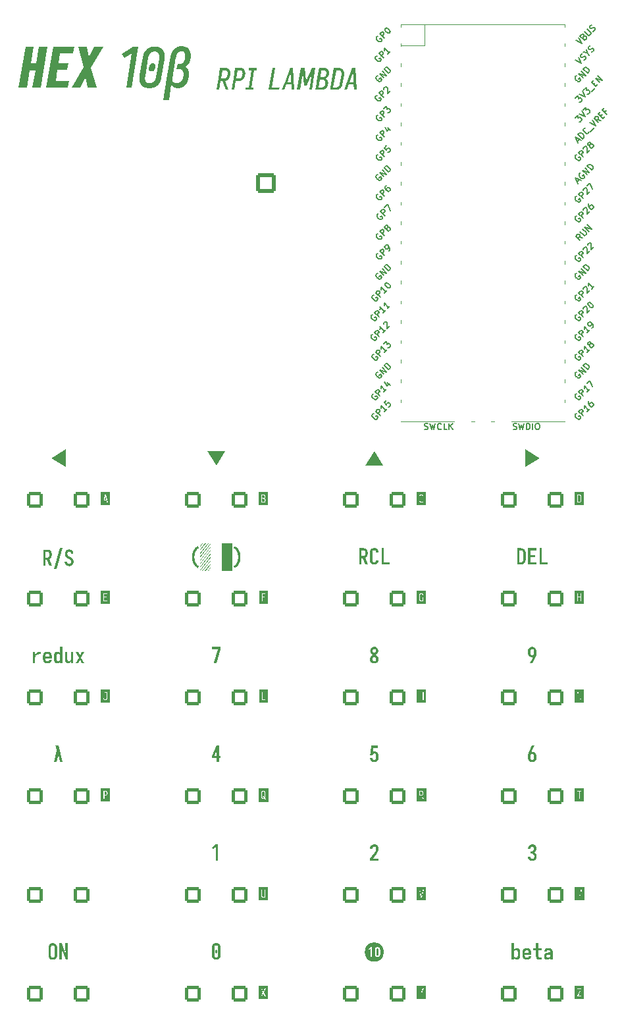
<source format=gbr>
%TF.GenerationSoftware,KiCad,Pcbnew,7.0.5*%
%TF.CreationDate,2023-07-11T16:18:17+08:00*%
%TF.ProjectId,press-beta,70726573-732d-4626-9574-612e6b696361,rev?*%
%TF.SameCoordinates,Original*%
%TF.FileFunction,Legend,Top*%
%TF.FilePolarity,Positive*%
%FSLAX46Y46*%
G04 Gerber Fmt 4.6, Leading zero omitted, Abs format (unit mm)*
G04 Created by KiCad (PCBNEW 7.0.5) date 2023-07-11 16:18:17*
%MOMM*%
%LPD*%
G01*
G04 APERTURE LIST*
G04 Aperture macros list*
%AMRoundRect*
0 Rectangle with rounded corners*
0 $1 Rounding radius*
0 $2 $3 $4 $5 $6 $7 $8 $9 X,Y pos of 4 corners*
0 Add a 4 corners polygon primitive as box body*
4,1,4,$2,$3,$4,$5,$6,$7,$8,$9,$2,$3,0*
0 Add four circle primitives for the rounded corners*
1,1,$1+$1,$2,$3*
1,1,$1+$1,$4,$5*
1,1,$1+$1,$6,$7*
1,1,$1+$1,$8,$9*
0 Add four rect primitives between the rounded corners*
20,1,$1+$1,$2,$3,$4,$5,0*
20,1,$1+$1,$4,$5,$6,$7,0*
20,1,$1+$1,$6,$7,$8,$9,0*
20,1,$1+$1,$8,$9,$2,$3,0*%
G04 Aperture macros list end*
%ADD10C,0.125000*%
%ADD11C,1.000000*%
%ADD12C,0.400000*%
%ADD13C,0.312500*%
%ADD14C,0.150000*%
%ADD15C,0.120000*%
%ADD16RoundRect,0.200000X-0.800000X-0.800000X0.800000X-0.800000X0.800000X0.800000X-0.800000X0.800000X0*%
%ADD17O,1.600000X3.000000*%
%ADD18O,1.800000X1.800000*%
%ADD19O,1.500000X1.500000*%
%ADD20O,1.700000X1.700000*%
%ADD21R,3.500000X1.700000*%
%ADD22R,1.700000X1.700000*%
%ADD23R,1.700000X3.500000*%
%ADD24RoundRect,0.249999X1.025001X1.025001X-1.025001X1.025001X-1.025001X-1.025001X1.025001X-1.025001X0*%
%ADD25C,2.550000*%
%ADD26C,1.500000*%
G04 APERTURE END LIST*
D10*
G36*
X138738650Y-181085357D02*
G01*
X137554768Y-181085357D01*
X137554768Y-179707686D01*
X137885125Y-179707686D01*
X137885125Y-179807093D01*
X138283241Y-179807093D01*
X137885125Y-180655593D01*
X137885125Y-180755000D01*
X138408293Y-180755000D01*
X138408293Y-180655593D01*
X138010177Y-180655593D01*
X138408293Y-179807093D01*
X138408293Y-179707686D01*
X137885125Y-179707686D01*
X137554768Y-179707686D01*
X137554768Y-179377329D01*
X138738650Y-179377329D01*
X138738650Y-181085357D01*
G37*
G36*
X118445517Y-181085357D02*
G01*
X117207901Y-181085357D01*
X117207901Y-179707686D01*
X117538258Y-179707686D01*
X117771755Y-180340031D01*
X117771755Y-180755000D01*
X117881664Y-180755000D01*
X117881664Y-180340031D01*
X118115160Y-179707686D01*
X117998412Y-179707686D01*
X117826709Y-180183715D01*
X117655006Y-179707686D01*
X117538258Y-179707686D01*
X117207901Y-179707686D01*
X117207901Y-179377329D01*
X118445517Y-179377329D01*
X118445517Y-181085357D01*
G37*
G36*
X98121365Y-181085357D02*
G01*
X96892054Y-181085357D01*
X96892054Y-179707686D01*
X97222411Y-179707686D01*
X97450533Y-180233541D01*
X97222411Y-180755000D01*
X97342090Y-180755000D01*
X97506709Y-180367142D01*
X97671329Y-180755000D01*
X97791008Y-180755000D01*
X97562885Y-180232076D01*
X97791008Y-179707686D01*
X97671329Y-179707686D01*
X97506709Y-180098475D01*
X97342090Y-179707686D01*
X97222411Y-179707686D01*
X96892054Y-179707686D01*
X96892054Y-179377329D01*
X98121365Y-179377329D01*
X98121365Y-181085357D01*
G37*
G36*
X138783835Y-168385357D02*
G01*
X137509583Y-168385357D01*
X137509583Y-167007686D01*
X137839940Y-167007686D01*
X137959619Y-168055000D01*
X138067819Y-168055000D01*
X138146709Y-167512780D01*
X138225600Y-168055000D01*
X138333799Y-168055000D01*
X138453478Y-167007686D01*
X138343569Y-167007686D01*
X138276158Y-167908942D01*
X138201664Y-167320317D01*
X138091755Y-167320317D01*
X138017260Y-167908942D01*
X137949849Y-167007686D01*
X137839940Y-167007686D01*
X137509583Y-167007686D01*
X137509583Y-166677329D01*
X138783835Y-166677329D01*
X138783835Y-168385357D01*
G37*
G36*
X118446982Y-168385357D02*
G01*
X117206436Y-168385357D01*
X117206436Y-167007686D01*
X117536793Y-167007686D01*
X117763450Y-168055000D01*
X117889968Y-168055000D01*
X118116625Y-167007686D01*
X118004030Y-167007686D01*
X117863346Y-167706465D01*
X117860857Y-167717883D01*
X117858400Y-167729302D01*
X117855973Y-167740720D01*
X117853576Y-167752138D01*
X117851210Y-167763557D01*
X117848874Y-167774975D01*
X117846569Y-167786393D01*
X117844295Y-167797812D01*
X117842043Y-167809173D01*
X117839807Y-167820542D01*
X117837586Y-167831918D01*
X117835380Y-167843302D01*
X117833189Y-167854694D01*
X117831014Y-167866093D01*
X117828854Y-167877500D01*
X117826709Y-167888914D01*
X117824564Y-167877500D01*
X117822404Y-167866093D01*
X117820229Y-167854694D01*
X117818039Y-167843302D01*
X117815833Y-167831918D01*
X117813612Y-167820542D01*
X117811375Y-167809173D01*
X117809124Y-167797812D01*
X117806849Y-167786393D01*
X117804544Y-167774975D01*
X117802209Y-167763557D01*
X117799842Y-167752138D01*
X117797446Y-167740720D01*
X117795019Y-167729302D01*
X117792561Y-167717883D01*
X117790073Y-167706465D01*
X117649389Y-167007686D01*
X117536793Y-167007686D01*
X117206436Y-167007686D01*
X117206436Y-166677329D01*
X118446982Y-166677329D01*
X118446982Y-168385357D01*
G37*
G36*
X98098650Y-168393172D02*
G01*
X96914768Y-168393172D01*
X96914768Y-167007686D01*
X97245125Y-167007686D01*
X97245125Y-167767526D01*
X97245138Y-167771773D01*
X97245289Y-167782425D01*
X97245606Y-167793125D01*
X97246090Y-167803873D01*
X97246741Y-167814668D01*
X97247559Y-167825511D01*
X97248545Y-167836402D01*
X97249000Y-167840733D01*
X97250379Y-167851517D01*
X97252105Y-167862242D01*
X97254177Y-167872908D01*
X97256594Y-167883513D01*
X97259357Y-167894059D01*
X97262466Y-167904546D01*
X97263839Y-167908688D01*
X97267530Y-167918950D01*
X97271591Y-167929081D01*
X97276022Y-167939081D01*
X97280822Y-167948949D01*
X97285992Y-167958687D01*
X97291531Y-167968293D01*
X97293851Y-167972077D01*
X97299908Y-167981253D01*
X97306335Y-167990023D01*
X97313131Y-167998388D01*
X97320298Y-168006347D01*
X97327834Y-168013901D01*
X97335739Y-168021050D01*
X97339036Y-168023751D01*
X97347535Y-168030094D01*
X97356404Y-168035853D01*
X97365643Y-168041028D01*
X97375252Y-168045618D01*
X97385231Y-168049624D01*
X97395579Y-168053046D01*
X97399798Y-168054229D01*
X97410395Y-168056852D01*
X97421064Y-168058999D01*
X97431804Y-168060669D01*
X97442616Y-168061861D01*
X97453500Y-168062577D01*
X97464455Y-168062815D01*
X97476104Y-168062523D01*
X97487788Y-168061647D01*
X97497551Y-168060472D01*
X97507337Y-168058890D01*
X97517147Y-168056903D01*
X97526981Y-168054511D01*
X97530927Y-168053399D01*
X97540592Y-168050233D01*
X97549971Y-168046520D01*
X97559063Y-168042257D01*
X97567869Y-168037446D01*
X97576389Y-168032087D01*
X97584623Y-168026179D01*
X97587859Y-168023650D01*
X97595682Y-168017101D01*
X97603124Y-168010231D01*
X97610184Y-168003038D01*
X97616863Y-167995524D01*
X97623160Y-167987687D01*
X97629075Y-167979528D01*
X97631337Y-167976159D01*
X97636750Y-167967634D01*
X97641817Y-167958966D01*
X97646539Y-167950155D01*
X97650915Y-167941201D01*
X97654944Y-167932104D01*
X97658628Y-167922864D01*
X97658628Y-168055000D01*
X97768293Y-168055000D01*
X97768293Y-167007686D01*
X97658628Y-167007686D01*
X97658628Y-167767526D01*
X97658582Y-167773502D01*
X97658282Y-167783924D01*
X97657701Y-167794299D01*
X97656839Y-167804627D01*
X97655697Y-167814909D01*
X97654957Y-167820752D01*
X97653331Y-167830885D01*
X97651284Y-167840901D01*
X97648816Y-167850800D01*
X97645928Y-167860582D01*
X97644058Y-167866043D01*
X97640308Y-167875435D01*
X97635950Y-167884616D01*
X97630984Y-167893587D01*
X97625411Y-167902348D01*
X97622034Y-167907210D01*
X97615738Y-167915314D01*
X97608951Y-167922904D01*
X97601673Y-167929980D01*
X97593904Y-167936542D01*
X97589259Y-167939961D01*
X97580819Y-167945357D01*
X97571982Y-167950006D01*
X97562747Y-167953906D01*
X97553115Y-167957058D01*
X97547475Y-167958546D01*
X97537494Y-167960674D01*
X97527373Y-167962193D01*
X97517111Y-167963105D01*
X97506709Y-167963408D01*
X97500748Y-167963309D01*
X97490427Y-167962658D01*
X97480245Y-167961399D01*
X97470204Y-167959533D01*
X97460303Y-167957058D01*
X97454750Y-167955348D01*
X97445345Y-167951769D01*
X97436338Y-167947441D01*
X97427727Y-167942365D01*
X97419515Y-167936542D01*
X97415011Y-167932855D01*
X97407498Y-167926000D01*
X97400452Y-167918630D01*
X97393874Y-167910746D01*
X97387763Y-167902348D01*
X97384561Y-167897367D01*
X97379417Y-167888487D01*
X97374857Y-167879396D01*
X97370882Y-167870094D01*
X97367491Y-167860582D01*
X97365785Y-167855007D01*
X97363112Y-167845157D01*
X97360836Y-167835191D01*
X97358958Y-167825109D01*
X97357477Y-167814909D01*
X97356847Y-167809039D01*
X97355947Y-167798731D01*
X97355304Y-167788376D01*
X97354919Y-167777974D01*
X97354790Y-167767526D01*
X97354790Y-167007686D01*
X97245125Y-167007686D01*
X96914768Y-167007686D01*
X96914768Y-166677329D01*
X98098650Y-166677329D01*
X98098650Y-168393172D01*
G37*
G36*
X138755503Y-155685357D02*
G01*
X137537915Y-155685357D01*
X137537915Y-154307686D01*
X137868272Y-154307686D01*
X137868272Y-154407093D01*
X138091755Y-154407093D01*
X138091755Y-155355000D01*
X138201664Y-155355000D01*
X138201664Y-154407093D01*
X138425146Y-154407093D01*
X138425146Y-154307686D01*
X137868272Y-154307686D01*
X137537915Y-154307686D01*
X137537915Y-153977329D01*
X138755503Y-153977329D01*
X138755503Y-155685357D01*
G37*
G36*
X117841184Y-154407207D02*
G01*
X117851575Y-154407959D01*
X117861988Y-154409411D01*
X117872425Y-154411565D01*
X117882885Y-154414420D01*
X117888793Y-154416317D01*
X117898764Y-154420242D01*
X117908267Y-154424939D01*
X117917303Y-154430407D01*
X117925872Y-154436646D01*
X117930535Y-154440474D01*
X117938219Y-154447669D01*
X117945295Y-154455494D01*
X117951763Y-154463951D01*
X117957623Y-154473039D01*
X117960707Y-154478389D01*
X117965662Y-154487936D01*
X117970057Y-154497717D01*
X117973890Y-154507731D01*
X117977163Y-154517979D01*
X117978865Y-154523914D01*
X117981513Y-154534354D01*
X117983740Y-154544864D01*
X117985547Y-154555445D01*
X117986933Y-154566095D01*
X117987619Y-154572144D01*
X117988601Y-154582748D01*
X117989302Y-154593375D01*
X117989723Y-154604025D01*
X117989863Y-154614699D01*
X117989818Y-154621092D01*
X117989517Y-154632186D01*
X117988936Y-154643164D01*
X117988075Y-154654025D01*
X117986933Y-154664769D01*
X117986192Y-154670807D01*
X117984566Y-154681335D01*
X117982519Y-154691817D01*
X117980051Y-154702252D01*
X117977163Y-154712641D01*
X117975362Y-154718529D01*
X117971768Y-154728669D01*
X117967614Y-154738598D01*
X117962899Y-154748317D01*
X117957623Y-154757826D01*
X117954349Y-154763043D01*
X117948141Y-154771713D01*
X117941326Y-154779799D01*
X117933903Y-154787301D01*
X117925872Y-154794218D01*
X117921033Y-154797824D01*
X117912197Y-154803566D01*
X117902894Y-154808583D01*
X117893123Y-154812876D01*
X117882885Y-154816444D01*
X117876905Y-154818104D01*
X117866458Y-154820477D01*
X117856035Y-154822171D01*
X117845634Y-154823188D01*
X117835258Y-154823527D01*
X117674790Y-154823527D01*
X117674790Y-154407093D01*
X117835258Y-154407093D01*
X117841184Y-154407207D01*
G37*
G36*
X118456752Y-155685357D02*
G01*
X117234768Y-155685357D01*
X117234768Y-154307686D01*
X117565125Y-154307686D01*
X117565125Y-154407093D01*
X117565125Y-155355000D01*
X117674790Y-155355000D01*
X117674790Y-154922934D01*
X117793004Y-154922934D01*
X118009647Y-155355000D01*
X118126395Y-155355000D01*
X117906821Y-154915607D01*
X117918323Y-154912794D01*
X117929627Y-154909363D01*
X117940732Y-154905314D01*
X117951639Y-154900647D01*
X117962348Y-154895361D01*
X117972858Y-154889457D01*
X117983170Y-154882935D01*
X117993283Y-154875795D01*
X118003102Y-154868098D01*
X118012410Y-154860026D01*
X118021207Y-154851581D01*
X118029492Y-154842761D01*
X118037266Y-154833568D01*
X118044528Y-154824000D01*
X118051279Y-154814059D01*
X118057519Y-154803743D01*
X118063270Y-154793084D01*
X118068555Y-154782235D01*
X118073375Y-154771194D01*
X118077730Y-154759963D01*
X118081619Y-154748541D01*
X118085042Y-154736928D01*
X118087999Y-154725124D01*
X118090491Y-154713129D01*
X118092610Y-154700955D01*
X118094445Y-154688736D01*
X118095998Y-154676470D01*
X118097269Y-154664159D01*
X118098258Y-154651801D01*
X118098964Y-154639398D01*
X118099387Y-154626950D01*
X118099528Y-154614455D01*
X118099509Y-154609632D01*
X118099295Y-154597584D01*
X118098842Y-154585547D01*
X118098150Y-154573522D01*
X118097220Y-154561509D01*
X118096051Y-154549508D01*
X118094644Y-154537519D01*
X118093994Y-154532706D01*
X118092027Y-154520776D01*
X118089572Y-154508988D01*
X118086627Y-154497344D01*
X118083194Y-154485842D01*
X118079271Y-154474484D01*
X118074860Y-154463269D01*
X118072992Y-154458831D01*
X118068004Y-154447913D01*
X118062564Y-154437246D01*
X118056670Y-154426828D01*
X118050323Y-154416661D01*
X118043523Y-154406745D01*
X118036270Y-154397079D01*
X118033244Y-154393271D01*
X118025389Y-154384094D01*
X118017116Y-154375406D01*
X118008425Y-154367207D01*
X117999317Y-154359497D01*
X117989792Y-154352276D01*
X117979849Y-154345544D01*
X117975799Y-154342996D01*
X117965499Y-154337045D01*
X117954948Y-154331691D01*
X117944147Y-154326932D01*
X117933095Y-154322770D01*
X117921793Y-154319204D01*
X117910240Y-154316235D01*
X117905597Y-154315200D01*
X117893963Y-154312904D01*
X117882294Y-154311025D01*
X117870588Y-154309565D01*
X117858847Y-154308521D01*
X117847070Y-154307895D01*
X117835258Y-154307686D01*
X117565125Y-154307686D01*
X117234768Y-154307686D01*
X117234768Y-153977329D01*
X118456752Y-153977329D01*
X118456752Y-155685357D01*
G37*
G36*
X97512682Y-154399357D02*
G01*
X97523078Y-154399883D01*
X97533405Y-154400900D01*
X97543662Y-154402408D01*
X97553848Y-154404406D01*
X97559592Y-154405750D01*
X97569367Y-154408688D01*
X97578792Y-154412375D01*
X97587867Y-154416809D01*
X97596591Y-154421992D01*
X97601456Y-154425266D01*
X97609586Y-154431474D01*
X97617224Y-154438289D01*
X97624372Y-154445712D01*
X97631029Y-154453743D01*
X97634662Y-154458552D01*
X97640579Y-154467187D01*
X97645935Y-154476103D01*
X97650730Y-154485299D01*
X97654965Y-154494776D01*
X97657182Y-154500295D01*
X97660566Y-154510062D01*
X97663319Y-154519969D01*
X97665442Y-154530017D01*
X97666933Y-154540205D01*
X97667619Y-154546075D01*
X97668601Y-154556383D01*
X97669302Y-154566738D01*
X97669723Y-154577140D01*
X97669863Y-154587588D01*
X97669863Y-155076074D01*
X97669806Y-155082470D01*
X97669431Y-155093590D01*
X97668704Y-155104616D01*
X97667627Y-155115549D01*
X97666200Y-155126388D01*
X97665246Y-155132548D01*
X97663099Y-155143290D01*
X97660344Y-155153986D01*
X97656981Y-155164635D01*
X97653011Y-155175237D01*
X97553115Y-155029668D01*
X97437833Y-155029668D01*
X97586821Y-155246556D01*
X97577524Y-155251059D01*
X97567953Y-155254799D01*
X97558107Y-155257776D01*
X97547986Y-155259989D01*
X97537804Y-155261485D01*
X97527531Y-155262554D01*
X97517166Y-155263195D01*
X97506709Y-155263408D01*
X97500737Y-155263332D01*
X97490340Y-155262831D01*
X97480013Y-155261863D01*
X97469757Y-155260427D01*
X97459570Y-155258524D01*
X97453823Y-155257123D01*
X97444022Y-155254103D01*
X97434549Y-155250358D01*
X97425403Y-155245888D01*
X97416584Y-155240694D01*
X97411771Y-155237419D01*
X97403699Y-155231212D01*
X97396070Y-155224396D01*
X97388886Y-155216973D01*
X97382145Y-155208942D01*
X97378566Y-155204134D01*
X97372705Y-155195498D01*
X97367359Y-155186583D01*
X97362527Y-155177386D01*
X97358210Y-155167909D01*
X97356046Y-155162395D01*
X97352718Y-155152653D01*
X97349975Y-155142793D01*
X97347816Y-155132817D01*
X97346242Y-155122725D01*
X97345612Y-155116855D01*
X97344712Y-155106547D01*
X97344069Y-155096192D01*
X97343684Y-155085790D01*
X97343555Y-155075341D01*
X97343555Y-154587344D01*
X97343597Y-154581372D01*
X97343872Y-154570975D01*
X97344405Y-154560648D01*
X97345195Y-154550392D01*
X97346242Y-154540205D01*
X97347070Y-154534366D01*
X97348978Y-154524258D01*
X97351471Y-154514291D01*
X97354548Y-154504463D01*
X97358210Y-154494776D01*
X97360614Y-154489327D01*
X97365225Y-154480010D01*
X97370351Y-154470974D01*
X97375991Y-154462218D01*
X97382145Y-154453743D01*
X97385943Y-154449080D01*
X97392937Y-154441396D01*
X97400375Y-154434320D01*
X97408257Y-154427852D01*
X97416584Y-154421992D01*
X97421583Y-154418939D01*
X97430589Y-154414184D01*
X97439922Y-154410177D01*
X97449583Y-154406917D01*
X97459570Y-154404406D01*
X97465383Y-154403204D01*
X97475609Y-154401486D01*
X97485906Y-154400259D01*
X97496272Y-154399523D01*
X97506709Y-154399277D01*
X97512682Y-154399357D01*
G37*
G36*
X98156536Y-155755454D02*
G01*
X96903533Y-155755454D01*
X96903533Y-155075586D01*
X97233890Y-155075586D01*
X97233914Y-155080344D01*
X97234182Y-155092197D01*
X97234749Y-155103990D01*
X97235613Y-155115724D01*
X97236776Y-155127399D01*
X97238237Y-155139013D01*
X97239996Y-155150568D01*
X97240825Y-155155140D01*
X97243207Y-155166503D01*
X97246030Y-155177771D01*
X97249294Y-155188943D01*
X97252999Y-155200020D01*
X97257146Y-155211001D01*
X97261734Y-155221887D01*
X97263728Y-155226198D01*
X97269063Y-155236757D01*
X97274900Y-155247006D01*
X97281237Y-155256945D01*
X97288076Y-155266574D01*
X97295415Y-155275893D01*
X97303255Y-155284902D01*
X97306546Y-155288402D01*
X97314981Y-155296795D01*
X97323714Y-155304674D01*
X97332746Y-155312041D01*
X97342075Y-155318894D01*
X97351703Y-155325236D01*
X97361629Y-155331064D01*
X97365708Y-155333221D01*
X97376063Y-155338255D01*
X97386645Y-155342776D01*
X97397453Y-155346784D01*
X97408488Y-155350280D01*
X97419750Y-155353262D01*
X97431238Y-155355732D01*
X97435912Y-155356590D01*
X97447622Y-155358492D01*
X97459368Y-155360048D01*
X97471150Y-155361259D01*
X97482967Y-155362124D01*
X97494820Y-155362642D01*
X97506709Y-155362815D01*
X97511286Y-155362790D01*
X97522703Y-155362511D01*
X97534083Y-155361922D01*
X97545429Y-155361023D01*
X97556738Y-155359814D01*
X97568012Y-155358294D01*
X97579249Y-155356465D01*
X97583723Y-155355660D01*
X97594782Y-155353279D01*
X97605662Y-155350374D01*
X97616363Y-155346944D01*
X97626885Y-155342990D01*
X97637229Y-155338510D01*
X97647393Y-155333506D01*
X97710652Y-155425097D01*
X97826179Y-155425097D01*
X97720666Y-155272201D01*
X97726788Y-155264636D01*
X97733432Y-155255442D01*
X97739538Y-155245850D01*
X97744343Y-155237312D01*
X97748754Y-155228482D01*
X97752838Y-155219397D01*
X97756665Y-155210278D01*
X97760234Y-155201125D01*
X97764073Y-155190402D01*
X97767561Y-155179633D01*
X97769860Y-155171818D01*
X97772598Y-155160777D01*
X97774775Y-155149619D01*
X97776391Y-155138344D01*
X97777330Y-155128586D01*
X97777596Y-155125317D01*
X97778292Y-155115474D01*
X97778833Y-155105579D01*
X97779219Y-155095633D01*
X97779451Y-155085635D01*
X97779528Y-155075586D01*
X97779528Y-154587100D01*
X97779504Y-154582343D01*
X97779225Y-154570501D01*
X97778635Y-154558730D01*
X97777736Y-154547030D01*
X97776527Y-154535403D01*
X97775008Y-154523846D01*
X97773178Y-154512362D01*
X97772378Y-154507760D01*
X97770051Y-154496332D01*
X97767259Y-154485010D01*
X97764002Y-154473796D01*
X97760280Y-154462690D01*
X97756093Y-154451690D01*
X97751441Y-154440799D01*
X97749475Y-154436488D01*
X97744194Y-154425929D01*
X97738389Y-154415680D01*
X97732059Y-154405741D01*
X97725204Y-154396112D01*
X97717824Y-154386793D01*
X97709919Y-154377784D01*
X97706657Y-154374284D01*
X97698277Y-154365903D01*
X97689575Y-154358046D01*
X97680550Y-154350714D01*
X97671204Y-154343907D01*
X97661536Y-154337624D01*
X97651545Y-154331866D01*
X97647495Y-154329679D01*
X97637195Y-154324580D01*
X97626644Y-154320005D01*
X97615843Y-154315955D01*
X97604791Y-154312430D01*
X97593489Y-154309429D01*
X97581936Y-154306953D01*
X97577292Y-154306096D01*
X97565647Y-154304194D01*
X97553955Y-154302637D01*
X97542215Y-154301427D01*
X97530427Y-154300562D01*
X97518592Y-154300043D01*
X97506709Y-154299870D01*
X97501949Y-154299898D01*
X97490075Y-154300209D01*
X97478236Y-154300866D01*
X97466433Y-154301869D01*
X97454665Y-154303218D01*
X97442934Y-154304913D01*
X97431238Y-154306953D01*
X97426616Y-154307881D01*
X97415218Y-154310567D01*
X97404047Y-154313777D01*
X97393103Y-154317512D01*
X97382385Y-154321772D01*
X97371894Y-154326557D01*
X97361629Y-154331866D01*
X97357623Y-154334106D01*
X97347816Y-154340074D01*
X97338308Y-154346567D01*
X97329097Y-154353584D01*
X97320185Y-154361126D01*
X97311571Y-154369192D01*
X97303255Y-154377784D01*
X97300059Y-154381350D01*
X97292419Y-154390483D01*
X97285280Y-154399926D01*
X97278642Y-154409679D01*
X97272505Y-154419742D01*
X97266869Y-154430115D01*
X97261734Y-154440799D01*
X97259846Y-154445142D01*
X97255434Y-154456077D01*
X97251464Y-154467120D01*
X97247935Y-154478269D01*
X97244847Y-154489526D01*
X97242201Y-154500890D01*
X97239996Y-154512362D01*
X97239257Y-154516947D01*
X97237617Y-154528460D01*
X97236275Y-154540045D01*
X97235232Y-154551701D01*
X97234486Y-154563429D01*
X97234039Y-154575229D01*
X97233890Y-154587100D01*
X97233890Y-155075341D01*
X97233890Y-155075586D01*
X96903533Y-155075586D01*
X96903533Y-153969513D01*
X98156536Y-153969513D01*
X98156536Y-155755454D01*
G37*
G36*
X77201528Y-154407196D02*
G01*
X77212409Y-154407872D01*
X77223173Y-154409180D01*
X77233820Y-154411118D01*
X77244351Y-154413688D01*
X77250277Y-154415401D01*
X77260373Y-154419006D01*
X77270119Y-154423382D01*
X77279514Y-154428529D01*
X77288558Y-154434448D01*
X77293596Y-154438104D01*
X77301971Y-154445053D01*
X77309785Y-154452703D01*
X77317038Y-154461055D01*
X77323729Y-154470108D01*
X77327351Y-154475515D01*
X77333193Y-154485144D01*
X77338404Y-154494983D01*
X77342984Y-154505033D01*
X77346933Y-154515293D01*
X77348978Y-154521193D01*
X77352117Y-154531701D01*
X77354695Y-154542444D01*
X77356712Y-154553420D01*
X77358168Y-154564630D01*
X77358855Y-154571022D01*
X77359836Y-154582117D01*
X77360538Y-154593094D01*
X77360958Y-154603955D01*
X77361099Y-154614699D01*
X77361053Y-154621115D01*
X77360752Y-154632360D01*
X77360171Y-154643628D01*
X77359310Y-154654920D01*
X77358168Y-154666235D01*
X77357404Y-154672616D01*
X77355628Y-154683635D01*
X77353290Y-154694468D01*
X77350392Y-154705113D01*
X77346933Y-154715572D01*
X77344753Y-154721403D01*
X77340444Y-154731461D01*
X77335504Y-154741332D01*
X77329932Y-154751016D01*
X77323729Y-154760512D01*
X77319974Y-154765775D01*
X77312962Y-154774452D01*
X77305388Y-154782451D01*
X77297254Y-154789773D01*
X77288558Y-154796416D01*
X77283433Y-154799839D01*
X77274188Y-154805261D01*
X77264593Y-154809957D01*
X77254647Y-154813929D01*
X77244351Y-154817177D01*
X77238347Y-154818665D01*
X77227750Y-154820792D01*
X77217036Y-154822312D01*
X77206205Y-154823223D01*
X77195258Y-154823527D01*
X77057260Y-154823527D01*
X77057260Y-154407093D01*
X77195258Y-154407093D01*
X77201528Y-154407196D01*
G37*
G36*
X77801365Y-155685357D02*
G01*
X76617238Y-155685357D01*
X76617238Y-154307686D01*
X76947595Y-154307686D01*
X76947595Y-154407093D01*
X76947595Y-155355000D01*
X77057260Y-155355000D01*
X77057260Y-154922934D01*
X77195258Y-154922934D01*
X77202362Y-154922865D01*
X77214232Y-154922445D01*
X77226138Y-154921644D01*
X77238079Y-154920461D01*
X77250057Y-154918896D01*
X77262070Y-154916950D01*
X77271706Y-154915118D01*
X77281334Y-154912973D01*
X77290802Y-154910447D01*
X77302412Y-154906752D01*
X77313772Y-154902461D01*
X77324881Y-154897574D01*
X77335739Y-154892091D01*
X77344246Y-154887274D01*
X77352542Y-154882103D01*
X77362548Y-154875178D01*
X77372149Y-154867740D01*
X77381344Y-154859789D01*
X77390133Y-154851325D01*
X77396873Y-154844185D01*
X77403353Y-154836716D01*
X77409546Y-154828935D01*
X77415427Y-154820978D01*
X77420995Y-154812845D01*
X77426250Y-154804537D01*
X77431192Y-154796054D01*
X77435822Y-154787394D01*
X77440138Y-154778560D01*
X77444141Y-154769549D01*
X77447835Y-154760406D01*
X77451224Y-154751170D01*
X77454308Y-154741843D01*
X77457086Y-154732424D01*
X77459559Y-154722914D01*
X77461727Y-154713312D01*
X77463589Y-154703619D01*
X77465146Y-154693834D01*
X77466520Y-154683996D01*
X77467711Y-154674142D01*
X77468718Y-154664273D01*
X77469542Y-154654389D01*
X77470184Y-154644489D01*
X77470642Y-154634575D01*
X77470916Y-154624645D01*
X77471008Y-154614699D01*
X77471002Y-154612287D01*
X77470802Y-154600202D01*
X77470315Y-154588082D01*
X77469542Y-154575926D01*
X77468718Y-154566175D01*
X77467711Y-154556402D01*
X77466520Y-154546605D01*
X77465146Y-154536786D01*
X77463589Y-154527001D01*
X77461727Y-154517308D01*
X77459559Y-154507706D01*
X77457086Y-154498196D01*
X77454308Y-154488777D01*
X77451224Y-154479450D01*
X77447835Y-154470215D01*
X77444141Y-154461071D01*
X77440138Y-154452064D01*
X77435822Y-154443241D01*
X77431192Y-154434601D01*
X77426250Y-154426144D01*
X77420995Y-154417870D01*
X77415427Y-154409780D01*
X77409546Y-154401872D01*
X77403353Y-154394148D01*
X77401757Y-154392235D01*
X77395212Y-154384793D01*
X77388408Y-154377688D01*
X77381344Y-154370917D01*
X77372149Y-154362927D01*
X77362548Y-154355461D01*
X77352542Y-154348521D01*
X77344246Y-154343346D01*
X77335739Y-154338529D01*
X77324881Y-154333046D01*
X77313772Y-154328159D01*
X77302412Y-154323868D01*
X77290802Y-154320173D01*
X77281334Y-154317647D01*
X77271706Y-154315502D01*
X77266885Y-154314556D01*
X77254857Y-154312457D01*
X77242866Y-154310739D01*
X77230910Y-154309404D01*
X77218990Y-154308449D01*
X77207106Y-154307877D01*
X77195258Y-154307686D01*
X76947595Y-154307686D01*
X76617238Y-154307686D01*
X76617238Y-153977329D01*
X77801365Y-153977329D01*
X77801365Y-155685357D01*
G37*
G36*
X138738650Y-142985357D02*
G01*
X137554768Y-142985357D01*
X137554768Y-141607686D01*
X137885125Y-141607686D01*
X137885125Y-142655000D01*
X137994790Y-142655000D01*
X137994790Y-142237344D01*
X137994784Y-142230046D01*
X137994754Y-142219090D01*
X137994699Y-142208127D01*
X137994617Y-142197154D01*
X137994510Y-142186173D01*
X137994377Y-142175184D01*
X137994218Y-142164186D01*
X137994033Y-142153179D01*
X137993823Y-142142164D01*
X137993587Y-142131140D01*
X137993325Y-142120108D01*
X137993142Y-142112723D01*
X137992873Y-142101661D01*
X137992607Y-142090615D01*
X137992346Y-142079587D01*
X137992089Y-142068576D01*
X137991837Y-142057582D01*
X137991588Y-142046606D01*
X137991344Y-142035646D01*
X137991105Y-142024704D01*
X137990869Y-142013779D01*
X137990638Y-142002871D01*
X137983555Y-141845090D01*
X137983529Y-141840327D01*
X137983297Y-141830008D01*
X137982822Y-141819689D01*
X137982502Y-141813140D01*
X137982193Y-141803031D01*
X137982090Y-141792578D01*
X138273227Y-142655000D01*
X138408293Y-142655000D01*
X138408293Y-141607686D01*
X138298628Y-141607686D01*
X138298628Y-142027051D01*
X138298634Y-142034352D01*
X138298664Y-142045317D01*
X138298720Y-142056299D01*
X138298801Y-142067299D01*
X138298909Y-142078315D01*
X138299042Y-142089349D01*
X138299201Y-142100400D01*
X138299385Y-142111469D01*
X138299596Y-142122554D01*
X138299832Y-142133656D01*
X138300094Y-142144776D01*
X138300276Y-142152162D01*
X138300546Y-142163229D01*
X138300811Y-142174284D01*
X138301072Y-142185326D01*
X138301329Y-142196354D01*
X138301582Y-142207370D01*
X138301830Y-142218373D01*
X138302074Y-142229364D01*
X138302314Y-142240341D01*
X138302549Y-142251305D01*
X138302780Y-142262257D01*
X138309863Y-142420526D01*
X138309889Y-142425381D01*
X138310122Y-142435898D01*
X138310596Y-142446416D01*
X138310917Y-142452858D01*
X138311226Y-142462864D01*
X138311329Y-142473283D01*
X138306750Y-142459743D01*
X138302173Y-142446204D01*
X138297597Y-142432666D01*
X138293022Y-142419130D01*
X138288449Y-142405594D01*
X138283877Y-142392059D01*
X138279307Y-142378525D01*
X138274738Y-142364992D01*
X138270171Y-142351460D01*
X138265605Y-142337928D01*
X138261040Y-142324398D01*
X138256477Y-142310869D01*
X138251916Y-142297341D01*
X138247355Y-142283813D01*
X138242797Y-142270287D01*
X138238239Y-142256762D01*
X138233683Y-142243237D01*
X138229129Y-142229714D01*
X138224576Y-142216191D01*
X138220024Y-142202669D01*
X138215474Y-142189149D01*
X138210925Y-142175629D01*
X138206378Y-142162110D01*
X138201832Y-142148592D01*
X138197287Y-142135076D01*
X138192744Y-142121560D01*
X138188203Y-142108045D01*
X138183662Y-142094531D01*
X138179124Y-142081018D01*
X138174586Y-142067506D01*
X138170050Y-142053995D01*
X138165516Y-142040484D01*
X138160997Y-142026974D01*
X138156476Y-142013463D01*
X138151954Y-141999951D01*
X138147430Y-141986438D01*
X138142906Y-141972924D01*
X138138379Y-141959409D01*
X138133851Y-141945893D01*
X138129322Y-141932377D01*
X138124792Y-141918859D01*
X138120259Y-141905340D01*
X138115726Y-141891820D01*
X138111191Y-141878300D01*
X138106655Y-141864778D01*
X138102117Y-141851255D01*
X138097578Y-141837732D01*
X138093037Y-141824207D01*
X138088495Y-141810682D01*
X138083951Y-141797156D01*
X138079406Y-141783628D01*
X138074860Y-141770100D01*
X138070312Y-141756571D01*
X138065763Y-141743041D01*
X138061212Y-141729509D01*
X138056660Y-141715977D01*
X138052106Y-141702444D01*
X138047551Y-141688910D01*
X138042995Y-141675375D01*
X138038437Y-141661839D01*
X138033878Y-141648303D01*
X138029317Y-141634765D01*
X138024755Y-141621226D01*
X138020191Y-141607686D01*
X137885125Y-141607686D01*
X137554768Y-141607686D01*
X137554768Y-141277329D01*
X138738650Y-141277329D01*
X138738650Y-142985357D01*
G37*
G36*
X118441365Y-142985357D02*
G01*
X117212054Y-142985357D01*
X117212054Y-141607686D01*
X117542411Y-141607686D01*
X117542411Y-142655000D01*
X117652320Y-142655000D01*
X117652320Y-142445928D01*
X117652315Y-142435701D01*
X117652300Y-142425476D01*
X117652275Y-142415253D01*
X117652240Y-142405032D01*
X117652195Y-142394813D01*
X117652139Y-142384596D01*
X117652074Y-142374381D01*
X117651999Y-142364167D01*
X117651914Y-142353956D01*
X117651819Y-142343746D01*
X117651714Y-142333539D01*
X117651599Y-142323333D01*
X117651473Y-142313129D01*
X117651338Y-142302927D01*
X117651193Y-142292727D01*
X117651038Y-142282529D01*
X117650872Y-142272333D01*
X117650697Y-142262139D01*
X117650512Y-142251946D01*
X117650316Y-142241756D01*
X117650111Y-142231567D01*
X117649896Y-142221381D01*
X117649670Y-142211196D01*
X117649435Y-142201013D01*
X117649189Y-142190832D01*
X117648934Y-142180653D01*
X117648668Y-142170476D01*
X117648393Y-142160301D01*
X117648107Y-142150128D01*
X117647812Y-142139956D01*
X117647506Y-142129787D01*
X117647191Y-142119619D01*
X117646888Y-142109438D01*
X117646589Y-142099258D01*
X117646294Y-142089080D01*
X117646004Y-142078903D01*
X117645718Y-142068728D01*
X117645436Y-142058554D01*
X117645159Y-142048381D01*
X117644886Y-142038210D01*
X117644617Y-142028040D01*
X117644352Y-142017872D01*
X117644092Y-142007705D01*
X117643836Y-141997540D01*
X117643585Y-141987376D01*
X117643337Y-141977213D01*
X117643094Y-141967052D01*
X117642855Y-141956892D01*
X117642621Y-141946734D01*
X117642391Y-141936577D01*
X117642165Y-141926422D01*
X117641943Y-141916268D01*
X117641726Y-141906115D01*
X117641513Y-141895964D01*
X117641304Y-141885815D01*
X117641100Y-141875666D01*
X117640900Y-141865520D01*
X117640704Y-141855374D01*
X117640512Y-141845230D01*
X117640325Y-141835088D01*
X117640142Y-141824947D01*
X117639964Y-141814807D01*
X117639789Y-141804669D01*
X117639619Y-141794532D01*
X117784455Y-142340415D01*
X117868963Y-142340415D01*
X118013799Y-141794532D01*
X118013629Y-141804669D01*
X118013454Y-141814807D01*
X118013274Y-141824947D01*
X118013089Y-141835088D01*
X118012900Y-141845230D01*
X118012706Y-141855374D01*
X118012507Y-141865520D01*
X118012303Y-141875666D01*
X118012095Y-141885815D01*
X118011882Y-141895964D01*
X118011664Y-141906115D01*
X118011441Y-141916268D01*
X118011213Y-141926422D01*
X118010981Y-141936577D01*
X118010744Y-141946734D01*
X118010502Y-141956892D01*
X118010255Y-141967052D01*
X118010004Y-141977213D01*
X118009748Y-141987376D01*
X118009487Y-141997540D01*
X118009221Y-142007705D01*
X118008951Y-142017872D01*
X118008675Y-142028040D01*
X118008395Y-142038210D01*
X118008111Y-142048381D01*
X118007821Y-142058554D01*
X118007527Y-142068728D01*
X118007228Y-142078903D01*
X118006924Y-142089080D01*
X118006615Y-142099258D01*
X118006302Y-142109438D01*
X118005983Y-142119619D01*
X118005683Y-142129787D01*
X118005392Y-142139956D01*
X118005110Y-142150128D01*
X118004839Y-142160301D01*
X118004576Y-142170476D01*
X118004323Y-142180653D01*
X118004080Y-142190832D01*
X118003846Y-142201013D01*
X118003622Y-142211196D01*
X118003407Y-142221381D01*
X118003202Y-142231567D01*
X118003007Y-142241756D01*
X118002821Y-142251946D01*
X118002644Y-142262139D01*
X118002477Y-142272333D01*
X118002320Y-142282529D01*
X118002172Y-142292727D01*
X118002034Y-142302927D01*
X118001905Y-142313129D01*
X118001786Y-142323333D01*
X118001676Y-142333539D01*
X118001576Y-142343746D01*
X118001485Y-142353956D01*
X118001404Y-142364167D01*
X118001332Y-142374381D01*
X118001270Y-142384596D01*
X118001218Y-142394813D01*
X118001175Y-142405032D01*
X118001142Y-142415253D01*
X118001118Y-142425476D01*
X118001103Y-142435701D01*
X118001099Y-142445928D01*
X118001099Y-142655000D01*
X118111008Y-142655000D01*
X118111008Y-141607686D01*
X117978628Y-141607686D01*
X117826709Y-142182634D01*
X117674790Y-141607686D01*
X117542411Y-141607686D01*
X117212054Y-141607686D01*
X117212054Y-141277329D01*
X118441365Y-141277329D01*
X118441365Y-142985357D01*
G37*
G36*
X98109885Y-142985357D02*
G01*
X96959709Y-142985357D01*
X96959709Y-141607686D01*
X97290066Y-141607686D01*
X97290066Y-142655000D01*
X97779528Y-142655000D01*
X97779528Y-142555593D01*
X97399731Y-142555593D01*
X97399731Y-141607686D01*
X97290066Y-141607686D01*
X96959709Y-141607686D01*
X96959709Y-141277329D01*
X98109885Y-141277329D01*
X98109885Y-142985357D01*
G37*
G36*
X77744945Y-142993172D02*
G01*
X76569367Y-142993172D01*
X76569367Y-142402697D01*
X76899724Y-142402697D01*
X76899753Y-142406972D01*
X76900086Y-142417668D01*
X76900789Y-142428376D01*
X76901861Y-142439097D01*
X76903303Y-142449829D01*
X76905114Y-142460573D01*
X76907295Y-142471329D01*
X76908302Y-142475590D01*
X76911077Y-142486125D01*
X76914222Y-142496494D01*
X76917737Y-142506695D01*
X76921621Y-142516729D01*
X76925875Y-142526597D01*
X76930498Y-142536297D01*
X76932485Y-142540125D01*
X76937735Y-142549528D01*
X76943390Y-142558691D01*
X76949451Y-142567617D01*
X76955917Y-142576304D01*
X76962789Y-142584752D01*
X76970066Y-142592962D01*
X76973083Y-142596128D01*
X76980842Y-142603703D01*
X76988911Y-142610788D01*
X76997290Y-142617384D01*
X77005979Y-142623491D01*
X77014978Y-142629110D01*
X77024288Y-142634239D01*
X77028087Y-142636157D01*
X77037702Y-142640634D01*
X77047483Y-142644657D01*
X77057432Y-142648228D01*
X77067547Y-142651345D01*
X77077830Y-142654010D01*
X77088279Y-142656221D01*
X77092493Y-142657019D01*
X77103025Y-142658790D01*
X77113558Y-142660239D01*
X77124091Y-142661366D01*
X77134624Y-142662171D01*
X77145157Y-142662654D01*
X77155690Y-142662815D01*
X77160270Y-142662785D01*
X77171719Y-142662441D01*
X77183168Y-142661716D01*
X77194617Y-142660609D01*
X77206065Y-142659121D01*
X77217514Y-142657251D01*
X77228963Y-142655000D01*
X77233520Y-142653982D01*
X77244711Y-142651078D01*
X77255616Y-142647661D01*
X77266235Y-142643731D01*
X77276568Y-142639289D01*
X77286614Y-142634334D01*
X77296374Y-142628866D01*
X77300224Y-142626504D01*
X77309606Y-142620242D01*
X77318642Y-142613467D01*
X77327333Y-142606179D01*
X77335677Y-142598378D01*
X77343676Y-142590065D01*
X77351329Y-142581238D01*
X77354282Y-142577556D01*
X77361322Y-142568193D01*
X77367873Y-142558604D01*
X77373934Y-142548787D01*
X77379507Y-142538745D01*
X77384591Y-142528475D01*
X77389187Y-142517979D01*
X77390924Y-142513697D01*
X77394975Y-142502926D01*
X77398609Y-142492059D01*
X77401825Y-142481097D01*
X77404624Y-142470039D01*
X77407006Y-142458886D01*
X77408970Y-142447637D01*
X77409650Y-142443116D01*
X77411159Y-142431788D01*
X77412393Y-142420423D01*
X77413353Y-142409023D01*
X77414039Y-142397588D01*
X77414451Y-142386116D01*
X77414588Y-142374609D01*
X77414588Y-141607686D01*
X77113436Y-141607686D01*
X77113436Y-141707093D01*
X77304923Y-141707093D01*
X77304923Y-142374609D01*
X77304877Y-142380287D01*
X77304576Y-142390225D01*
X77303995Y-142400163D01*
X77303134Y-142410100D01*
X77301992Y-142420038D01*
X77301251Y-142425694D01*
X77299625Y-142435481D01*
X77297578Y-142445128D01*
X77295111Y-142454635D01*
X77292222Y-142464002D01*
X77290364Y-142469283D01*
X77286689Y-142478379D01*
X77282476Y-142487289D01*
X77277726Y-142496011D01*
X77272438Y-142504546D01*
X77269233Y-142509232D01*
X77263182Y-142517066D01*
X77256570Y-142524433D01*
X77249398Y-142531332D01*
X77241664Y-142537763D01*
X77237027Y-142541175D01*
X77228637Y-142546521D01*
X77219897Y-142551072D01*
X77210806Y-142554829D01*
X77201364Y-142557791D01*
X77195895Y-142559107D01*
X77186159Y-142560989D01*
X77176213Y-142562333D01*
X77166057Y-142563140D01*
X77155690Y-142563408D01*
X77150149Y-142563310D01*
X77139067Y-142562520D01*
X77127984Y-142560940D01*
X77116902Y-142558570D01*
X77105819Y-142555410D01*
X77096584Y-142552173D01*
X77092928Y-142550725D01*
X77082418Y-142545853D01*
X77072594Y-142540192D01*
X77063458Y-142533741D01*
X77055009Y-142526499D01*
X77047247Y-142518468D01*
X77043673Y-142514142D01*
X77037067Y-142505092D01*
X77031182Y-142495509D01*
X77026019Y-142485394D01*
X77021577Y-142474747D01*
X77018426Y-142465467D01*
X77016811Y-142459782D01*
X77014472Y-142450278D01*
X77012248Y-142438826D01*
X77010660Y-142427323D01*
X77009707Y-142415768D01*
X77009389Y-142404162D01*
X77009389Y-142403429D01*
X77009389Y-142402697D01*
X76899724Y-142402697D01*
X76569367Y-142402697D01*
X76569367Y-141277329D01*
X77744945Y-141277329D01*
X77744945Y-142993172D01*
G37*
G36*
X138738650Y-130285357D02*
G01*
X137554768Y-130285357D01*
X137554768Y-128907686D01*
X137885125Y-128907686D01*
X137885125Y-129955000D01*
X137994790Y-129955000D01*
X137994790Y-129460408D01*
X138298628Y-129460408D01*
X138298628Y-129955000D01*
X138408293Y-129955000D01*
X138408293Y-128907686D01*
X138298628Y-128907686D01*
X138298628Y-129361001D01*
X137994790Y-129361001D01*
X137994790Y-128907686D01*
X137885125Y-128907686D01*
X137554768Y-128907686D01*
X137554768Y-128577329D01*
X138738650Y-128577329D01*
X138738650Y-130285357D01*
G37*
G36*
X118421581Y-130293172D02*
G01*
X117223533Y-130293172D01*
X117223533Y-129675586D01*
X117553890Y-129675586D01*
X117553906Y-129680010D01*
X117554089Y-129691045D01*
X117554474Y-129702044D01*
X117555062Y-129713008D01*
X117555852Y-129723935D01*
X117556846Y-129734827D01*
X117558042Y-129745683D01*
X117558589Y-129749981D01*
X117560198Y-129760668D01*
X117562152Y-129771272D01*
X117564453Y-129781791D01*
X117567099Y-129792228D01*
X117570091Y-129802581D01*
X117573429Y-129812850D01*
X117574867Y-129816897D01*
X117578754Y-129826898D01*
X117583058Y-129836733D01*
X117587779Y-129846400D01*
X117592918Y-129855900D01*
X117598475Y-129865233D01*
X117604448Y-129874399D01*
X117606954Y-129877999D01*
X117613501Y-129886706D01*
X117620454Y-129894996D01*
X117627812Y-129902868D01*
X117635576Y-129910323D01*
X117643745Y-129917361D01*
X117652320Y-129923981D01*
X117655853Y-129926501D01*
X117664877Y-129932419D01*
X117674176Y-129937788D01*
X117683749Y-129942608D01*
X117693596Y-129946880D01*
X117703717Y-129950604D01*
X117714113Y-129953778D01*
X117718332Y-129954873D01*
X117728930Y-129957300D01*
X117739598Y-129959285D01*
X117750339Y-129960830D01*
X117761151Y-129961933D01*
X117772035Y-129962595D01*
X117782990Y-129962815D01*
X117787566Y-129962771D01*
X117798983Y-129962278D01*
X117810364Y-129961235D01*
X117821709Y-129959644D01*
X117833018Y-129957505D01*
X117844292Y-129954817D01*
X117855530Y-129951580D01*
X117859984Y-129950124D01*
X117870829Y-129946034D01*
X117881255Y-129941299D01*
X117891265Y-129935920D01*
X117900857Y-129929898D01*
X117910032Y-129923231D01*
X117918789Y-129915921D01*
X117922200Y-129912834D01*
X117930384Y-129904826D01*
X117938080Y-129896400D01*
X117945287Y-129887557D01*
X117952005Y-129878297D01*
X117958234Y-129868619D01*
X117963974Y-129858524D01*
X117966141Y-129854394D01*
X117971293Y-129844004D01*
X117976064Y-129833519D01*
X117980452Y-129822939D01*
X117984460Y-129812262D01*
X117988085Y-129801491D01*
X117991329Y-129790624D01*
X117991329Y-129955000D01*
X118088293Y-129955000D01*
X118088293Y-129392264D01*
X117978628Y-129392264D01*
X117978628Y-129678028D01*
X117978582Y-129683600D01*
X117978282Y-129693424D01*
X117977701Y-129703342D01*
X117976839Y-129713353D01*
X117975697Y-129723457D01*
X117974946Y-129729166D01*
X117973244Y-129739011D01*
X117971052Y-129748668D01*
X117968369Y-129758138D01*
X117965195Y-129767421D01*
X117963724Y-129771296D01*
X117959297Y-129781463D01*
X117954822Y-129790158D01*
X117949787Y-129798667D01*
X117944190Y-129806988D01*
X117940755Y-129811602D01*
X117934377Y-129819254D01*
X117927532Y-129826368D01*
X117920219Y-129832945D01*
X117912438Y-129838984D01*
X117907783Y-129842163D01*
X117899267Y-129847157D01*
X117890285Y-129851426D01*
X117880835Y-129854971D01*
X117870917Y-129857791D01*
X117865128Y-129859107D01*
X117855052Y-129860989D01*
X117845046Y-129862333D01*
X117835110Y-129863140D01*
X117825244Y-129863408D01*
X117819283Y-129863321D01*
X117808961Y-129862745D01*
X117798780Y-129861631D01*
X117788739Y-129859980D01*
X117778838Y-129857791D01*
X117773251Y-129856276D01*
X117763620Y-129853092D01*
X117754177Y-129849230D01*
X117744920Y-129844690D01*
X117735851Y-129839473D01*
X117730878Y-129836152D01*
X117722635Y-129829938D01*
X117714977Y-129823209D01*
X117707902Y-129815967D01*
X117701413Y-129808210D01*
X117698005Y-129803573D01*
X117692390Y-129795183D01*
X117687219Y-129786442D01*
X117682492Y-129777351D01*
X117678210Y-129767909D01*
X117676046Y-129762395D01*
X117672718Y-129752653D01*
X117669975Y-129742793D01*
X117667816Y-129732817D01*
X117666242Y-129722725D01*
X117665612Y-129716855D01*
X117664712Y-129706547D01*
X117664069Y-129696192D01*
X117663684Y-129685790D01*
X117663555Y-129675341D01*
X117663555Y-129187344D01*
X117663585Y-129182921D01*
X117663917Y-129171897D01*
X117664620Y-129160920D01*
X117665692Y-129149991D01*
X117667134Y-129139110D01*
X117668945Y-129128277D01*
X117671127Y-129117491D01*
X117672155Y-129113180D01*
X117675177Y-129102621D01*
X117678843Y-129092372D01*
X117683153Y-129082433D01*
X117688107Y-129072804D01*
X117693705Y-129063485D01*
X117699947Y-129054476D01*
X117702649Y-129050993D01*
X117709805Y-129042794D01*
X117717533Y-129035322D01*
X117725833Y-129028578D01*
X117734706Y-129022561D01*
X117744151Y-129017272D01*
X117754169Y-129012711D01*
X117758329Y-129011084D01*
X117768795Y-129007476D01*
X117779357Y-129004525D01*
X117790014Y-129002229D01*
X117800766Y-129000589D01*
X117811614Y-128999605D01*
X117822557Y-128999277D01*
X117826582Y-128999316D01*
X117836604Y-128999756D01*
X117846565Y-129000685D01*
X117856467Y-129002103D01*
X117866310Y-129004010D01*
X117876093Y-129006406D01*
X117885816Y-129009291D01*
X117893426Y-129011993D01*
X117902530Y-129015929D01*
X117911181Y-129020484D01*
X117920964Y-129026770D01*
X117930095Y-129033948D01*
X117938572Y-129042020D01*
X117939920Y-129043448D01*
X117946329Y-129050838D01*
X117953296Y-129060258D01*
X117958498Y-129068567D01*
X117963151Y-129077293D01*
X117967256Y-129086436D01*
X117970812Y-129095997D01*
X117972114Y-129099905D01*
X117975000Y-129109675D01*
X117977361Y-129119445D01*
X117979198Y-129129214D01*
X117980510Y-129138984D01*
X117981297Y-129148754D01*
X117981559Y-129158524D01*
X117981559Y-129160722D01*
X117981559Y-129161454D01*
X118091224Y-129161454D01*
X118091191Y-129156942D01*
X118090815Y-129145710D01*
X118090022Y-129134550D01*
X118088812Y-129123461D01*
X118087184Y-129112444D01*
X118085138Y-129101498D01*
X118082676Y-129090624D01*
X118081606Y-129086300D01*
X118078657Y-129075591D01*
X118075314Y-129065024D01*
X118071578Y-129054601D01*
X118067448Y-129044321D01*
X118062924Y-129034184D01*
X118058007Y-129024190D01*
X118055953Y-129020250D01*
X118050475Y-129010649D01*
X118044509Y-129001407D01*
X118038053Y-128992522D01*
X118031109Y-128983995D01*
X118023676Y-128975826D01*
X118015753Y-128968014D01*
X118012494Y-128964965D01*
X118004146Y-128957642D01*
X117995512Y-128950749D01*
X117986591Y-128944285D01*
X117977384Y-128938251D01*
X117967891Y-128932646D01*
X117958112Y-128927470D01*
X117954162Y-128925496D01*
X117944187Y-128920920D01*
X117934069Y-128916857D01*
X117923808Y-128913306D01*
X117913404Y-128910269D01*
X117902857Y-128907744D01*
X117892166Y-128905732D01*
X117887859Y-128905022D01*
X117877064Y-128903448D01*
X117866235Y-128902160D01*
X117855369Y-128901158D01*
X117844467Y-128900443D01*
X117833530Y-128900014D01*
X117822557Y-128899870D01*
X117817975Y-128899898D01*
X117806494Y-128900209D01*
X117794977Y-128900866D01*
X117783424Y-128901869D01*
X117771836Y-128903218D01*
X117760211Y-128904913D01*
X117748551Y-128906953D01*
X117743929Y-128907884D01*
X117732531Y-128910602D01*
X117721360Y-128913880D01*
X117710416Y-128917719D01*
X117699698Y-128922118D01*
X117689207Y-128927078D01*
X117678942Y-128932599D01*
X117674939Y-128934928D01*
X117665165Y-128941092D01*
X117655724Y-128947746D01*
X117646617Y-128954888D01*
X117637845Y-128962520D01*
X117629406Y-128970640D01*
X117621301Y-128979249D01*
X117618165Y-128982784D01*
X117610667Y-128991830D01*
X117603658Y-129001174D01*
X117597138Y-129010816D01*
X117591107Y-129020756D01*
X117585565Y-129030995D01*
X117580512Y-129041531D01*
X117578627Y-129045789D01*
X117574248Y-129056560D01*
X117570346Y-129067509D01*
X117566921Y-129078637D01*
X117563973Y-129089944D01*
X117561502Y-129101430D01*
X117559508Y-129113094D01*
X117558827Y-129117763D01*
X117557319Y-129129408D01*
X117556084Y-129141018D01*
X117555124Y-129152592D01*
X117554439Y-129164131D01*
X117554027Y-129175633D01*
X117553890Y-129187100D01*
X117553890Y-129675586D01*
X117223533Y-129675586D01*
X117223533Y-128569513D01*
X118421581Y-128569513D01*
X118421581Y-130293172D01*
G37*
G36*
X98098650Y-130285357D02*
G01*
X96959709Y-130285357D01*
X96959709Y-128907686D01*
X97290066Y-128907686D01*
X97290066Y-129955000D01*
X97399731Y-129955000D01*
X97399731Y-129460408D01*
X97689647Y-129460408D01*
X97689647Y-129361001D01*
X97399731Y-129361001D01*
X97399731Y-129007093D01*
X97768293Y-129007093D01*
X97768293Y-128907686D01*
X97290066Y-128907686D01*
X96959709Y-128907686D01*
X96959709Y-128577329D01*
X98098650Y-128577329D01*
X98098650Y-130285357D01*
G37*
G36*
X77778650Y-130285357D02*
G01*
X76606003Y-130285357D01*
X76606003Y-128907686D01*
X76936360Y-128907686D01*
X76936360Y-129955000D01*
X77448293Y-129955000D01*
X77448293Y-129855593D01*
X77046025Y-129855593D01*
X77046025Y-129460408D01*
X77369647Y-129460408D01*
X77369647Y-129361001D01*
X77046025Y-129361001D01*
X77046025Y-129007093D01*
X77448293Y-129007093D01*
X77448293Y-128907686D01*
X76936360Y-128907686D01*
X76606003Y-128907686D01*
X76606003Y-128577329D01*
X77778650Y-128577329D01*
X77778650Y-130285357D01*
G37*
G36*
X138110714Y-116307113D02*
G01*
X138120697Y-116307414D01*
X138130681Y-116308075D01*
X138140664Y-116309097D01*
X138150648Y-116310479D01*
X138160631Y-116312222D01*
X138163981Y-116312861D01*
X138173927Y-116315122D01*
X138183719Y-116317899D01*
X138193356Y-116321190D01*
X138202838Y-116324997D01*
X138212166Y-116329319D01*
X138215230Y-116330847D01*
X138224180Y-116335807D01*
X138232770Y-116341334D01*
X138240998Y-116347427D01*
X138248867Y-116354088D01*
X138256374Y-116361315D01*
X138258817Y-116363837D01*
X138265778Y-116371634D01*
X138272189Y-116379774D01*
X138278051Y-116388258D01*
X138283363Y-116397085D01*
X138288126Y-116406256D01*
X138289594Y-116409378D01*
X138293667Y-116418849D01*
X138297242Y-116428475D01*
X138300319Y-116438255D01*
X138302898Y-116448190D01*
X138304979Y-116458279D01*
X138305570Y-116461668D01*
X138307116Y-116471835D01*
X138308318Y-116482001D01*
X138309176Y-116492168D01*
X138309692Y-116502335D01*
X138309863Y-116512501D01*
X138309863Y-116948719D01*
X138309844Y-116952285D01*
X138309558Y-116962916D01*
X138308928Y-116973443D01*
X138307955Y-116983867D01*
X138306639Y-116994188D01*
X138304979Y-117004406D01*
X138304340Y-117007787D01*
X138302093Y-117017824D01*
X138299349Y-117027708D01*
X138296106Y-117037436D01*
X138292365Y-117047010D01*
X138288126Y-117056430D01*
X138286599Y-117059525D01*
X138281653Y-117068581D01*
X138276158Y-117077294D01*
X138270113Y-117085663D01*
X138263518Y-117093689D01*
X138256374Y-117101371D01*
X138253912Y-117103844D01*
X138246284Y-117110896D01*
X138238295Y-117117399D01*
X138229946Y-117123353D01*
X138221237Y-117128756D01*
X138212166Y-117133611D01*
X138209074Y-117135080D01*
X138199695Y-117139167D01*
X138190161Y-117142774D01*
X138180472Y-117145899D01*
X138170629Y-117148544D01*
X138160631Y-117150708D01*
X138157298Y-117151299D01*
X138147228Y-117152845D01*
X138137056Y-117154047D01*
X138126781Y-117154906D01*
X138116402Y-117155421D01*
X138105921Y-117155593D01*
X137994790Y-117155593D01*
X137994790Y-116307093D01*
X138107386Y-116307093D01*
X138110714Y-116307113D01*
G37*
G36*
X138749885Y-117585357D02*
G01*
X137554768Y-117585357D01*
X137554768Y-116207686D01*
X137885125Y-116207686D01*
X137885125Y-116307093D01*
X137885125Y-117255000D01*
X138105921Y-117255000D01*
X138116461Y-117254889D01*
X138126956Y-117254557D01*
X138137405Y-117254003D01*
X138147808Y-117253229D01*
X138158166Y-117252233D01*
X138168477Y-117251015D01*
X138178743Y-117249577D01*
X138188963Y-117247916D01*
X138199103Y-117245978D01*
X138209129Y-117243703D01*
X138219039Y-117241093D01*
X138228836Y-117238147D01*
X138238518Y-117234865D01*
X138248085Y-117231247D01*
X138257538Y-117227293D01*
X138266877Y-117223004D01*
X138276120Y-117218378D01*
X138285164Y-117213417D01*
X138294011Y-117208120D01*
X138302658Y-117202487D01*
X138311108Y-117196519D01*
X138319358Y-117190214D01*
X138327411Y-117183574D01*
X138335265Y-117176598D01*
X138342829Y-117169324D01*
X138350011Y-117161790D01*
X138356811Y-117153997D01*
X138363230Y-117145945D01*
X138369268Y-117137633D01*
X138374924Y-117129062D01*
X138380198Y-117120231D01*
X138385090Y-117111140D01*
X138389674Y-117101794D01*
X138393898Y-117092318D01*
X138397764Y-117082713D01*
X138401271Y-117072978D01*
X138404420Y-117063112D01*
X138407209Y-117053118D01*
X138409640Y-117042993D01*
X138411713Y-117032739D01*
X138413545Y-117022396D01*
X138415132Y-117012008D01*
X138416475Y-117001575D01*
X138417575Y-116991095D01*
X138418429Y-116980570D01*
X138419040Y-116969999D01*
X138419406Y-116959382D01*
X138419528Y-116948719D01*
X138419528Y-116512501D01*
X138419406Y-116502182D01*
X138419040Y-116491863D01*
X138418429Y-116481543D01*
X138417575Y-116471224D01*
X138416475Y-116460905D01*
X138415132Y-116450586D01*
X138413545Y-116440266D01*
X138411713Y-116429947D01*
X138409640Y-116419697D01*
X138407209Y-116409583D01*
X138404420Y-116399608D01*
X138401271Y-116389769D01*
X138397764Y-116380068D01*
X138393898Y-116370505D01*
X138389674Y-116361078D01*
X138385090Y-116351789D01*
X138380198Y-116342642D01*
X138374924Y-116333761D01*
X138369268Y-116325148D01*
X138363230Y-116316802D01*
X138356811Y-116308723D01*
X138350011Y-116300911D01*
X138342829Y-116293366D01*
X138335265Y-116286088D01*
X138327411Y-116279112D01*
X138319358Y-116272472D01*
X138311108Y-116266167D01*
X138302658Y-116260198D01*
X138294011Y-116254566D01*
X138285164Y-116249269D01*
X138276120Y-116244307D01*
X138266877Y-116239682D01*
X138257538Y-116235392D01*
X138248085Y-116231439D01*
X138238518Y-116227821D01*
X138228836Y-116224539D01*
X138219039Y-116221593D01*
X138209129Y-116218982D01*
X138199103Y-116216708D01*
X138188963Y-116214769D01*
X138178743Y-116213109D01*
X138168477Y-116211670D01*
X138158166Y-116210453D01*
X138147808Y-116209457D01*
X138137405Y-116208682D01*
X138126956Y-116208129D01*
X138116461Y-116207797D01*
X138105921Y-116207686D01*
X137885125Y-116207686D01*
X137554768Y-116207686D01*
X137554768Y-115877329D01*
X138749885Y-115877329D01*
X138749885Y-117585357D01*
G37*
G36*
X118421581Y-117593172D02*
G01*
X117223533Y-117593172D01*
X117223533Y-116975586D01*
X117553890Y-116975586D01*
X117553912Y-116980169D01*
X117554159Y-116991661D01*
X117554680Y-117003200D01*
X117555475Y-117014788D01*
X117556545Y-117026423D01*
X117557889Y-117038105D01*
X117559508Y-117049836D01*
X117560248Y-117054494D01*
X117562433Y-117066033D01*
X117565095Y-117077416D01*
X117568233Y-117088644D01*
X117571849Y-117099717D01*
X117575942Y-117110636D01*
X117580512Y-117121399D01*
X117582475Y-117125620D01*
X117587724Y-117135983D01*
X117593461Y-117146071D01*
X117599688Y-117155885D01*
X117606403Y-117165424D01*
X117613608Y-117174690D01*
X117621301Y-117183681D01*
X117624503Y-117187154D01*
X117632741Y-117195513D01*
X117641314Y-117203407D01*
X117650220Y-117210836D01*
X117659460Y-117217799D01*
X117669034Y-117224298D01*
X117678942Y-117230331D01*
X117683021Y-117232577D01*
X117693376Y-117237808D01*
X117703958Y-117242490D01*
X117714767Y-117246623D01*
X117725802Y-117250208D01*
X117737063Y-117253244D01*
X117748551Y-117255732D01*
X117753220Y-117256590D01*
X117764865Y-117258492D01*
X117776475Y-117260048D01*
X117788049Y-117261259D01*
X117799588Y-117262124D01*
X117811090Y-117262642D01*
X117822557Y-117262815D01*
X117826951Y-117262793D01*
X117837909Y-117262546D01*
X117848832Y-117262025D01*
X117859719Y-117261230D01*
X117870571Y-117260160D01*
X117881386Y-117258816D01*
X117892166Y-117257198D01*
X117896460Y-117256457D01*
X117907093Y-117254272D01*
X117917583Y-117251611D01*
X117927930Y-117248472D01*
X117938134Y-117244856D01*
X117948194Y-117240763D01*
X117958112Y-117236193D01*
X117962058Y-117234206D01*
X117971723Y-117228957D01*
X117981101Y-117223301D01*
X117990194Y-117217241D01*
X117999000Y-117210774D01*
X118007520Y-117203903D01*
X118015753Y-117196625D01*
X118018981Y-117193606D01*
X118026708Y-117185815D01*
X118033945Y-117177678D01*
X118040694Y-117169195D01*
X118046954Y-117160366D01*
X118052725Y-117151191D01*
X118058007Y-117141671D01*
X118060021Y-117137783D01*
X118064781Y-117127972D01*
X118069147Y-117118029D01*
X118073119Y-117107955D01*
X118076698Y-117097750D01*
X118079884Y-117087414D01*
X118082676Y-117076946D01*
X118083711Y-117072697D01*
X118086007Y-117062023D01*
X118087885Y-117051278D01*
X118089346Y-117040461D01*
X118090389Y-117029573D01*
X118091015Y-117018613D01*
X118091224Y-117007581D01*
X118091224Y-117005628D01*
X118091224Y-117003429D01*
X117981559Y-117003429D01*
X117981517Y-117007368D01*
X117981045Y-117017214D01*
X117980048Y-117027060D01*
X117978526Y-117036906D01*
X117976480Y-117046752D01*
X117973908Y-117056598D01*
X117970812Y-117066444D01*
X117969456Y-117070319D01*
X117965680Y-117079724D01*
X117961356Y-117088724D01*
X117956483Y-117097317D01*
X117951061Y-117105506D01*
X117945091Y-117113289D01*
X117938572Y-117120666D01*
X117932993Y-117126146D01*
X117924080Y-117133622D01*
X117914515Y-117140205D01*
X117904296Y-117145895D01*
X117895283Y-117149955D01*
X117885816Y-117153394D01*
X117881934Y-117154607D01*
X117872187Y-117157296D01*
X117862380Y-117159497D01*
X117852514Y-117161208D01*
X117842588Y-117162431D01*
X117832602Y-117163164D01*
X117822557Y-117163408D01*
X117818168Y-117163356D01*
X117807263Y-117162766D01*
X117796454Y-117161519D01*
X117785739Y-117159617D01*
X117775121Y-117157059D01*
X117764597Y-117153845D01*
X117754169Y-117149975D01*
X117750093Y-117148238D01*
X117740304Y-117143385D01*
X117731088Y-117137805D01*
X117722444Y-117131497D01*
X117714373Y-117124462D01*
X117706874Y-117116700D01*
X117699947Y-117108210D01*
X117697373Y-117104644D01*
X117691389Y-117095522D01*
X117686048Y-117086102D01*
X117681352Y-117076383D01*
X117677299Y-117066367D01*
X117673891Y-117056052D01*
X117671127Y-117045439D01*
X117670210Y-117041101D01*
X117668176Y-117030230D01*
X117666513Y-117019324D01*
X117665219Y-117008382D01*
X117664294Y-116997404D01*
X117663740Y-116986391D01*
X117663555Y-116975341D01*
X117663555Y-116487344D01*
X117663585Y-116482921D01*
X117663917Y-116471897D01*
X117664620Y-116460920D01*
X117665692Y-116449991D01*
X117667134Y-116439110D01*
X117668945Y-116428277D01*
X117671127Y-116417491D01*
X117672155Y-116413180D01*
X117675177Y-116402621D01*
X117678843Y-116392372D01*
X117683153Y-116382433D01*
X117688107Y-116372804D01*
X117693705Y-116363485D01*
X117699947Y-116354476D01*
X117702649Y-116350993D01*
X117709805Y-116342794D01*
X117717533Y-116335322D01*
X117725833Y-116328578D01*
X117734706Y-116322561D01*
X117744151Y-116317272D01*
X117754169Y-116312711D01*
X117758329Y-116311084D01*
X117768795Y-116307476D01*
X117779357Y-116304525D01*
X117790014Y-116302229D01*
X117800766Y-116300589D01*
X117811614Y-116299605D01*
X117822557Y-116299277D01*
X117826582Y-116299315D01*
X117836604Y-116299745D01*
X117846565Y-116300651D01*
X117856467Y-116302035D01*
X117866310Y-116303895D01*
X117876093Y-116306232D01*
X117885816Y-116309047D01*
X117891550Y-116310990D01*
X117900745Y-116314726D01*
X117911181Y-116320026D01*
X117920964Y-116326220D01*
X117930095Y-116333307D01*
X117938572Y-116341287D01*
X117943831Y-116346977D01*
X117951061Y-116356013D01*
X117957501Y-116365650D01*
X117963151Y-116375888D01*
X117967256Y-116384879D01*
X117970812Y-116394288D01*
X117973331Y-116401924D01*
X117976007Y-116411480D01*
X117978159Y-116421049D01*
X117980048Y-116432546D01*
X117981181Y-116444061D01*
X117981559Y-116455593D01*
X117981559Y-116457547D01*
X117981559Y-116458279D01*
X118091224Y-116458279D01*
X118091191Y-116453828D01*
X118090815Y-116442748D01*
X118090022Y-116431741D01*
X118088812Y-116420805D01*
X118087184Y-116409940D01*
X118085138Y-116399147D01*
X118082676Y-116388426D01*
X118081606Y-116384134D01*
X118078657Y-116373511D01*
X118075314Y-116363044D01*
X118071578Y-116352731D01*
X118067448Y-116342574D01*
X118062924Y-116332572D01*
X118058007Y-116322725D01*
X118055953Y-116318815D01*
X118050475Y-116309291D01*
X118044509Y-116300124D01*
X118038053Y-116291316D01*
X118031109Y-116282865D01*
X118023676Y-116274772D01*
X118015753Y-116267037D01*
X118012494Y-116264018D01*
X118004146Y-116256772D01*
X117995512Y-116249955D01*
X117986591Y-116243568D01*
X117977384Y-116237610D01*
X117967891Y-116232081D01*
X117958112Y-116226981D01*
X117954162Y-116225067D01*
X117944187Y-116220622D01*
X117934069Y-116216666D01*
X117923808Y-116213199D01*
X117913404Y-116210221D01*
X117902857Y-116207732D01*
X117892166Y-116205732D01*
X117887859Y-116205022D01*
X117877064Y-116203448D01*
X117866235Y-116202160D01*
X117855369Y-116201158D01*
X117844467Y-116200443D01*
X117833530Y-116200014D01*
X117822557Y-116199870D01*
X117817975Y-116199898D01*
X117806494Y-116200209D01*
X117794977Y-116200866D01*
X117783424Y-116201869D01*
X117771836Y-116203218D01*
X117760211Y-116204913D01*
X117748551Y-116206953D01*
X117743929Y-116207884D01*
X117732531Y-116210602D01*
X117721360Y-116213880D01*
X117710416Y-116217719D01*
X117699698Y-116222118D01*
X117689207Y-116227078D01*
X117678942Y-116232599D01*
X117674939Y-116234928D01*
X117665165Y-116241092D01*
X117655724Y-116247746D01*
X117646617Y-116254888D01*
X117637845Y-116262520D01*
X117629406Y-116270640D01*
X117621301Y-116279249D01*
X117618165Y-116282784D01*
X117610667Y-116291830D01*
X117603658Y-116301174D01*
X117597138Y-116310816D01*
X117591107Y-116320756D01*
X117585565Y-116330995D01*
X117580512Y-116341531D01*
X117578627Y-116345789D01*
X117574248Y-116356560D01*
X117570346Y-116367509D01*
X117566921Y-116378637D01*
X117563973Y-116389944D01*
X117561502Y-116401430D01*
X117559508Y-116413094D01*
X117558827Y-116417763D01*
X117557319Y-116429408D01*
X117556084Y-116441018D01*
X117555124Y-116452592D01*
X117554439Y-116464131D01*
X117554027Y-116475633D01*
X117553890Y-116487100D01*
X117553890Y-116975586D01*
X117223533Y-116975586D01*
X117223533Y-115869513D01*
X118421581Y-115869513D01*
X118421581Y-117593172D01*
G37*
G36*
X97486128Y-116760425D02*
G01*
X97496146Y-116760683D01*
X97506095Y-116761249D01*
X97515975Y-116762125D01*
X97525787Y-116763310D01*
X97535530Y-116764804D01*
X97538787Y-116765355D01*
X97548444Y-116767384D01*
X97557930Y-116769980D01*
X97567243Y-116773143D01*
X97576385Y-116776872D01*
X97585355Y-116781168D01*
X97588328Y-116782720D01*
X97597018Y-116787671D01*
X97605364Y-116793069D01*
X97613367Y-116798914D01*
X97621026Y-116805205D01*
X97628342Y-116811943D01*
X97630699Y-116814283D01*
X97637471Y-116821545D01*
X97643796Y-116829167D01*
X97649675Y-116837150D01*
X97655108Y-116845493D01*
X97660094Y-116854197D01*
X97661648Y-116857172D01*
X97665910Y-116866256D01*
X97669571Y-116875582D01*
X97672630Y-116885147D01*
X97675089Y-116894953D01*
X97676946Y-116905000D01*
X97677202Y-116906693D01*
X97678564Y-116916802D01*
X97679635Y-116926826D01*
X97680413Y-116936763D01*
X97680900Y-116946615D01*
X97681099Y-116958000D01*
X97681082Y-116961387D01*
X97680839Y-116971525D01*
X97680304Y-116981629D01*
X97679477Y-116991698D01*
X97678358Y-117001733D01*
X97676946Y-117011734D01*
X97676394Y-117015020D01*
X97674336Y-117024755D01*
X97671677Y-117034300D01*
X97668417Y-117043657D01*
X97664556Y-117052825D01*
X97660094Y-117061803D01*
X97658478Y-117064748D01*
X97653301Y-117073374D01*
X97647625Y-117081692D01*
X97641451Y-117089701D01*
X97634779Y-117097400D01*
X97627609Y-117104790D01*
X97626385Y-117105988D01*
X97618886Y-117112858D01*
X97611129Y-117119178D01*
X97603115Y-117124948D01*
X97594843Y-117130169D01*
X97584867Y-117135565D01*
X97576063Y-117139621D01*
X97565531Y-117143723D01*
X97554718Y-117147147D01*
X97545227Y-117149543D01*
X97535530Y-117151441D01*
X97532290Y-117151943D01*
X97522524Y-117153257D01*
X97512689Y-117154279D01*
X97502786Y-117155009D01*
X97492814Y-117155447D01*
X97482773Y-117155593D01*
X97354790Y-117155593D01*
X97354790Y-116760408D01*
X97482773Y-116760408D01*
X97486128Y-116760425D01*
G37*
G36*
X97486984Y-116307138D02*
G01*
X97497485Y-116307642D01*
X97507949Y-116308707D01*
X97518379Y-116310333D01*
X97528772Y-116312519D01*
X97539130Y-116315265D01*
X97549452Y-116318572D01*
X97553562Y-116320036D01*
X97563470Y-116324212D01*
X97572853Y-116329128D01*
X97581712Y-116334784D01*
X97590046Y-116341178D01*
X97597855Y-116348312D01*
X97605139Y-116356186D01*
X97607893Y-116359481D01*
X97614292Y-116367970D01*
X97620000Y-116376817D01*
X97625016Y-116386021D01*
X97629340Y-116395583D01*
X97632973Y-116405503D01*
X97635914Y-116415781D01*
X97636949Y-116419967D01*
X97639245Y-116430455D01*
X97641123Y-116440980D01*
X97642584Y-116451540D01*
X97643627Y-116462137D01*
X97644253Y-116472769D01*
X97644462Y-116483436D01*
X97644429Y-116487856D01*
X97644053Y-116498837D01*
X97643260Y-116509723D01*
X97642050Y-116520514D01*
X97640422Y-116531209D01*
X97638376Y-116541808D01*
X97635914Y-116552313D01*
X97634820Y-116556468D01*
X97631603Y-116566613D01*
X97627693Y-116576413D01*
X97623092Y-116585866D01*
X97617800Y-116594974D01*
X97611815Y-116603736D01*
X97605139Y-116612152D01*
X97602288Y-116615362D01*
X97594794Y-116622885D01*
X97586775Y-116629692D01*
X97578231Y-116635784D01*
X97569163Y-116641160D01*
X97559570Y-116645821D01*
X97549452Y-116649766D01*
X97545327Y-116651126D01*
X97534991Y-116654143D01*
X97524619Y-116656612D01*
X97514211Y-116658532D01*
X97503768Y-116659904D01*
X97493288Y-116660727D01*
X97482773Y-116661001D01*
X97354790Y-116661001D01*
X97354790Y-116307093D01*
X97482773Y-116307093D01*
X97486984Y-116307138D01*
G37*
G36*
X98121365Y-117585357D02*
G01*
X96914768Y-117585357D01*
X96914768Y-116207686D01*
X97245125Y-116207686D01*
X97245125Y-116307093D01*
X97245125Y-116760408D01*
X97245125Y-117255000D01*
X97482773Y-117255000D01*
X97492616Y-117254900D01*
X97502481Y-117254603D01*
X97512369Y-117254106D01*
X97522280Y-117253412D01*
X97532213Y-117252519D01*
X97542170Y-117251427D01*
X97552150Y-117250138D01*
X97562152Y-117248649D01*
X97572166Y-117246836D01*
X97582058Y-117244696D01*
X97591828Y-117242226D01*
X97601475Y-117239429D01*
X97611001Y-117236303D01*
X97620404Y-117232850D01*
X97629685Y-117229068D01*
X97638845Y-117224958D01*
X97647904Y-117220527D01*
X97656766Y-117215783D01*
X97665429Y-117210727D01*
X97673893Y-117205357D01*
X97682160Y-117199675D01*
X97690227Y-117193679D01*
X97698096Y-117187371D01*
X97705767Y-117180750D01*
X97713171Y-117173838D01*
X97720239Y-117166660D01*
X97726970Y-117159214D01*
X97733367Y-117151502D01*
X97739427Y-117143522D01*
X97745151Y-117135275D01*
X97750540Y-117126761D01*
X97755593Y-117117979D01*
X97760352Y-117108931D01*
X97764737Y-117099737D01*
X97768747Y-117090399D01*
X97772384Y-117080915D01*
X97775647Y-117071287D01*
X97778536Y-117061513D01*
X97781051Y-117051595D01*
X97783192Y-117041531D01*
X97785024Y-117031346D01*
X97786612Y-117021183D01*
X97787955Y-117011043D01*
X97789054Y-117000926D01*
X97789909Y-116990832D01*
X97790519Y-116980761D01*
X97790886Y-116970712D01*
X97791008Y-116960687D01*
X97790863Y-116950387D01*
X97790428Y-116940125D01*
X97789703Y-116929901D01*
X97788688Y-116919715D01*
X97787382Y-116909568D01*
X97785787Y-116899458D01*
X97783902Y-116889387D01*
X97781727Y-116879354D01*
X97779265Y-116869432D01*
X97776399Y-116859692D01*
X97773129Y-116850136D01*
X97769453Y-116840764D01*
X97765374Y-116831574D01*
X97760890Y-116822568D01*
X97756001Y-116813744D01*
X97750708Y-116805104D01*
X97745094Y-116796655D01*
X97739122Y-116788526D01*
X97732790Y-116780718D01*
X97726100Y-116773230D01*
X97719052Y-116766063D01*
X97711644Y-116759217D01*
X97703878Y-116752691D01*
X97695753Y-116746486D01*
X97687457Y-116740540D01*
X97679053Y-116734915D01*
X97670543Y-116729610D01*
X97661926Y-116724626D01*
X97653201Y-116719963D01*
X97644371Y-116715620D01*
X97635433Y-116711597D01*
X97626388Y-116707896D01*
X97630214Y-116706086D01*
X97639595Y-116701219D01*
X97648714Y-116695863D01*
X97657570Y-116690018D01*
X97666164Y-116683684D01*
X97674495Y-116676861D01*
X97682564Y-116669549D01*
X97685706Y-116666505D01*
X97693268Y-116658702D01*
X97700413Y-116650624D01*
X97707140Y-116642273D01*
X97713450Y-116633647D01*
X97719343Y-116624746D01*
X97724818Y-116615572D01*
X97726884Y-116611828D01*
X97731689Y-116602302D01*
X97735981Y-116592537D01*
X97739760Y-116582533D01*
X97743027Y-116572291D01*
X97745780Y-116561811D01*
X97748021Y-116551092D01*
X97748790Y-116546729D01*
X97750496Y-116535846D01*
X97751891Y-116525000D01*
X97752976Y-116514189D01*
X97753751Y-116503414D01*
X97754216Y-116492674D01*
X97754371Y-116481971D01*
X97754347Y-116477364D01*
X97754068Y-116465871D01*
X97753478Y-116454413D01*
X97752579Y-116442992D01*
X97751370Y-116431606D01*
X97749851Y-116420256D01*
X97748021Y-116408942D01*
X97747186Y-116404405D01*
X97744740Y-116393161D01*
X97741781Y-116382060D01*
X97738310Y-116371103D01*
X97734325Y-116360288D01*
X97729828Y-116349617D01*
X97724818Y-116339089D01*
X97722675Y-116334935D01*
X97717001Y-116324800D01*
X97710873Y-116315023D01*
X97704293Y-116305604D01*
X97697259Y-116296543D01*
X97689772Y-116287839D01*
X97681831Y-116279494D01*
X97678569Y-116276235D01*
X97670189Y-116268432D01*
X97661487Y-116261118D01*
X97652462Y-116254293D01*
X97643116Y-116247957D01*
X97633448Y-116242109D01*
X97623457Y-116236751D01*
X97619413Y-116234745D01*
X97609177Y-116230071D01*
X97598762Y-116225886D01*
X97588168Y-116222190D01*
X97577396Y-116218983D01*
X97566444Y-116216265D01*
X97555314Y-116214036D01*
X97550823Y-116213268D01*
X97539571Y-116211562D01*
X97528283Y-116210167D01*
X97516959Y-116209082D01*
X97505600Y-116208306D01*
X97494204Y-116207841D01*
X97482773Y-116207686D01*
X97245125Y-116207686D01*
X96914768Y-116207686D01*
X96914768Y-115877329D01*
X98121365Y-115877329D01*
X98121365Y-117585357D01*
G37*
G36*
X77188854Y-116392460D02*
G01*
X77191014Y-116403828D01*
X77193189Y-116415205D01*
X77195380Y-116426589D01*
X77197586Y-116437980D01*
X77199807Y-116449380D01*
X77202043Y-116460787D01*
X77204295Y-116472201D01*
X77206569Y-116483558D01*
X77208874Y-116494916D01*
X77211210Y-116506273D01*
X77213576Y-116517630D01*
X77215973Y-116528988D01*
X77218400Y-116540345D01*
X77220857Y-116551702D01*
X77223346Y-116563060D01*
X77289291Y-116889856D01*
X77084127Y-116889856D01*
X77150073Y-116563060D01*
X77152561Y-116551702D01*
X77155019Y-116540345D01*
X77157446Y-116528988D01*
X77159842Y-116517630D01*
X77162209Y-116506273D01*
X77164544Y-116494916D01*
X77166849Y-116483558D01*
X77169124Y-116472201D01*
X77171375Y-116460787D01*
X77173612Y-116449380D01*
X77175833Y-116437980D01*
X77178039Y-116426589D01*
X77180229Y-116415205D01*
X77182404Y-116403828D01*
X77184564Y-116392460D01*
X77186709Y-116381099D01*
X77188854Y-116392460D01*
G37*
G36*
X77806982Y-117585357D02*
G01*
X76566436Y-117585357D01*
X76566436Y-117255000D01*
X76896793Y-117255000D01*
X77009389Y-117255000D01*
X77064344Y-116989263D01*
X77309075Y-116989263D01*
X77364030Y-117255000D01*
X77476625Y-117255000D01*
X77325928Y-116556709D01*
X77249968Y-116207686D01*
X77123450Y-116207686D01*
X76975817Y-116889856D01*
X76896793Y-117255000D01*
X76566436Y-117255000D01*
X76566436Y-115877329D01*
X77806982Y-115877329D01*
X77806982Y-117585357D01*
G37*
D11*
G36*
X66032672Y-63920000D02*
G01*
X66897292Y-58605275D01*
X67947536Y-58605275D01*
X67595826Y-60765603D01*
X68304131Y-60765603D01*
X68655840Y-58605275D01*
X69706085Y-58605275D01*
X68841465Y-63920000D01*
X67791221Y-63920000D01*
X68157585Y-61653426D01*
X67455387Y-61653426D01*
X67082916Y-63920000D01*
X66032672Y-63920000D01*
G37*
G36*
X69586406Y-63920000D02*
G01*
X70451025Y-58605275D01*
X73202421Y-58605275D01*
X73063203Y-59493098D01*
X71360830Y-59493098D01*
X71156887Y-60715533D01*
X72451374Y-60715533D01*
X72303607Y-61603356D01*
X71016448Y-61603356D01*
X70783196Y-63032177D01*
X72485568Y-63032177D01*
X72339023Y-63920000D01*
X69586406Y-63920000D01*
G37*
G36*
X72822623Y-63920000D02*
G01*
X74411423Y-61226001D01*
X73698234Y-58605275D01*
X74830300Y-58605275D01*
X75069658Y-59964487D01*
X75764528Y-58605275D01*
X76906364Y-58605275D01*
X75317564Y-61315150D01*
X76030753Y-63920000D01*
X74898688Y-63920000D01*
X74659330Y-62574221D01*
X73970565Y-63920000D01*
X72822623Y-63920000D01*
G37*
D12*
G36*
X72063754Y-112680251D02*
G01*
X70189923Y-111543545D01*
X72063754Y-110406838D01*
X72063754Y-112680251D01*
G37*
G36*
X111784974Y-135790028D02*
G01*
X111806040Y-135790886D01*
X111827106Y-135792317D01*
X111848172Y-135794321D01*
X111869238Y-135796897D01*
X111890304Y-135800045D01*
X111898730Y-135801465D01*
X111919758Y-135805465D01*
X111940404Y-135810443D01*
X111960668Y-135816399D01*
X111980551Y-135823332D01*
X112000053Y-135831244D01*
X112019172Y-135840134D01*
X112026713Y-135843963D01*
X112045368Y-135854162D01*
X112063474Y-135865220D01*
X112081031Y-135877136D01*
X112098040Y-135889911D01*
X112114500Y-135903545D01*
X112130411Y-135918037D01*
X112136622Y-135924075D01*
X112151587Y-135939474D01*
X112165645Y-135955445D01*
X112178797Y-135971988D01*
X112191043Y-135989105D01*
X112202382Y-136006793D01*
X112212815Y-136025054D01*
X112216734Y-136032519D01*
X112226110Y-136051333D01*
X112234699Y-136070529D01*
X112242501Y-136090107D01*
X112249516Y-136110066D01*
X112255744Y-136130407D01*
X112261184Y-136151129D01*
X112263140Y-136159525D01*
X112267644Y-136180474D01*
X112271383Y-136201495D01*
X112274360Y-136222587D01*
X112276574Y-136243751D01*
X112278024Y-136264986D01*
X112278711Y-136286293D01*
X112278772Y-136294836D01*
X112278444Y-136314795D01*
X112277459Y-136334617D01*
X112275818Y-136354301D01*
X112273521Y-136373848D01*
X112270567Y-136393258D01*
X112266957Y-136412530D01*
X112262690Y-136431665D01*
X112257767Y-136450662D01*
X112252249Y-136469477D01*
X112246196Y-136488062D01*
X112237879Y-136510972D01*
X112228727Y-136533524D01*
X112218740Y-136555718D01*
X112207918Y-136577554D01*
X112198660Y-136594766D01*
X112186443Y-136615898D01*
X112173606Y-136636554D01*
X112160149Y-136656733D01*
X112146072Y-136676434D01*
X112131374Y-136695659D01*
X112116056Y-136714407D01*
X112109756Y-136721772D01*
X112093818Y-136739911D01*
X112077451Y-136757693D01*
X112060654Y-136775117D01*
X112043429Y-136792183D01*
X112025773Y-136808891D01*
X112007689Y-136825241D01*
X112000335Y-136831681D01*
X112016394Y-136845107D01*
X112032331Y-136858762D01*
X112048146Y-136872645D01*
X112063838Y-136886758D01*
X112079409Y-136901100D01*
X112094857Y-136915670D01*
X112110183Y-136930470D01*
X112125387Y-136945498D01*
X112140263Y-136960703D01*
X112154605Y-136976273D01*
X112168412Y-136992210D01*
X112181685Y-137008513D01*
X112194424Y-137025183D01*
X112206629Y-137042219D01*
X112218299Y-137059621D01*
X112229435Y-137077390D01*
X112240128Y-137095494D01*
X112250226Y-137113904D01*
X112259729Y-137132619D01*
X112268636Y-137151639D01*
X112276948Y-137170965D01*
X112284664Y-137190596D01*
X112291785Y-137210532D01*
X112298311Y-137230774D01*
X112304265Y-137251092D01*
X112309424Y-137271502D01*
X112313790Y-137292003D01*
X112317362Y-137312595D01*
X112320140Y-137333280D01*
X112322125Y-137354056D01*
X112323316Y-137374923D01*
X112323713Y-137395882D01*
X112323295Y-137418708D01*
X112322043Y-137441392D01*
X112319956Y-137463932D01*
X112317034Y-137486328D01*
X112313277Y-137508582D01*
X112308686Y-137530693D01*
X112306616Y-137539497D01*
X112300936Y-137561135D01*
X112294279Y-137582392D01*
X112286644Y-137603267D01*
X112278031Y-137623761D01*
X112268441Y-137643873D01*
X112257872Y-137663603D01*
X112253371Y-137671388D01*
X112241504Y-137690324D01*
X112228803Y-137708664D01*
X112215267Y-137726407D01*
X112200897Y-137743554D01*
X112185691Y-137760105D01*
X112169651Y-137776060D01*
X112163001Y-137782274D01*
X112146052Y-137797239D01*
X112128482Y-137811297D01*
X112110293Y-137824449D01*
X112091483Y-137836695D01*
X112072054Y-137848034D01*
X112052004Y-137858467D01*
X112043810Y-137862386D01*
X112023095Y-137871526D01*
X112002165Y-137879712D01*
X111981020Y-137886944D01*
X111959661Y-137893222D01*
X111938087Y-137898545D01*
X111916298Y-137902915D01*
X111907523Y-137904396D01*
X111885469Y-137907633D01*
X111863273Y-137910321D01*
X111840933Y-137912460D01*
X111818450Y-137914051D01*
X111795825Y-137915093D01*
X111773056Y-137915587D01*
X111763908Y-137915631D01*
X111741082Y-137915357D01*
X111718399Y-137914534D01*
X111695859Y-137913162D01*
X111673462Y-137911242D01*
X111651208Y-137908774D01*
X111629097Y-137905756D01*
X111620293Y-137904396D01*
X111598419Y-137900408D01*
X111576759Y-137895466D01*
X111555314Y-137889570D01*
X111534083Y-137882719D01*
X111513067Y-137874915D01*
X111492266Y-137866157D01*
X111484006Y-137862386D01*
X111463696Y-137852316D01*
X111443982Y-137841339D01*
X111424865Y-137829456D01*
X111406344Y-137816667D01*
X111388419Y-137802971D01*
X111371091Y-137788369D01*
X111364327Y-137782274D01*
X111348093Y-137766558D01*
X111332670Y-137750246D01*
X111318059Y-137733338D01*
X111304258Y-137715833D01*
X111291268Y-137697732D01*
X111279090Y-137679034D01*
X111274445Y-137671388D01*
X111263473Y-137651811D01*
X111253456Y-137631851D01*
X111244392Y-137611511D01*
X111236282Y-137590788D01*
X111229127Y-137569684D01*
X111222925Y-137548198D01*
X111220712Y-137539497D01*
X111215927Y-137517444D01*
X111211953Y-137495247D01*
X111208791Y-137472907D01*
X111206439Y-137450425D01*
X111204898Y-137427799D01*
X111204168Y-137405030D01*
X111204103Y-137395882D01*
X111204185Y-137391486D01*
X111516246Y-137391486D01*
X111517040Y-137413358D01*
X111519425Y-137434950D01*
X111523398Y-137456261D01*
X111528962Y-137477291D01*
X111532854Y-137489183D01*
X111541129Y-137509399D01*
X111550993Y-137528586D01*
X111562447Y-137546745D01*
X111575490Y-137563876D01*
X111583657Y-137573203D01*
X111599081Y-137588106D01*
X111615860Y-137601186D01*
X111633996Y-137612442D01*
X111653487Y-137621876D01*
X111665234Y-137626448D01*
X111686318Y-137632919D01*
X111707682Y-137637801D01*
X111729328Y-137641093D01*
X111751253Y-137642797D01*
X111763908Y-137643056D01*
X111785994Y-137642261D01*
X111807799Y-137639877D01*
X111829324Y-137635903D01*
X111850568Y-137630340D01*
X111862582Y-137626448D01*
X111882848Y-137618056D01*
X111901758Y-137607841D01*
X111919313Y-137595803D01*
X111935511Y-137581942D01*
X111944159Y-137573203D01*
X111958087Y-137556660D01*
X111970379Y-137539089D01*
X111981035Y-137520489D01*
X111990054Y-137500861D01*
X111994473Y-137489183D01*
X112001135Y-137468313D01*
X112006161Y-137447162D01*
X112009550Y-137425730D01*
X112011303Y-137404019D01*
X112011570Y-137391486D01*
X112010815Y-137369441D01*
X112008548Y-137347637D01*
X112004770Y-137326073D01*
X111999480Y-137304749D01*
X111992679Y-137283666D01*
X111990077Y-137276692D01*
X111981702Y-137255935D01*
X111972331Y-137235796D01*
X111961964Y-137216276D01*
X111950601Y-137197374D01*
X111938242Y-137179090D01*
X111933901Y-137173133D01*
X111920420Y-137155605D01*
X111906355Y-137138557D01*
X111891706Y-137121991D01*
X111876473Y-137105905D01*
X111860657Y-137090300D01*
X111855255Y-137085205D01*
X111838797Y-137070242D01*
X111822030Y-137055759D01*
X111804954Y-137041757D01*
X111787569Y-137028236D01*
X111769875Y-137015195D01*
X111763908Y-137010956D01*
X111746111Y-137023836D01*
X111728622Y-137037196D01*
X111711443Y-137051038D01*
X111694573Y-137065361D01*
X111678013Y-137080164D01*
X111672561Y-137085205D01*
X111656550Y-137100650D01*
X111641122Y-137116575D01*
X111626279Y-137132982D01*
X111612019Y-137149869D01*
X111598344Y-137167237D01*
X111593915Y-137173133D01*
X111581207Y-137191211D01*
X111569460Y-137209907D01*
X111558675Y-137229221D01*
X111548852Y-137249153D01*
X111539991Y-137269704D01*
X111537251Y-137276692D01*
X111530112Y-137297695D01*
X111524451Y-137318938D01*
X111520266Y-137340422D01*
X111517558Y-137362146D01*
X111516328Y-137384111D01*
X111516246Y-137391486D01*
X111204185Y-137391486D01*
X111204493Y-137374923D01*
X111205660Y-137354056D01*
X111207607Y-137333280D01*
X111210331Y-137312595D01*
X111213835Y-137292003D01*
X111218117Y-137271502D01*
X111223177Y-137251092D01*
X111229016Y-137230774D01*
X111235649Y-137210532D01*
X111242846Y-137190596D01*
X111250609Y-137170965D01*
X111258936Y-137151639D01*
X111267828Y-137132619D01*
X111277285Y-137113904D01*
X111287306Y-137095494D01*
X111297893Y-137077390D01*
X111309143Y-137059621D01*
X111320912Y-137042219D01*
X111333201Y-137025183D01*
X111346008Y-137008513D01*
X111359335Y-136992210D01*
X111373180Y-136976273D01*
X111387545Y-136960703D01*
X111402428Y-136945498D01*
X111417633Y-136930470D01*
X111432959Y-136915670D01*
X111448407Y-136901100D01*
X111463978Y-136886758D01*
X111479670Y-136872645D01*
X111495485Y-136858762D01*
X111511422Y-136845107D01*
X111527481Y-136831681D01*
X111512834Y-136818744D01*
X111494890Y-136802251D01*
X111477352Y-136785399D01*
X111460219Y-136768190D01*
X111443492Y-136750623D01*
X111427170Y-136732699D01*
X111417572Y-136721772D01*
X111402147Y-136703215D01*
X111387318Y-136684182D01*
X111373085Y-136664671D01*
X111359449Y-136644683D01*
X111346410Y-136624218D01*
X111333966Y-136603276D01*
X111329156Y-136594766D01*
X111319897Y-136577554D01*
X111309076Y-136555718D01*
X111299089Y-136533524D01*
X111289937Y-136510972D01*
X111281620Y-136488062D01*
X111275567Y-136469477D01*
X111270049Y-136450662D01*
X111265126Y-136431665D01*
X111260859Y-136412530D01*
X111257249Y-136393258D01*
X111254295Y-136373848D01*
X111251998Y-136354301D01*
X111250357Y-136334617D01*
X111249372Y-136314795D01*
X111249060Y-136295812D01*
X111561186Y-136295812D01*
X111561981Y-136318039D01*
X111564365Y-136340265D01*
X111568339Y-136362491D01*
X111573010Y-136381542D01*
X111577795Y-136397418D01*
X111584601Y-136416062D01*
X111592198Y-136434260D01*
X111600584Y-136452012D01*
X111609760Y-136469316D01*
X111619726Y-136486175D01*
X111623224Y-136491695D01*
X111635993Y-136510459D01*
X111649511Y-136528708D01*
X111663776Y-136546442D01*
X111676599Y-136561234D01*
X111687704Y-136573272D01*
X111701546Y-136587257D01*
X111715594Y-136601002D01*
X111729847Y-136614506D01*
X111744307Y-136627769D01*
X111758973Y-136640792D01*
X111763908Y-136645080D01*
X111778625Y-136632137D01*
X111793103Y-136618953D01*
X111807339Y-136605530D01*
X111821335Y-136591865D01*
X111835091Y-136577961D01*
X111839623Y-136573272D01*
X111853070Y-136558795D01*
X111865933Y-136543940D01*
X111878212Y-136528708D01*
X111891799Y-136510459D01*
X111904592Y-136491695D01*
X111914804Y-136474986D01*
X111924192Y-136457829D01*
X111932756Y-136440227D01*
X111940495Y-136422178D01*
X111947411Y-136403682D01*
X111949532Y-136397418D01*
X111955343Y-136378367D01*
X111959951Y-136359316D01*
X111963808Y-136337090D01*
X111966028Y-136314863D01*
X111966629Y-136295812D01*
X111965927Y-136273525D01*
X111963821Y-136251605D01*
X111960310Y-136230050D01*
X111955394Y-136208862D01*
X111948800Y-136188071D01*
X111940251Y-136168196D01*
X111929749Y-136149236D01*
X111917292Y-136131193D01*
X111902882Y-136114767D01*
X111886518Y-136100662D01*
X111868200Y-136088878D01*
X111847927Y-136079413D01*
X111829548Y-136072751D01*
X111808543Y-136067142D01*
X111787538Y-136063669D01*
X111766534Y-136062333D01*
X111763908Y-136062316D01*
X111742872Y-136063385D01*
X111721776Y-136066591D01*
X111700618Y-136071933D01*
X111682056Y-136078361D01*
X111679400Y-136079413D01*
X111659341Y-136088878D01*
X111641176Y-136100662D01*
X111624903Y-136114767D01*
X111610523Y-136131193D01*
X111598067Y-136149236D01*
X111587565Y-136168196D01*
X111579016Y-136188071D01*
X111572422Y-136208862D01*
X111567506Y-136230050D01*
X111563995Y-136251605D01*
X111561889Y-136273525D01*
X111561186Y-136295812D01*
X111249060Y-136295812D01*
X111249044Y-136294836D01*
X111249414Y-136273500D01*
X111250523Y-136252236D01*
X111252371Y-136231044D01*
X111254959Y-136209923D01*
X111258287Y-136188874D01*
X111262353Y-136167896D01*
X111264187Y-136159525D01*
X111269442Y-136138650D01*
X111275436Y-136118156D01*
X111282169Y-136098044D01*
X111289642Y-136078314D01*
X111297854Y-136058966D01*
X111306806Y-136039999D01*
X111310593Y-136032519D01*
X111320804Y-136014029D01*
X111331898Y-135996111D01*
X111343874Y-135978766D01*
X111356732Y-135961994D01*
X111370473Y-135945793D01*
X111385097Y-135930166D01*
X111391193Y-135924075D01*
X111406874Y-135909239D01*
X111423078Y-135895262D01*
X111439808Y-135882143D01*
X111457063Y-135869883D01*
X111474842Y-135858482D01*
X111493146Y-135847940D01*
X111500614Y-135843963D01*
X111519710Y-135834682D01*
X111539140Y-135826380D01*
X111558903Y-135819055D01*
X111579001Y-135812708D01*
X111599432Y-135807339D01*
X111620198Y-135802948D01*
X111628597Y-135801465D01*
X111649804Y-135798088D01*
X111670987Y-135795283D01*
X111692146Y-135793050D01*
X111713281Y-135791390D01*
X111734392Y-135790302D01*
X111755480Y-135789787D01*
X111763908Y-135789741D01*
X111784974Y-135790028D01*
G37*
G36*
X67841773Y-137900000D02*
G01*
X67841773Y-136430635D01*
X68154403Y-136430635D01*
X68154403Y-136832170D01*
X68162542Y-136812758D01*
X68171205Y-136793724D01*
X68180391Y-136775068D01*
X68190101Y-136756790D01*
X68200335Y-136738890D01*
X68211093Y-136721367D01*
X68222374Y-136704223D01*
X68234179Y-136687456D01*
X68246508Y-136671067D01*
X68259361Y-136655056D01*
X68268221Y-136644591D01*
X68281882Y-136629204D01*
X68295938Y-136614366D01*
X68310390Y-136600078D01*
X68325236Y-136586339D01*
X68340477Y-136573150D01*
X68356114Y-136560511D01*
X68372145Y-136548421D01*
X68388571Y-136536880D01*
X68405393Y-136525889D01*
X68422609Y-136515448D01*
X68434306Y-136508792D01*
X68452069Y-136499271D01*
X68470003Y-136490308D01*
X68488110Y-136481903D01*
X68506388Y-136474056D01*
X68524838Y-136466768D01*
X68543459Y-136460037D01*
X68562253Y-136453865D01*
X68581218Y-136448251D01*
X68600355Y-136443194D01*
X68619663Y-136438696D01*
X68632631Y-136436008D01*
X68652166Y-136432254D01*
X68671752Y-136428869D01*
X68691389Y-136425854D01*
X68711079Y-136423208D01*
X68730819Y-136420931D01*
X68750612Y-136419023D01*
X68770455Y-136417485D01*
X68790351Y-136416316D01*
X68810298Y-136415516D01*
X68830296Y-136415085D01*
X68843657Y-136415003D01*
X68843657Y-136727634D01*
X68823972Y-136727634D01*
X68804240Y-136727634D01*
X68784462Y-136727634D01*
X68764637Y-136727634D01*
X68753287Y-136727634D01*
X68733625Y-136727914D01*
X68713964Y-136728756D01*
X68694302Y-136730158D01*
X68674641Y-136732122D01*
X68663406Y-136733496D01*
X68643791Y-136735987D01*
X68624269Y-136738758D01*
X68604842Y-136741810D01*
X68585507Y-136745143D01*
X68574501Y-136747173D01*
X68552764Y-136751600D01*
X68531026Y-136756577D01*
X68512005Y-136761382D01*
X68492985Y-136766608D01*
X68487551Y-136768178D01*
X68468577Y-136773801D01*
X68449697Y-136779986D01*
X68430910Y-136786731D01*
X68412217Y-136794037D01*
X68401577Y-136798464D01*
X68383385Y-136806699D01*
X68365567Y-136815588D01*
X68348122Y-136825132D01*
X68331052Y-136835330D01*
X68321466Y-136841451D01*
X68305314Y-136852631D01*
X68287598Y-136866095D01*
X68270677Y-136880291D01*
X68254549Y-136895221D01*
X68252589Y-136897138D01*
X68237629Y-136912800D01*
X68223524Y-136929501D01*
X68210274Y-136947239D01*
X68199381Y-136963611D01*
X68197879Y-136966015D01*
X68188085Y-136983109D01*
X68178552Y-137003159D01*
X68170789Y-137023760D01*
X68164798Y-137044910D01*
X68164173Y-137047592D01*
X68159899Y-137069177D01*
X68156846Y-137090945D01*
X68155014Y-137112896D01*
X68154403Y-137135031D01*
X68154403Y-137900000D01*
X67841773Y-137900000D01*
G37*
G36*
X69748722Y-136415349D02*
G01*
X69772608Y-136416386D01*
X69796541Y-136418116D01*
X69820521Y-136420537D01*
X69844550Y-136423649D01*
X69868626Y-136427454D01*
X69878269Y-136429169D01*
X69902150Y-136434004D01*
X69925553Y-136439960D01*
X69948480Y-136447036D01*
X69970929Y-136455234D01*
X69992901Y-136464553D01*
X70014397Y-136474993D01*
X70022861Y-136479483D01*
X70043686Y-136491292D01*
X70063724Y-136504127D01*
X70082975Y-136517987D01*
X70101439Y-136532873D01*
X70119115Y-136548785D01*
X70136005Y-136565722D01*
X70142540Y-136572784D01*
X70158385Y-136590918D01*
X70173252Y-136609602D01*
X70187141Y-136628833D01*
X70200052Y-136648614D01*
X70211985Y-136668943D01*
X70222940Y-136689820D01*
X70227048Y-136698325D01*
X70236646Y-136719899D01*
X70245290Y-136741878D01*
X70252980Y-136764263D01*
X70259716Y-136787054D01*
X70265497Y-136810249D01*
X70270325Y-136833851D01*
X70271989Y-136843405D01*
X70275648Y-136867347D01*
X70278687Y-136891242D01*
X70281105Y-136915089D01*
X70282904Y-136938889D01*
X70284082Y-136962640D01*
X70284640Y-136986344D01*
X70284690Y-136995812D01*
X70284690Y-137297208D01*
X69477223Y-137297208D01*
X69477223Y-137330914D01*
X69477669Y-137351848D01*
X69479009Y-137372885D01*
X69481241Y-137394026D01*
X69484367Y-137415269D01*
X69488385Y-137436615D01*
X69489923Y-137443754D01*
X69495373Y-137464791D01*
X69502197Y-137485039D01*
X69510394Y-137504496D01*
X69519965Y-137523163D01*
X69530910Y-137541041D01*
X69534864Y-137546824D01*
X69547692Y-137563322D01*
X69561998Y-137578377D01*
X69577780Y-137591990D01*
X69595039Y-137604160D01*
X69613775Y-137614888D01*
X69620349Y-137618143D01*
X69640602Y-137626610D01*
X69661061Y-137633324D01*
X69681726Y-137638288D01*
X69702598Y-137641499D01*
X69723675Y-137642959D01*
X69730747Y-137643056D01*
X69751660Y-137642537D01*
X69772390Y-137640980D01*
X69792937Y-137638385D01*
X69813301Y-137634752D01*
X69833359Y-137629714D01*
X69852502Y-137622906D01*
X69870728Y-137614327D01*
X69888039Y-137603977D01*
X69904098Y-137591887D01*
X69918570Y-137578087D01*
X69931453Y-137562578D01*
X69942750Y-137545359D01*
X69952306Y-137526919D01*
X69959480Y-137507745D01*
X69964273Y-137487840D01*
X69966685Y-137467201D01*
X70279316Y-137467201D01*
X70277959Y-137488277D01*
X70275719Y-137509066D01*
X70272597Y-137529569D01*
X70268592Y-137549786D01*
X70263705Y-137569716D01*
X70257935Y-137589361D01*
X70255380Y-137597138D01*
X70248399Y-137616358D01*
X70240583Y-137635244D01*
X70231932Y-137653796D01*
X70222446Y-137672014D01*
X70212125Y-137689898D01*
X70200970Y-137707448D01*
X70196274Y-137714375D01*
X70183985Y-137731102D01*
X70170933Y-137747090D01*
X70157118Y-137762339D01*
X70142540Y-137776848D01*
X70127199Y-137790617D01*
X70111094Y-137803648D01*
X70104438Y-137808653D01*
X70087585Y-137820531D01*
X70070302Y-137831741D01*
X70052589Y-137842284D01*
X70034447Y-137852158D01*
X70015876Y-137861365D01*
X69996876Y-137869904D01*
X69989156Y-137873133D01*
X69969838Y-137880653D01*
X69950354Y-137887339D01*
X69930702Y-137893190D01*
X69910883Y-137898206D01*
X69890898Y-137902387D01*
X69870746Y-137905733D01*
X69862638Y-137906838D01*
X69842416Y-137909371D01*
X69822052Y-137911475D01*
X69801544Y-137913149D01*
X69780893Y-137914395D01*
X69760099Y-137915210D01*
X69739162Y-137915597D01*
X69730747Y-137915631D01*
X69706897Y-137915285D01*
X69682976Y-137914248D01*
X69658984Y-137912518D01*
X69634920Y-137910097D01*
X69610784Y-137906985D01*
X69591424Y-137903997D01*
X69576874Y-137901465D01*
X69552993Y-137896642D01*
X69529590Y-137890722D01*
X69506663Y-137883705D01*
X69484214Y-137875590D01*
X69462242Y-137866379D01*
X69440747Y-137856070D01*
X69432282Y-137851639D01*
X69411550Y-137839713D01*
X69391486Y-137826834D01*
X69372089Y-137812999D01*
X69353361Y-137798211D01*
X69335300Y-137782469D01*
X69317908Y-137765773D01*
X69311138Y-137758827D01*
X69294976Y-137740938D01*
X69279768Y-137722382D01*
X69265514Y-137703157D01*
X69252214Y-137683265D01*
X69239868Y-137662704D01*
X69228477Y-137641476D01*
X69224187Y-137632798D01*
X69214167Y-137610802D01*
X69205172Y-137588472D01*
X69197204Y-137565808D01*
X69190260Y-137542810D01*
X69184343Y-137519478D01*
X69179451Y-137495812D01*
X69177781Y-137486252D01*
X69174122Y-137462169D01*
X69171083Y-137438157D01*
X69168665Y-137414217D01*
X69166866Y-137390349D01*
X69165688Y-137366552D01*
X69165130Y-137342826D01*
X69165080Y-137333356D01*
X69165080Y-137024633D01*
X69477223Y-137024633D01*
X69972547Y-137024633D01*
X69972547Y-136991905D01*
X69972152Y-136971571D01*
X69970967Y-136951238D01*
X69968992Y-136930905D01*
X69966227Y-136910572D01*
X69962673Y-136890239D01*
X69961312Y-136883461D01*
X69956343Y-136863253D01*
X69949863Y-136843664D01*
X69941872Y-136824694D01*
X69932369Y-136806341D01*
X69921355Y-136788607D01*
X69917348Y-136782833D01*
X69904554Y-136766203D01*
X69890352Y-136751119D01*
X69874741Y-136737581D01*
X69857723Y-136725588D01*
X69839296Y-136715141D01*
X69832840Y-136712002D01*
X69813268Y-136703702D01*
X69793387Y-136697119D01*
X69773197Y-136692253D01*
X69752698Y-136689105D01*
X69731890Y-136687673D01*
X69724885Y-136687578D01*
X69703956Y-136688437D01*
X69683303Y-136691013D01*
X69662924Y-136695306D01*
X69642819Y-136701317D01*
X69622990Y-136709045D01*
X69616441Y-136712002D01*
X69597694Y-136721934D01*
X69580286Y-136733412D01*
X69564217Y-136746435D01*
X69549488Y-136761004D01*
X69536099Y-136777118D01*
X69531933Y-136782833D01*
X69520582Y-136800361D01*
X69510707Y-136818507D01*
X69502309Y-136837272D01*
X69495388Y-136856655D01*
X69489944Y-136876656D01*
X69488458Y-136883461D01*
X69484640Y-136903794D01*
X69481611Y-136924127D01*
X69479373Y-136944460D01*
X69477925Y-136964794D01*
X69477267Y-136985127D01*
X69477223Y-136991905D01*
X69477223Y-137024633D01*
X69165080Y-137024633D01*
X69165080Y-136997278D01*
X69165390Y-136973593D01*
X69166321Y-136949860D01*
X69167871Y-136926080D01*
X69170042Y-136902252D01*
X69172832Y-136878377D01*
X69176243Y-136854453D01*
X69177781Y-136844870D01*
X69182227Y-136820966D01*
X69187627Y-136797491D01*
X69193981Y-136774445D01*
X69201289Y-136751829D01*
X69209552Y-136729642D01*
X69218768Y-136707885D01*
X69222722Y-136699302D01*
X69233274Y-136678064D01*
X69244780Y-136657399D01*
X69257240Y-136637306D01*
X69270654Y-136617786D01*
X69285023Y-136598838D01*
X69300345Y-136580462D01*
X69306741Y-136573272D01*
X69323445Y-136555784D01*
X69340887Y-136539345D01*
X69359070Y-136523956D01*
X69377991Y-136509617D01*
X69397652Y-136496326D01*
X69418053Y-136484086D01*
X69426420Y-136479483D01*
X69447865Y-136468595D01*
X69469764Y-136458827D01*
X69492115Y-136450181D01*
X69514920Y-136442656D01*
X69538178Y-136436252D01*
X69561889Y-136430968D01*
X69571500Y-136429169D01*
X69590780Y-136425849D01*
X69614837Y-136422321D01*
X69638847Y-136419485D01*
X69662808Y-136417341D01*
X69686722Y-136415888D01*
X69710588Y-136415127D01*
X69724885Y-136415003D01*
X69748722Y-136415349D01*
G37*
G36*
X71661242Y-137900000D02*
G01*
X71349100Y-137900000D01*
X71349100Y-137670900D01*
X71340261Y-137690958D01*
X71330598Y-137710467D01*
X71320111Y-137729426D01*
X71308800Y-137747836D01*
X71296664Y-137765696D01*
X71292436Y-137771528D01*
X71279298Y-137788501D01*
X71265164Y-137804615D01*
X71250035Y-137819871D01*
X71233909Y-137834268D01*
X71216787Y-137847806D01*
X71210858Y-137852128D01*
X71192763Y-137864098D01*
X71174016Y-137874728D01*
X71154616Y-137884019D01*
X71134563Y-137891970D01*
X71113858Y-137898582D01*
X71106811Y-137900488D01*
X71085642Y-137905634D01*
X71064267Y-137909716D01*
X71042686Y-137912733D01*
X71020899Y-137914685D01*
X70998905Y-137915572D01*
X70991528Y-137915631D01*
X70970486Y-137915118D01*
X70949492Y-137913580D01*
X70928545Y-137911016D01*
X70907646Y-137907426D01*
X70886795Y-137902811D01*
X70865991Y-137897170D01*
X70857683Y-137894626D01*
X70837409Y-137887514D01*
X70817803Y-137879304D01*
X70798865Y-137869997D01*
X70780594Y-137859593D01*
X70762991Y-137848091D01*
X70746057Y-137835493D01*
X70739470Y-137830146D01*
X70723694Y-137816155D01*
X70708729Y-137801352D01*
X70694576Y-137785739D01*
X70681233Y-137769314D01*
X70668701Y-137752079D01*
X70656981Y-137734033D01*
X70652519Y-137726587D01*
X70641910Y-137707704D01*
X70632064Y-137688605D01*
X70622981Y-137669293D01*
X70614662Y-137649765D01*
X70607105Y-137630023D01*
X70600312Y-137610066D01*
X70597809Y-137602023D01*
X70592001Y-137581778D01*
X70586789Y-137561342D01*
X70582174Y-137540714D01*
X70578155Y-137519897D01*
X70574732Y-137498888D01*
X70571906Y-137477688D01*
X70570942Y-137469155D01*
X70568972Y-137447679D01*
X70567336Y-137426298D01*
X70566033Y-137405013D01*
X70565065Y-137383823D01*
X70564431Y-137362728D01*
X70564130Y-137341729D01*
X70564116Y-137337264D01*
X70876246Y-137337264D01*
X70876641Y-137358347D01*
X70877826Y-137379465D01*
X70879801Y-137400616D01*
X70882565Y-137421803D01*
X70886120Y-137443023D01*
X70887481Y-137450104D01*
X70892381Y-137470827D01*
X70898655Y-137490862D01*
X70906303Y-137510211D01*
X70915325Y-137528872D01*
X70925720Y-137546847D01*
X70929491Y-137552686D01*
X70941936Y-137569402D01*
X70955823Y-137584743D01*
X70971153Y-137598711D01*
X70987926Y-137611304D01*
X71006141Y-137622524D01*
X71012533Y-137625959D01*
X71032271Y-137634924D01*
X71052284Y-137642033D01*
X71072571Y-137647288D01*
X71093133Y-137650689D01*
X71113970Y-137652234D01*
X71120977Y-137652337D01*
X71141469Y-137651449D01*
X71161729Y-137648782D01*
X71181758Y-137644339D01*
X71192784Y-137641102D01*
X71211989Y-137633778D01*
X71230033Y-137624444D01*
X71246919Y-137613101D01*
X71255799Y-137605931D01*
X71270925Y-137591810D01*
X71284427Y-137576376D01*
X71296307Y-137559628D01*
X71302205Y-137549755D01*
X71311951Y-137531388D01*
X71320306Y-137512558D01*
X71327270Y-137493264D01*
X71330537Y-137482344D01*
X71335805Y-137462445D01*
X71340069Y-137442313D01*
X71343327Y-137421950D01*
X71344703Y-137410537D01*
X71346829Y-137389929D01*
X71348258Y-137369321D01*
X71348993Y-137348713D01*
X71349100Y-137337264D01*
X71349100Y-136999720D01*
X71348752Y-136979112D01*
X71347709Y-136958504D01*
X71345970Y-136937896D01*
X71344703Y-136926448D01*
X71342003Y-136905955D01*
X71338298Y-136885695D01*
X71333588Y-136865667D01*
X71330537Y-136854640D01*
X71324346Y-136835088D01*
X71316764Y-136816000D01*
X71307791Y-136797376D01*
X71302205Y-136787229D01*
X71291227Y-136769751D01*
X71278626Y-136753587D01*
X71264402Y-136738736D01*
X71255799Y-136731053D01*
X71239557Y-136718594D01*
X71222157Y-136708144D01*
X71203596Y-136699703D01*
X71192784Y-136695882D01*
X71172885Y-136690451D01*
X71152753Y-136686798D01*
X71132390Y-136684921D01*
X71120977Y-136684647D01*
X71100048Y-136685592D01*
X71079395Y-136688425D01*
X71059016Y-136693148D01*
X71038911Y-136699760D01*
X71019082Y-136708260D01*
X71012533Y-136711514D01*
X70993837Y-136722110D01*
X70976584Y-136734114D01*
X70960773Y-136747526D01*
X70946404Y-136762347D01*
X70933479Y-136778576D01*
X70929491Y-136784298D01*
X70918637Y-136802061D01*
X70909157Y-136820545D01*
X70901052Y-136839751D01*
X70894320Y-136859678D01*
X70888962Y-136880326D01*
X70887481Y-136887369D01*
X70883663Y-136908435D01*
X70880634Y-136929501D01*
X70878396Y-136950566D01*
X70876948Y-136971632D01*
X70876290Y-136992698D01*
X70876246Y-136999720D01*
X70876246Y-137337264D01*
X70564116Y-137337264D01*
X70564103Y-137333356D01*
X70564103Y-136997278D01*
X70564270Y-136976329D01*
X70564771Y-136955308D01*
X70565606Y-136934216D01*
X70566775Y-136913052D01*
X70568277Y-136891817D01*
X70570114Y-136870510D01*
X70570942Y-136861967D01*
X70573530Y-136840551D01*
X70576714Y-136819349D01*
X70580495Y-136798362D01*
X70584872Y-136777589D01*
X70589845Y-136757031D01*
X70595414Y-136736688D01*
X70597809Y-136728611D01*
X70604297Y-136708568D01*
X70611548Y-136688740D01*
X70619562Y-136669127D01*
X70628339Y-136649728D01*
X70637880Y-136630544D01*
X70648184Y-136611575D01*
X70652519Y-136604047D01*
X70663916Y-136585676D01*
X70676123Y-136568117D01*
X70689141Y-136551368D01*
X70702971Y-136535430D01*
X70717611Y-136520303D01*
X70733062Y-136505987D01*
X70739470Y-136500488D01*
X70756137Y-136487451D01*
X70773473Y-136475510D01*
X70791476Y-136464667D01*
X70810147Y-136454921D01*
X70829487Y-136446273D01*
X70849493Y-136438721D01*
X70857683Y-136436008D01*
X70878468Y-136429957D01*
X70899300Y-136424931D01*
X70920180Y-136420931D01*
X70941107Y-136417957D01*
X70962083Y-136416008D01*
X70983106Y-136415085D01*
X70991528Y-136415003D01*
X71013590Y-136415553D01*
X71035446Y-136417201D01*
X71057096Y-136419949D01*
X71078540Y-136423796D01*
X71099778Y-136428742D01*
X71106811Y-136430635D01*
X71127734Y-136437017D01*
X71148004Y-136444808D01*
X71167622Y-136454007D01*
X71186587Y-136464615D01*
X71204899Y-136476630D01*
X71210858Y-136480949D01*
X71228312Y-136494584D01*
X71244770Y-136509113D01*
X71260232Y-136524534D01*
X71274697Y-136540849D01*
X71288167Y-136558057D01*
X71292436Y-136563991D01*
X71304846Y-136582235D01*
X71316432Y-136601063D01*
X71327194Y-136620474D01*
X71337132Y-136640470D01*
X71346245Y-136661049D01*
X71349100Y-136668039D01*
X71349100Y-135805373D01*
X71661242Y-135805373D01*
X71661242Y-137900000D01*
G37*
G36*
X72393482Y-137915631D02*
G01*
X72372476Y-137915082D01*
X72351589Y-137913437D01*
X72330821Y-137910694D01*
X72310173Y-137906854D01*
X72289643Y-137901916D01*
X72269233Y-137895882D01*
X72261103Y-137893161D01*
X72241322Y-137885590D01*
X72222281Y-137876922D01*
X72203980Y-137867157D01*
X72186418Y-137856295D01*
X72169595Y-137844336D01*
X72153512Y-137831279D01*
X72147285Y-137825750D01*
X72132321Y-137811324D01*
X72118263Y-137796135D01*
X72105111Y-137780183D01*
X72092865Y-137763468D01*
X72081526Y-137745989D01*
X72071093Y-137727747D01*
X72067174Y-137720237D01*
X72057855Y-137701213D01*
X72049132Y-137681997D01*
X72041006Y-137662592D01*
X72033476Y-137642995D01*
X72026542Y-137623207D01*
X72020205Y-137603229D01*
X72017837Y-137595184D01*
X72012451Y-137574858D01*
X72007590Y-137554484D01*
X72003254Y-137534062D01*
X71999442Y-137513592D01*
X71996155Y-137493075D01*
X71993393Y-137472510D01*
X71992436Y-137464270D01*
X71990465Y-137443615D01*
X71988829Y-137422863D01*
X71987527Y-137402017D01*
X71986558Y-137381075D01*
X71985924Y-137360038D01*
X71985623Y-137338905D01*
X71985597Y-137330425D01*
X71985597Y-136430635D01*
X72297739Y-136430635D01*
X72297739Y-137334333D01*
X72298048Y-137355177D01*
X72298976Y-137375944D01*
X72300521Y-137396634D01*
X72301647Y-137408094D01*
X72304545Y-137428586D01*
X72308293Y-137448847D01*
X72312891Y-137468875D01*
X72315813Y-137479902D01*
X72322202Y-137499376D01*
X72329826Y-137518233D01*
X72338688Y-137536471D01*
X72344145Y-137546336D01*
X72355205Y-137563458D01*
X72367501Y-137579652D01*
X72381034Y-137594919D01*
X72389086Y-137603000D01*
X72404855Y-137616168D01*
X72421938Y-137627094D01*
X72440335Y-137635780D01*
X72451124Y-137639637D01*
X72471023Y-137645068D01*
X72491155Y-137648721D01*
X72511518Y-137650597D01*
X72522931Y-137650872D01*
X72543423Y-137649983D01*
X72563683Y-137647317D01*
X72583712Y-137642873D01*
X72594738Y-137639637D01*
X72613827Y-137632196D01*
X72631524Y-137622515D01*
X72647830Y-137610592D01*
X72656288Y-137603000D01*
X72670705Y-137588248D01*
X72683731Y-137572569D01*
X72695365Y-137555962D01*
X72701228Y-137546336D01*
X72710974Y-137528441D01*
X72719329Y-137509928D01*
X72726293Y-137490797D01*
X72729560Y-137479902D01*
X72734828Y-137460002D01*
X72739092Y-137439871D01*
X72742350Y-137419508D01*
X72743727Y-137408094D01*
X72745852Y-137387448D01*
X72747281Y-137366724D01*
X72748016Y-137345923D01*
X72748123Y-137334333D01*
X72748123Y-136430635D01*
X73060265Y-136430635D01*
X73060265Y-137900000D01*
X72748123Y-137900000D01*
X72748123Y-137670900D01*
X72739284Y-137690958D01*
X72729621Y-137710467D01*
X72719134Y-137729426D01*
X72707823Y-137747836D01*
X72695687Y-137765696D01*
X72691459Y-137771528D01*
X72678372Y-137788501D01*
X72664393Y-137804615D01*
X72649521Y-137819871D01*
X72633756Y-137834268D01*
X72617098Y-137847806D01*
X72611347Y-137852128D01*
X72593601Y-137864098D01*
X72575168Y-137874728D01*
X72556049Y-137884019D01*
X72536242Y-137891970D01*
X72515749Y-137898582D01*
X72508765Y-137900488D01*
X72487596Y-137905634D01*
X72466221Y-137909716D01*
X72444640Y-137912733D01*
X72422852Y-137914685D01*
X72400859Y-137915572D01*
X72393482Y-137915631D01*
G37*
G36*
X73342121Y-137900000D02*
G01*
X73761731Y-137172644D01*
X73342121Y-136430635D01*
X73705066Y-136430635D01*
X73921954Y-136868318D01*
X74138842Y-136430635D01*
X74501787Y-136430635D01*
X74082177Y-137172644D01*
X74501787Y-137900000D01*
X74138842Y-137900000D01*
X73921954Y-137477948D01*
X73705066Y-137900000D01*
X73342121Y-137900000D01*
G37*
G36*
X70444035Y-173889986D02*
G01*
X70463627Y-173890718D01*
X70483174Y-173891939D01*
X70502676Y-173893649D01*
X70522131Y-173895847D01*
X70541541Y-173898534D01*
X70560905Y-173901709D01*
X70580223Y-173905373D01*
X70599480Y-173909632D01*
X70618416Y-173914593D01*
X70641636Y-173921782D01*
X70664355Y-173930068D01*
X70686573Y-173939451D01*
X70708290Y-173949932D01*
X70725303Y-173959106D01*
X70746128Y-173971538D01*
X70766166Y-173985019D01*
X70785417Y-173999549D01*
X70803881Y-174015129D01*
X70821557Y-174031759D01*
X70835132Y-174045818D01*
X70844982Y-174056803D01*
X70857713Y-174071901D01*
X70869773Y-174087395D01*
X70881161Y-174103286D01*
X70894451Y-174123708D01*
X70906692Y-174144750D01*
X70917883Y-174166412D01*
X70926080Y-174184188D01*
X70928025Y-174188695D01*
X70937200Y-174211254D01*
X70945494Y-174234051D01*
X70952905Y-174257087D01*
X70959433Y-174280362D01*
X70965078Y-174303875D01*
X70969842Y-174327627D01*
X70971500Y-174337194D01*
X70975159Y-174361079D01*
X70978197Y-174385108D01*
X70980616Y-174409279D01*
X70982414Y-174433594D01*
X70983407Y-174453148D01*
X70984002Y-174472795D01*
X70984201Y-174492533D01*
X70984201Y-175412840D01*
X70984002Y-175432585D01*
X70983407Y-175452254D01*
X70982414Y-175471847D01*
X70981025Y-175491364D01*
X70978731Y-175515652D01*
X70975816Y-175539821D01*
X70972281Y-175563871D01*
X70971500Y-175568667D01*
X70967090Y-175592385D01*
X70961797Y-175615912D01*
X70955622Y-175639249D01*
X70948564Y-175662395D01*
X70940624Y-175685350D01*
X70931801Y-175708114D01*
X70928025Y-175717166D01*
X70917883Y-175739308D01*
X70906692Y-175760853D01*
X70894451Y-175781802D01*
X70881161Y-175802155D01*
X70866821Y-175821912D01*
X70854593Y-175837287D01*
X70844982Y-175848569D01*
X70831785Y-175863132D01*
X70814581Y-175880391D01*
X70796590Y-175896601D01*
X70777811Y-175911761D01*
X70758245Y-175925872D01*
X70737893Y-175938933D01*
X70725303Y-175946266D01*
X70703987Y-175957624D01*
X70682169Y-175967885D01*
X70659851Y-175977049D01*
X70637032Y-175985116D01*
X70613712Y-175992085D01*
X70594696Y-175996871D01*
X70580223Y-176000000D01*
X70560905Y-176003663D01*
X70541541Y-176006838D01*
X70522131Y-176009525D01*
X70502676Y-176011723D01*
X70483174Y-176013433D01*
X70463627Y-176014654D01*
X70444035Y-176015387D01*
X70424396Y-176015631D01*
X70404750Y-176015387D01*
X70385134Y-176014654D01*
X70365549Y-176013433D01*
X70345994Y-176011723D01*
X70326470Y-176009525D01*
X70306976Y-176006838D01*
X70287513Y-176003663D01*
X70268080Y-176000000D01*
X70248930Y-175995741D01*
X70225400Y-175989429D01*
X70202324Y-175982021D01*
X70179700Y-175973515D01*
X70157530Y-175963913D01*
X70135813Y-175953213D01*
X70123000Y-175946266D01*
X70102304Y-175933834D01*
X70082347Y-175920353D01*
X70063130Y-175905823D01*
X70044652Y-175890243D01*
X70026913Y-175873613D01*
X70013255Y-175859554D01*
X70003321Y-175848569D01*
X69990705Y-175833479D01*
X69978744Y-175818008D01*
X69964717Y-175798132D01*
X69951715Y-175777660D01*
X69939739Y-175756592D01*
X69928789Y-175734927D01*
X69920767Y-175717166D01*
X69913356Y-175699031D01*
X69904886Y-175676191D01*
X69897299Y-175653159D01*
X69890594Y-175629937D01*
X69884772Y-175606524D01*
X69879832Y-175582920D01*
X69877292Y-175568667D01*
X69873633Y-175544641D01*
X69870594Y-175520495D01*
X69868176Y-175496231D01*
X69866687Y-175476734D01*
X69865596Y-175457160D01*
X69864901Y-175437510D01*
X69864604Y-175417783D01*
X69864591Y-175412840D01*
X69864591Y-175412351D01*
X70176734Y-175412351D01*
X70176978Y-175432043D01*
X70177837Y-175453978D01*
X70179313Y-175475681D01*
X70180642Y-175490020D01*
X70183771Y-175511375D01*
X70188215Y-175532576D01*
X70193972Y-175553622D01*
X70197739Y-175565247D01*
X70205424Y-175585623D01*
X70214191Y-175605536D01*
X70224039Y-175624985D01*
X70229979Y-175635589D01*
X70241978Y-175653930D01*
X70255447Y-175671035D01*
X70270383Y-175686903D01*
X70279316Y-175695184D01*
X70296695Y-175708352D01*
X70315311Y-175719279D01*
X70335163Y-175727964D01*
X70346727Y-175731821D01*
X70365869Y-175736736D01*
X70385195Y-175740247D01*
X70404704Y-175742354D01*
X70424396Y-175743056D01*
X70444057Y-175742354D01*
X70465885Y-175739885D01*
X70487403Y-175735639D01*
X70501577Y-175731821D01*
X70520078Y-175725318D01*
X70539578Y-175715885D01*
X70557688Y-175704212D01*
X70568988Y-175695184D01*
X70583245Y-175681751D01*
X70597753Y-175665471D01*
X70610637Y-175647954D01*
X70618325Y-175635589D01*
X70629011Y-175616398D01*
X70638538Y-175596743D01*
X70646905Y-175576625D01*
X70651053Y-175565247D01*
X70657502Y-175544287D01*
X70662559Y-175523173D01*
X70666226Y-175501903D01*
X70667662Y-175490020D01*
X70669787Y-175468472D01*
X70671217Y-175446692D01*
X70671904Y-175427137D01*
X70672058Y-175412351D01*
X70672058Y-174493021D01*
X70671783Y-174473329D01*
X70670817Y-174451394D01*
X70669156Y-174429692D01*
X70667662Y-174415352D01*
X70664768Y-174394036D01*
X70660483Y-174372951D01*
X70654808Y-174352098D01*
X70651053Y-174340614D01*
X70644245Y-174322265D01*
X70635491Y-174302133D01*
X70625578Y-174282543D01*
X70618325Y-174269783D01*
X70606522Y-174251481D01*
X70593097Y-174234492D01*
X70578049Y-174218817D01*
X70568988Y-174210676D01*
X70551806Y-174197273D01*
X70533233Y-174186187D01*
X70513269Y-174177420D01*
X70501577Y-174173551D01*
X70482648Y-174168636D01*
X70461061Y-174164785D01*
X70441613Y-174162854D01*
X70424396Y-174162316D01*
X70404704Y-174163019D01*
X70385195Y-174165125D01*
X70365869Y-174168636D01*
X70346727Y-174173551D01*
X70326187Y-174181030D01*
X70306885Y-174190828D01*
X70288818Y-174202944D01*
X70279316Y-174210676D01*
X70263563Y-174225621D01*
X70249280Y-174241880D01*
X70236464Y-174259453D01*
X70229979Y-174269783D01*
X70219529Y-174289013D01*
X70210161Y-174308784D01*
X70201874Y-174329096D01*
X70197739Y-174340614D01*
X70191251Y-174361338D01*
X70186078Y-174382293D01*
X70182218Y-174403481D01*
X70180642Y-174415352D01*
X70178752Y-174436900D01*
X70177482Y-174458680D01*
X70176871Y-174478235D01*
X70176734Y-174493021D01*
X70176734Y-175412351D01*
X69864591Y-175412351D01*
X69864591Y-174492533D01*
X69864790Y-174472795D01*
X69865385Y-174453148D01*
X69866377Y-174433594D01*
X69868176Y-174409279D01*
X69870594Y-174385108D01*
X69873633Y-174361079D01*
X69877292Y-174337194D01*
X69881702Y-174313347D01*
X69886995Y-174289739D01*
X69893170Y-174266369D01*
X69900228Y-174243237D01*
X69908168Y-174220344D01*
X69916991Y-174197690D01*
X69920767Y-174188695D01*
X69928789Y-174170819D01*
X69939739Y-174149033D01*
X69951715Y-174127867D01*
X69964717Y-174107321D01*
X69978744Y-174087395D01*
X69990705Y-174071901D01*
X70003321Y-174056803D01*
X70016625Y-174042240D01*
X70030402Y-174028349D01*
X70048288Y-174011930D01*
X70066914Y-173996559D01*
X70086279Y-173982239D01*
X70106384Y-173968968D01*
X70123000Y-173959106D01*
X70144445Y-173947748D01*
X70166344Y-173937487D01*
X70188695Y-173928323D01*
X70211500Y-173920256D01*
X70234758Y-173913287D01*
X70258469Y-173907415D01*
X70268080Y-173905373D01*
X70287513Y-173901709D01*
X70306976Y-173898534D01*
X70326470Y-173895847D01*
X70345994Y-173893649D01*
X70365549Y-173891939D01*
X70385134Y-173890718D01*
X70404750Y-173889986D01*
X70424396Y-173889741D01*
X70444035Y-173889986D01*
G37*
G36*
X71286085Y-176000000D02*
G01*
X71286085Y-173905373D01*
X71586992Y-173905373D01*
X72107718Y-175469016D01*
X72106430Y-175449238D01*
X72106252Y-175448011D01*
X72102392Y-175428214D01*
X72101856Y-175426029D01*
X72087690Y-175320516D01*
X72084112Y-175293758D01*
X72080706Y-175266975D01*
X72077472Y-175240166D01*
X72074409Y-175213331D01*
X72071518Y-175186471D01*
X72068799Y-175159585D01*
X72066252Y-175132673D01*
X72063876Y-175105735D01*
X72061672Y-175078771D01*
X72059640Y-175051782D01*
X72058381Y-175033775D01*
X72056635Y-175006743D01*
X72055060Y-174979685D01*
X72053658Y-174952601D01*
X72052427Y-174925491D01*
X72051368Y-174898356D01*
X72050481Y-174871195D01*
X72049765Y-174844008D01*
X72049221Y-174816796D01*
X72048849Y-174789557D01*
X72048649Y-174762293D01*
X72048611Y-174744103D01*
X72048611Y-173905373D01*
X72360753Y-173905373D01*
X72360753Y-176000000D01*
X72059846Y-176000000D01*
X71539120Y-174442707D01*
X71540324Y-174462268D01*
X71540586Y-174464200D01*
X71544621Y-174483807D01*
X71544982Y-174485205D01*
X71559148Y-174590718D01*
X71562726Y-174617297D01*
X71566132Y-174643910D01*
X71569366Y-174670557D01*
X71572429Y-174697239D01*
X71575320Y-174723955D01*
X71578039Y-174750705D01*
X71580586Y-174777490D01*
X71582962Y-174804309D01*
X71585166Y-174831162D01*
X71587198Y-174858050D01*
X71588457Y-174875994D01*
X71590203Y-174902935D01*
X71591777Y-174929901D01*
X71593180Y-174956893D01*
X71594411Y-174983911D01*
X71595470Y-175010955D01*
X71596357Y-175038024D01*
X71597073Y-175065119D01*
X71597616Y-175092240D01*
X71597989Y-175119387D01*
X71598189Y-175146560D01*
X71598227Y-175164689D01*
X71598227Y-176000000D01*
X71286085Y-176000000D01*
G37*
G36*
X91370635Y-163300000D02*
G01*
X91370635Y-161503838D01*
X91047258Y-161765666D01*
X90892408Y-161597627D01*
X91370635Y-161205373D01*
X91685708Y-161205373D01*
X91685708Y-163300000D01*
X91370635Y-163300000D01*
G37*
G36*
X70547006Y-150600000D02*
G01*
X70938283Y-149130635D01*
X70893343Y-148958688D01*
X70888017Y-148937700D01*
X70882667Y-148916687D01*
X70877290Y-148895649D01*
X70871887Y-148874584D01*
X70866459Y-148853494D01*
X70861005Y-148832378D01*
X70855526Y-148811236D01*
X70850020Y-148790068D01*
X70844489Y-148768875D01*
X70838932Y-148747656D01*
X70835213Y-148733496D01*
X70829730Y-148712234D01*
X70824273Y-148690946D01*
X70818842Y-148669632D01*
X70813437Y-148648293D01*
X70808058Y-148626928D01*
X70802704Y-148605537D01*
X70797376Y-148584121D01*
X70792073Y-148562678D01*
X70786797Y-148541210D01*
X70781546Y-148519716D01*
X70778060Y-148505373D01*
X71160544Y-148505373D01*
X71700810Y-150600000D01*
X71317837Y-150600000D01*
X71141005Y-149620097D01*
X71135143Y-149585903D01*
X70929979Y-150600000D01*
X70547006Y-150600000D01*
G37*
G36*
X130608040Y-123105594D02*
G01*
X130629808Y-123106258D01*
X130651515Y-123107365D01*
X130673161Y-123108914D01*
X130694746Y-123110906D01*
X130716270Y-123113341D01*
X130737733Y-123116219D01*
X130759135Y-123119539D01*
X130780514Y-123123439D01*
X130801664Y-123128057D01*
X130822584Y-123133392D01*
X130843276Y-123139445D01*
X130863739Y-123146215D01*
X130883973Y-123153702D01*
X130903978Y-123161907D01*
X130923754Y-123170830D01*
X130943309Y-123180493D01*
X130962406Y-123190919D01*
X130981045Y-123202108D01*
X130999225Y-123214061D01*
X131016948Y-123226777D01*
X131034213Y-123240256D01*
X131051020Y-123254498D01*
X131067369Y-123269504D01*
X131083230Y-123285044D01*
X131098327Y-123301133D01*
X131112661Y-123317773D01*
X131126232Y-123334961D01*
X131139039Y-123352699D01*
X131151083Y-123370987D01*
X131162364Y-123389824D01*
X131172882Y-123409211D01*
X131182736Y-123428888D01*
X131191780Y-123448839D01*
X131200016Y-123469066D01*
X131207442Y-123489567D01*
X131214060Y-123510343D01*
X131219868Y-123531393D01*
X131224868Y-123552719D01*
X131229058Y-123574319D01*
X131232722Y-123596072D01*
X131235897Y-123617855D01*
X131238583Y-123639669D01*
X131240782Y-123661514D01*
X131242491Y-123683389D01*
X131243713Y-123705294D01*
X131244445Y-123727230D01*
X131244690Y-123749197D01*
X131244690Y-124556175D01*
X131244445Y-124578142D01*
X131243713Y-124600078D01*
X131242491Y-124621984D01*
X131240782Y-124643859D01*
X131238583Y-124665703D01*
X131235897Y-124687517D01*
X131232722Y-124709300D01*
X131229058Y-124731053D01*
X131224868Y-124752661D01*
X131219868Y-124774009D01*
X131214060Y-124795098D01*
X131207442Y-124815928D01*
X131200016Y-124836497D01*
X131191780Y-124856808D01*
X131182736Y-124876859D01*
X131172882Y-124896650D01*
X131162364Y-124915930D01*
X131151083Y-124934691D01*
X131139039Y-124952933D01*
X131126232Y-124970655D01*
X131112661Y-124987859D01*
X131098327Y-125004544D01*
X131083230Y-125020710D01*
X131067369Y-125036357D01*
X131051020Y-125051248D01*
X131034213Y-125065391D01*
X131016948Y-125078786D01*
X130999225Y-125091434D01*
X130981045Y-125103333D01*
X130962406Y-125114484D01*
X130943309Y-125124887D01*
X130923754Y-125134542D01*
X130903978Y-125143465D01*
X130883973Y-125151670D01*
X130863739Y-125159158D01*
X130843276Y-125165928D01*
X130822584Y-125171980D01*
X130801664Y-125177315D01*
X130780514Y-125181933D01*
X130759135Y-125185833D01*
X130737733Y-125189154D01*
X130716270Y-125192031D01*
X130694746Y-125194466D01*
X130673161Y-125196458D01*
X130651515Y-125198007D01*
X130629808Y-125199114D01*
X130608040Y-125199778D01*
X130586211Y-125200000D01*
X130147551Y-125200000D01*
X130147551Y-123377948D01*
X130459693Y-123377948D01*
X130459693Y-124927424D01*
X130586211Y-124927424D01*
X130607155Y-124926957D01*
X130628098Y-124925554D01*
X130649042Y-124923217D01*
X130669986Y-124919945D01*
X130681954Y-124917655D01*
X130702547Y-124912582D01*
X130722439Y-124906341D01*
X130741630Y-124898932D01*
X130760119Y-124890353D01*
X130770370Y-124884926D01*
X130787901Y-124874274D01*
X130804591Y-124862406D01*
X130820439Y-124849323D01*
X130835445Y-124835024D01*
X130843643Y-124826308D01*
X130857330Y-124810310D01*
X130869756Y-124793516D01*
X130880919Y-124775929D01*
X130890820Y-124757546D01*
X130895911Y-124746685D01*
X130903922Y-124727050D01*
X130910857Y-124707041D01*
X130916718Y-124686658D01*
X130921503Y-124665901D01*
X130923754Y-124653872D01*
X130927180Y-124632525D01*
X130929765Y-124611223D01*
X130931508Y-124589969D01*
X130932410Y-124568761D01*
X130932547Y-124556664D01*
X130932547Y-123748709D01*
X130932126Y-123727551D01*
X130930864Y-123706393D01*
X130928760Y-123685236D01*
X130925815Y-123664078D01*
X130923754Y-123651988D01*
X130919584Y-123630851D01*
X130914338Y-123610181D01*
X130908016Y-123589978D01*
X130900620Y-123570243D01*
X130895911Y-123559176D01*
X130886731Y-123540149D01*
X130876289Y-123521963D01*
X130864585Y-123504619D01*
X130851619Y-123488117D01*
X130843643Y-123479064D01*
X130829117Y-123464095D01*
X130813750Y-123450387D01*
X130797541Y-123437941D01*
X130780491Y-123426758D01*
X130770370Y-123420935D01*
X130752281Y-123411521D01*
X130733491Y-123403370D01*
X130714000Y-123396481D01*
X130693807Y-123390855D01*
X130681954Y-123388206D01*
X130661010Y-123384209D01*
X130640066Y-123381194D01*
X130619123Y-123379160D01*
X130598179Y-123378108D01*
X130586211Y-123377948D01*
X130459693Y-123377948D01*
X130147551Y-123377948D01*
X130147551Y-123105373D01*
X130586211Y-123105373D01*
X130608040Y-123105594D01*
G37*
G36*
X131569044Y-125200000D02*
G01*
X131569044Y-123105373D01*
X132621242Y-123105373D01*
X132621242Y-123377948D01*
X131881186Y-123377948D01*
X131881186Y-123980739D01*
X132461019Y-123980739D01*
X132461019Y-124253314D01*
X131881186Y-124253314D01*
X131881186Y-124927424D01*
X132621242Y-124927424D01*
X132621242Y-125200000D01*
X131569044Y-125200000D01*
G37*
G36*
X133027174Y-125200000D02*
G01*
X133027174Y-123105373D01*
X133342247Y-123105373D01*
X133342247Y-124927424D01*
X134042736Y-124927424D01*
X134042736Y-125200000D01*
X133027174Y-125200000D01*
G37*
D11*
G36*
X83319120Y-60759152D02*
G01*
X83371555Y-60769109D01*
X83418471Y-60783921D01*
X83466918Y-60806433D01*
X83508149Y-60837025D01*
X83539371Y-60871849D01*
X83566396Y-60915848D01*
X83585339Y-60963888D01*
X83595547Y-61011067D01*
X83600675Y-61060393D01*
X83600795Y-61110672D01*
X83595905Y-61161906D01*
X83594326Y-61172267D01*
X83566238Y-61349344D01*
X83554885Y-61399838D01*
X83540669Y-61450571D01*
X83523591Y-61501542D01*
X83519832Y-61511765D01*
X83498771Y-61561067D01*
X83472224Y-61608222D01*
X83443641Y-61648826D01*
X83433126Y-61661974D01*
X83398618Y-61698715D01*
X83359667Y-61730625D01*
X83316272Y-61757705D01*
X83290244Y-61770662D01*
X83242062Y-61788963D01*
X83193687Y-61801274D01*
X83145118Y-61807596D01*
X83118053Y-61808520D01*
X83065303Y-61805345D01*
X83012842Y-61795821D01*
X82965401Y-61781653D01*
X82921060Y-61760878D01*
X82879173Y-61730588D01*
X82844501Y-61692505D01*
X82817909Y-61647954D01*
X82800265Y-61599941D01*
X82791988Y-61553286D01*
X82788721Y-61504080D01*
X82788077Y-61454158D01*
X82790056Y-61403521D01*
X82790767Y-61393307D01*
X82818855Y-61215010D01*
X82830089Y-61164635D01*
X82843947Y-61114260D01*
X82860429Y-61063885D01*
X82864040Y-61053810D01*
X82883338Y-61008751D01*
X82906887Y-60965625D01*
X82934687Y-60924430D01*
X82951967Y-60902379D01*
X82986475Y-60865736D01*
X83025426Y-60834115D01*
X83068821Y-60807518D01*
X83094849Y-60794912D01*
X83142935Y-60776022D01*
X83191020Y-60763313D01*
X83244448Y-60756444D01*
X83265819Y-60755833D01*
X83319120Y-60759152D01*
G37*
G36*
X83599745Y-58605962D02*
G01*
X83651418Y-58608023D01*
X83702938Y-58611458D01*
X83754305Y-58616266D01*
X83805520Y-58622448D01*
X83856582Y-58630005D01*
X83907491Y-58638935D01*
X83958248Y-58649239D01*
X84008337Y-58660974D01*
X84057243Y-58674808D01*
X84104965Y-58690741D01*
X84151505Y-58708773D01*
X84196862Y-58728904D01*
X84241035Y-58751134D01*
X84284026Y-58775463D01*
X84325833Y-58801891D01*
X84366229Y-58830208D01*
X84404983Y-58860204D01*
X84451119Y-58900060D01*
X84494690Y-58942540D01*
X84535697Y-58987644D01*
X84566657Y-59025616D01*
X84595976Y-59065267D01*
X84603049Y-59075443D01*
X84630240Y-59116582D01*
X84655638Y-59158790D01*
X84679241Y-59202067D01*
X84701051Y-59246413D01*
X84721068Y-59291827D01*
X84739291Y-59338309D01*
X84755720Y-59385860D01*
X84770355Y-59434480D01*
X84783178Y-59483538D01*
X84794169Y-59533016D01*
X84803328Y-59582914D01*
X84810655Y-59633232D01*
X84816151Y-59683970D01*
X84819815Y-59735127D01*
X84821646Y-59786705D01*
X84821646Y-59838702D01*
X84820234Y-59890679D01*
X84817830Y-59942810D01*
X84814434Y-59995093D01*
X84810045Y-60047529D01*
X84804664Y-60100118D01*
X84798291Y-60152859D01*
X84790925Y-60205753D01*
X84782568Y-60258799D01*
X84388115Y-62612079D01*
X84378270Y-62666068D01*
X84367054Y-62720414D01*
X84354466Y-62775118D01*
X84340507Y-62830180D01*
X84325176Y-62885600D01*
X84308474Y-62941378D01*
X84301409Y-62963789D01*
X84282310Y-63019471D01*
X84260885Y-63074318D01*
X84237134Y-63128331D01*
X84211058Y-63181508D01*
X84182657Y-63233851D01*
X84151930Y-63285359D01*
X84138988Y-63305729D01*
X84105035Y-63355710D01*
X84068816Y-63404141D01*
X84030331Y-63451022D01*
X83989580Y-63496353D01*
X83955348Y-63531501D01*
X83919665Y-63565657D01*
X83882533Y-63598820D01*
X83844389Y-63630457D01*
X83805672Y-63660644D01*
X83756472Y-63696338D01*
X83706377Y-63729767D01*
X83655388Y-63760929D01*
X83603504Y-63789826D01*
X83561353Y-63811311D01*
X83507949Y-63836010D01*
X83453829Y-63858204D01*
X83398994Y-63877894D01*
X83343443Y-63895079D01*
X83287176Y-63909760D01*
X83230194Y-63921936D01*
X83207201Y-63926106D01*
X83150046Y-63935605D01*
X83093070Y-63943494D01*
X83036273Y-63949773D01*
X82979655Y-63954442D01*
X82923215Y-63957501D01*
X82866955Y-63958950D01*
X82844501Y-63959078D01*
X82790939Y-63958411D01*
X82737721Y-63956407D01*
X82684846Y-63953068D01*
X82632315Y-63948393D01*
X82580127Y-63942382D01*
X82528282Y-63935036D01*
X82476781Y-63926354D01*
X82425624Y-63916336D01*
X82375535Y-63904315D01*
X82326629Y-63890232D01*
X82278907Y-63874089D01*
X82232367Y-63855886D01*
X82187010Y-63835621D01*
X82142837Y-63813296D01*
X82099846Y-63788910D01*
X82058039Y-63762463D01*
X82017910Y-63734165D01*
X81969950Y-63696485D01*
X81924435Y-63656241D01*
X81881364Y-63613433D01*
X81840739Y-63568061D01*
X81809999Y-63529917D01*
X81780823Y-63490132D01*
X81753689Y-63448725D01*
X81728463Y-63406326D01*
X81705146Y-63362935D01*
X81683736Y-63318551D01*
X81664235Y-63273176D01*
X81646642Y-63226808D01*
X81630957Y-63179448D01*
X81617180Y-63131095D01*
X81605445Y-63081769D01*
X81595275Y-63032100D01*
X81586669Y-62982088D01*
X81579628Y-62931732D01*
X81574152Y-62881032D01*
X81570240Y-62829989D01*
X81567893Y-62778603D01*
X81567110Y-62726873D01*
X81567547Y-62685657D01*
X82280987Y-62685657D01*
X82283047Y-62739085D01*
X82287703Y-62791903D01*
X82294954Y-62844110D01*
X82305105Y-62895324D01*
X82318463Y-62945165D01*
X82335025Y-62993632D01*
X82354794Y-63040725D01*
X82377920Y-63084842D01*
X82408135Y-63130458D01*
X82442793Y-63171825D01*
X82468367Y-63197041D01*
X82511214Y-63229863D01*
X82558698Y-63256890D01*
X82604799Y-63276048D01*
X82641779Y-63287411D01*
X82692917Y-63298630D01*
X82744972Y-63306645D01*
X82797942Y-63311453D01*
X82851828Y-63313056D01*
X82907169Y-63311038D01*
X82963283Y-63304985D01*
X83020169Y-63294895D01*
X83068165Y-63283405D01*
X83116698Y-63269111D01*
X83155910Y-63255659D01*
X83204419Y-63236202D01*
X83250721Y-63213704D01*
X83294817Y-63188164D01*
X83336707Y-63159584D01*
X83376391Y-63127962D01*
X83413868Y-63093299D01*
X83428241Y-63078583D01*
X83462802Y-63040408D01*
X83494740Y-63000683D01*
X83524054Y-62959407D01*
X83550744Y-62916581D01*
X83574811Y-62872205D01*
X83596253Y-62826278D01*
X83604096Y-62807473D01*
X83622342Y-62759680D01*
X83638919Y-62711708D01*
X83653827Y-62663557D01*
X83667065Y-62615227D01*
X83678633Y-62566719D01*
X83688531Y-62518031D01*
X83692023Y-62498506D01*
X84079148Y-60150111D01*
X84088384Y-60095767D01*
X84095329Y-60041423D01*
X84099985Y-59987079D01*
X84102351Y-59932735D01*
X84102885Y-59878696D01*
X84100825Y-59825268D01*
X84096169Y-59772451D01*
X84088918Y-59720244D01*
X84079301Y-59668571D01*
X84066325Y-59618578D01*
X84049992Y-59570263D01*
X84030300Y-59523628D01*
X84007096Y-59479588D01*
X83976614Y-59434240D01*
X83941494Y-59393335D01*
X83915505Y-59368534D01*
X83873442Y-59335218D01*
X83826934Y-59308084D01*
X83781864Y-59289155D01*
X83745757Y-59278164D01*
X83695840Y-59266410D01*
X83643785Y-59258014D01*
X83589594Y-59252977D01*
X83540423Y-59251324D01*
X83533265Y-59251297D01*
X83477881Y-59253315D01*
X83421639Y-59259369D01*
X83364537Y-59269458D01*
X83316297Y-59280949D01*
X83267460Y-59295242D01*
X83227962Y-59308695D01*
X83179775Y-59328152D01*
X83133675Y-59350650D01*
X83089663Y-59376189D01*
X83047737Y-59404770D01*
X83007899Y-59436391D01*
X82970147Y-59471054D01*
X82955631Y-59485771D01*
X82921422Y-59523975D01*
X82889776Y-59563790D01*
X82860695Y-59605215D01*
X82834177Y-59648249D01*
X82810224Y-59692894D01*
X82788835Y-59739149D01*
X82780997Y-59758101D01*
X82762751Y-59805543D01*
X82746174Y-59853223D01*
X82731266Y-59901141D01*
X82718029Y-59949298D01*
X82706460Y-59997693D01*
X82696562Y-60046327D01*
X82693070Y-60065847D01*
X82305945Y-62414242D01*
X82296633Y-62468128D01*
X82289459Y-62522320D01*
X82284421Y-62576816D01*
X82281521Y-62631618D01*
X82280987Y-62685657D01*
X81567547Y-62685657D01*
X81567664Y-62674609D01*
X81569324Y-62622230D01*
X81572091Y-62569737D01*
X81575964Y-62517130D01*
X81580945Y-62464408D01*
X81587032Y-62411571D01*
X81594225Y-62358620D01*
X81602526Y-62305554D01*
X81995757Y-59952274D01*
X82005602Y-59898286D01*
X82016818Y-59843939D01*
X82029406Y-59789235D01*
X82043365Y-59734173D01*
X82058696Y-59678753D01*
X82075398Y-59622976D01*
X82082463Y-59600565D01*
X82101974Y-59544883D01*
X82123870Y-59490035D01*
X82148151Y-59436023D01*
X82174817Y-59382845D01*
X82203869Y-59330502D01*
X82235305Y-59278994D01*
X82248548Y-59258625D01*
X82283467Y-59208673D01*
X82320294Y-59160331D01*
X82359030Y-59113600D01*
X82399673Y-59068478D01*
X82442225Y-59024966D01*
X82477640Y-58991316D01*
X82505003Y-58966755D01*
X82542632Y-58934831D01*
X82581024Y-58904396D01*
X82630087Y-58868446D01*
X82680343Y-58834820D01*
X82731791Y-58803521D01*
X82784432Y-58774547D01*
X82827404Y-58753042D01*
X82881833Y-58728343D01*
X82936740Y-58706149D01*
X82992124Y-58686460D01*
X83047985Y-58669274D01*
X83104323Y-58654594D01*
X83161139Y-58642417D01*
X83183998Y-58638248D01*
X83241505Y-58628749D01*
X83298773Y-58620860D01*
X83355803Y-58614581D01*
X83412594Y-58609912D01*
X83469147Y-58606853D01*
X83525461Y-58605404D01*
X83547920Y-58605275D01*
X83599745Y-58605962D01*
G37*
G36*
X87049832Y-58567299D02*
G01*
X87110064Y-58570609D01*
X87169997Y-58576125D01*
X87229633Y-58583847D01*
X87288970Y-58593775D01*
X87348009Y-58605910D01*
X87371542Y-58611381D01*
X87429830Y-58626730D01*
X87486388Y-58645299D01*
X87541218Y-58667087D01*
X87594318Y-58692096D01*
X87645689Y-58720324D01*
X87695330Y-58751773D01*
X87714703Y-58765254D01*
X87761769Y-58800972D01*
X87806032Y-58839433D01*
X87847492Y-58880637D01*
X87886150Y-58924585D01*
X87922005Y-58971274D01*
X87955058Y-59020707D01*
X87967494Y-59041249D01*
X87997124Y-59093305D01*
X88024190Y-59146435D01*
X88048692Y-59200639D01*
X88070630Y-59255915D01*
X88090003Y-59312265D01*
X88106813Y-59369688D01*
X88112819Y-59392958D01*
X88126450Y-59451324D01*
X88137577Y-59510405D01*
X88146199Y-59570201D01*
X88152317Y-59630713D01*
X88155409Y-59679638D01*
X88156897Y-59729021D01*
X88156782Y-59778862D01*
X88155485Y-59829008D01*
X88153424Y-59879307D01*
X88150600Y-59929758D01*
X88147013Y-59980362D01*
X88142662Y-60031119D01*
X88137548Y-60082028D01*
X88131671Y-60133090D01*
X88125031Y-60184305D01*
X88115425Y-60233064D01*
X88104924Y-60281645D01*
X88093529Y-60330046D01*
X88081239Y-60378268D01*
X88068055Y-60426312D01*
X88053976Y-60474177D01*
X88048094Y-60493272D01*
X88032430Y-60540296D01*
X88014439Y-60586724D01*
X87994124Y-60632555D01*
X87971482Y-60677790D01*
X87946515Y-60722429D01*
X87919223Y-60766471D01*
X87907655Y-60783921D01*
X87877464Y-60826419D01*
X87845664Y-60867665D01*
X87812253Y-60907659D01*
X87777233Y-60946400D01*
X87740602Y-60983889D01*
X87702362Y-61020126D01*
X87686615Y-61034270D01*
X87648148Y-61067502D01*
X87605215Y-61102421D01*
X87565802Y-61131930D01*
X87524270Y-61159521D01*
X87482672Y-61182037D01*
X87527953Y-61211348D01*
X87568253Y-61244005D01*
X87609927Y-61283619D01*
X87645704Y-61321943D01*
X87682436Y-61365096D01*
X87704933Y-61393307D01*
X87741194Y-61442287D01*
X87774414Y-61493056D01*
X87804592Y-61545613D01*
X87831730Y-61599960D01*
X87855826Y-61656095D01*
X87872913Y-61702291D01*
X87884452Y-61737690D01*
X87898133Y-61785279D01*
X87909868Y-61833402D01*
X87919657Y-61882060D01*
X87927500Y-61931252D01*
X87933396Y-61980978D01*
X87937346Y-62031239D01*
X87939349Y-62082034D01*
X87939406Y-62133363D01*
X87937994Y-62184616D01*
X87935590Y-62235792D01*
X87932194Y-62286893D01*
X87927805Y-62337916D01*
X87922424Y-62388864D01*
X87916051Y-62439735D01*
X87908685Y-62490530D01*
X87900327Y-62541249D01*
X87890662Y-62593943D01*
X87879982Y-62646698D01*
X87868288Y-62699512D01*
X87855581Y-62752385D01*
X87841861Y-62805318D01*
X87827126Y-62858311D01*
X87820949Y-62879525D01*
X87804497Y-62932071D01*
X87786435Y-62984378D01*
X87766763Y-63036446D01*
X87745481Y-63088276D01*
X87722590Y-63139868D01*
X87698088Y-63191221D01*
X87687836Y-63211695D01*
X87661164Y-63262064D01*
X87632285Y-63311658D01*
X87601200Y-63360477D01*
X87567909Y-63408521D01*
X87532412Y-63455789D01*
X87494708Y-63502282D01*
X87479009Y-63520662D01*
X87438514Y-63565063D01*
X87396410Y-63607435D01*
X87352695Y-63647781D01*
X87307371Y-63686099D01*
X87260436Y-63722389D01*
X87211892Y-63756653D01*
X87192023Y-63769790D01*
X87141934Y-63800738D01*
X87090891Y-63828704D01*
X87038894Y-63853689D01*
X86985943Y-63875692D01*
X86932038Y-63894714D01*
X86877179Y-63910755D01*
X86854968Y-63916336D01*
X86799542Y-63928649D01*
X86743938Y-63938876D01*
X86688154Y-63947015D01*
X86632192Y-63953068D01*
X86576051Y-63957033D01*
X86519730Y-63958911D01*
X86497152Y-63959078D01*
X86442326Y-63957919D01*
X86387758Y-63954442D01*
X86333448Y-63948646D01*
X86279395Y-63940531D01*
X86225599Y-63930098D01*
X86207725Y-63926106D01*
X86155375Y-63912152D01*
X86104570Y-63895022D01*
X86055311Y-63874714D01*
X86007598Y-63851230D01*
X85961430Y-63824568D01*
X85946385Y-63814975D01*
X85903294Y-63783834D01*
X85862865Y-63749945D01*
X85825098Y-63713309D01*
X85789993Y-63673925D01*
X85757550Y-63631793D01*
X85747327Y-63617138D01*
X85720193Y-63576123D01*
X85693632Y-63533457D01*
X85673873Y-63488840D01*
X85361423Y-65483154D01*
X84642128Y-65483154D01*
X85078967Y-62811557D01*
X85800378Y-62811557D01*
X85800937Y-62865319D01*
X85805354Y-62918146D01*
X85809609Y-62947913D01*
X85821029Y-62998219D01*
X85837124Y-63045486D01*
X85857894Y-63089715D01*
X85887356Y-63136540D01*
X85899979Y-63153077D01*
X85938142Y-63193301D01*
X85981800Y-63227266D01*
X86024509Y-63251851D01*
X86071426Y-63271644D01*
X86085603Y-63276420D01*
X86136410Y-63290695D01*
X86188385Y-63301464D01*
X86241530Y-63308727D01*
X86295843Y-63312484D01*
X86327404Y-63313056D01*
X86377392Y-63311829D01*
X86426913Y-63308147D01*
X86475967Y-63302011D01*
X86524553Y-63293421D01*
X86552107Y-63287411D01*
X86600201Y-63273845D01*
X86647242Y-63256656D01*
X86693232Y-63235844D01*
X86738170Y-63211409D01*
X86763377Y-63195819D01*
X86806554Y-63166334D01*
X86847393Y-63134511D01*
X86885894Y-63100350D01*
X86922059Y-63063852D01*
X86941674Y-63041946D01*
X86974524Y-63002360D01*
X87004686Y-62961604D01*
X87032160Y-62919680D01*
X87056945Y-62876586D01*
X87069902Y-62851437D01*
X87091348Y-62806148D01*
X87110808Y-62760042D01*
X87128280Y-62713117D01*
X87143766Y-62665374D01*
X87151723Y-62637725D01*
X87165089Y-62589222D01*
X87177402Y-62540953D01*
X87188664Y-62492918D01*
X87198873Y-62445116D01*
X87204235Y-62417906D01*
X87212199Y-62368393D01*
X87218995Y-62319231D01*
X87224622Y-62270419D01*
X87229621Y-62215064D01*
X87231102Y-62194424D01*
X87233239Y-62139774D01*
X87232323Y-62085736D01*
X87228354Y-62032308D01*
X87221332Y-61979490D01*
X87211334Y-61927741D01*
X87198435Y-61877519D01*
X87182635Y-61828823D01*
X87163935Y-61781653D01*
X87142182Y-61736392D01*
X87116003Y-61694642D01*
X87085396Y-61656403D01*
X87050362Y-61621674D01*
X87011589Y-61590991D01*
X86969762Y-61564888D01*
X86924883Y-61543364D01*
X86876950Y-61526420D01*
X86827109Y-61513597D01*
X86775284Y-61504438D01*
X86721474Y-61498942D01*
X86665680Y-61497110D01*
X86351828Y-61497110D01*
X86456852Y-60851088D01*
X86763377Y-60851088D01*
X86818350Y-60848166D01*
X86873205Y-60839401D01*
X86927944Y-60824791D01*
X86974770Y-60807618D01*
X87013726Y-60790027D01*
X87059393Y-60764868D01*
X87102054Y-60736103D01*
X87141710Y-60703731D01*
X87178361Y-60667753D01*
X87212006Y-60628169D01*
X87222554Y-60614173D01*
X87252321Y-60570438D01*
X87279340Y-60525329D01*
X87303612Y-60478847D01*
X87325136Y-60430990D01*
X87343912Y-60381760D01*
X87349560Y-60365045D01*
X87365860Y-60314627D01*
X87380873Y-60264123D01*
X87394597Y-60213533D01*
X87407033Y-60162858D01*
X87418182Y-60112096D01*
X87421612Y-60095157D01*
X87427947Y-60041728D01*
X87433518Y-59988911D01*
X87438327Y-59936704D01*
X87442372Y-59885108D01*
X87444891Y-59833511D01*
X87445120Y-59782526D01*
X87443059Y-59732151D01*
X87438709Y-59682386D01*
X87432373Y-59633614D01*
X87421780Y-59580387D01*
X87407515Y-59528900D01*
X87395966Y-59495540D01*
X87375390Y-59447133D01*
X87350757Y-59402203D01*
X87322067Y-59360751D01*
X87304375Y-59339225D01*
X87269771Y-59304438D01*
X87225883Y-59272811D01*
X87181490Y-59250668D01*
X87160272Y-59242749D01*
X87111607Y-59227991D01*
X87061783Y-59218062D01*
X87010799Y-59212964D01*
X86981974Y-59212219D01*
X86930140Y-59214709D01*
X86878133Y-59222179D01*
X86825955Y-59234630D01*
X86773605Y-59252061D01*
X86721083Y-59274472D01*
X86703538Y-59283049D01*
X86652919Y-59310999D01*
X86605478Y-59342640D01*
X86561214Y-59377975D01*
X86520126Y-59417001D01*
X86482216Y-59459720D01*
X86470286Y-59474780D01*
X86436526Y-59520933D01*
X86405771Y-59568718D01*
X86378022Y-59618134D01*
X86353278Y-59669182D01*
X86331539Y-59721861D01*
X86324961Y-59739783D01*
X86306586Y-59793707D01*
X86289928Y-59848319D01*
X86274987Y-59903617D01*
X86261763Y-59959602D01*
X86250257Y-60016274D01*
X86246803Y-60035317D01*
X85810830Y-62701228D01*
X85803676Y-62756860D01*
X85800378Y-62811557D01*
X85078967Y-62811557D01*
X85549490Y-59933956D01*
X85559478Y-59881846D01*
X85570360Y-59829318D01*
X85582137Y-59776373D01*
X85594809Y-59723011D01*
X85608374Y-59669231D01*
X85622834Y-59615033D01*
X85628869Y-59593237D01*
X85645589Y-59538641D01*
X85664456Y-59484759D01*
X85685469Y-59431594D01*
X85708630Y-59379143D01*
X85733936Y-59327409D01*
X85761390Y-59276390D01*
X85772972Y-59256182D01*
X85803312Y-59206433D01*
X85835560Y-59157937D01*
X85869715Y-59110692D01*
X85905779Y-59064700D01*
X85943751Y-59019960D01*
X85983632Y-58976472D01*
X86000118Y-58959427D01*
X86042813Y-58918140D01*
X86086939Y-58878999D01*
X86132496Y-58842005D01*
X86179484Y-58807157D01*
X86227903Y-58774456D01*
X86277754Y-58743902D01*
X86298094Y-58732281D01*
X86349561Y-58704649D01*
X86401683Y-58679760D01*
X86454461Y-58657613D01*
X86507895Y-58638210D01*
X86561985Y-58621549D01*
X86616731Y-58607632D01*
X86638813Y-58602833D01*
X86694060Y-58592278D01*
X86749128Y-58583513D01*
X86804017Y-58576536D01*
X86858727Y-58571348D01*
X86913258Y-58567949D01*
X86967611Y-58566339D01*
X86989302Y-58566196D01*
X87049832Y-58567299D01*
G37*
D12*
G36*
X111226574Y-163300000D02*
G01*
X111226574Y-163027424D01*
X111789309Y-162254640D01*
X111800818Y-162237884D01*
X111812445Y-162221200D01*
X111824192Y-162204587D01*
X111836059Y-162188046D01*
X111848044Y-162171576D01*
X111860149Y-162155178D01*
X111865024Y-162148639D01*
X111877175Y-162132057D01*
X111888895Y-162115284D01*
X111900187Y-162098321D01*
X111911049Y-162081167D01*
X111921482Y-162063822D01*
X111931485Y-162046286D01*
X111935366Y-162039218D01*
X111944778Y-162021191D01*
X111953475Y-162002830D01*
X111961456Y-161984134D01*
X111968721Y-161965105D01*
X111975271Y-161945743D01*
X111981105Y-161926046D01*
X111983238Y-161918073D01*
X111988163Y-161898052D01*
X111992254Y-161877983D01*
X111995510Y-161857867D01*
X111997931Y-161837702D01*
X111999517Y-161817490D01*
X112000268Y-161797231D01*
X112000335Y-161789113D01*
X112000060Y-161769299D01*
X111999094Y-161747519D01*
X111997433Y-161726280D01*
X111995939Y-161712421D01*
X111993122Y-161691577D01*
X111989069Y-161670810D01*
X111983780Y-161650120D01*
X111980307Y-161638660D01*
X111973446Y-161618125D01*
X111965504Y-161598285D01*
X111956479Y-161579141D01*
X111950998Y-161568806D01*
X111940020Y-161550976D01*
X111927419Y-161534305D01*
X111913195Y-161518793D01*
X111904592Y-161510676D01*
X111887998Y-161497509D01*
X111870091Y-161486582D01*
X111850869Y-161477897D01*
X111839623Y-161474040D01*
X111819251Y-161468373D01*
X111798802Y-161464560D01*
X111778276Y-161462603D01*
X111766839Y-161462316D01*
X111744753Y-161463275D01*
X111722948Y-161466150D01*
X111701423Y-161470942D01*
X111680178Y-161477650D01*
X111668165Y-161482344D01*
X111648086Y-161492065D01*
X111629737Y-161503702D01*
X111613117Y-161517256D01*
X111598227Y-161532727D01*
X111590495Y-161542428D01*
X111578397Y-161560230D01*
X111567748Y-161579013D01*
X111558549Y-161598778D01*
X111550798Y-161619525D01*
X111547020Y-161631821D01*
X111541691Y-161653690D01*
X111537670Y-161675699D01*
X111534959Y-161697848D01*
X111533556Y-161720138D01*
X111533343Y-161732937D01*
X111220712Y-161732937D01*
X111220712Y-161730006D01*
X111220712Y-161727076D01*
X111221093Y-161705046D01*
X111222238Y-161682921D01*
X111224146Y-161660701D01*
X111226818Y-161638385D01*
X111230253Y-161615974D01*
X111234450Y-161593467D01*
X111236343Y-161584438D01*
X111241669Y-161562060D01*
X111247878Y-161540111D01*
X111254969Y-161518592D01*
X111262943Y-161497503D01*
X111271799Y-161476842D01*
X111281538Y-161456611D01*
X111285680Y-161448639D01*
X111296655Y-161429068D01*
X111308511Y-161410046D01*
X111321251Y-161391573D01*
X111334872Y-161373649D01*
X111349377Y-161356272D01*
X111364764Y-161339445D01*
X111371165Y-161332868D01*
X111387762Y-161316882D01*
X111404882Y-161301898D01*
X111422528Y-161287916D01*
X111440698Y-161274936D01*
X111459393Y-161262958D01*
X111478613Y-161251981D01*
X111486448Y-161247871D01*
X111506495Y-161238132D01*
X111526948Y-161229372D01*
X111547807Y-161221589D01*
X111569071Y-161214784D01*
X111590740Y-161208957D01*
X111612815Y-161204108D01*
X111621759Y-161202442D01*
X111644234Y-161198783D01*
X111666781Y-161195744D01*
X111689400Y-161193326D01*
X111712090Y-161191527D01*
X111734852Y-161190349D01*
X111757685Y-161189791D01*
X111766839Y-161189741D01*
X111790500Y-161190123D01*
X111814161Y-161191268D01*
X111837822Y-161193176D01*
X111861483Y-161195847D01*
X111885144Y-161199282D01*
X111908805Y-161203480D01*
X111918269Y-161205373D01*
X111941833Y-161210818D01*
X111964895Y-161217385D01*
X111987456Y-161225072D01*
X112009517Y-161233881D01*
X112031077Y-161243810D01*
X112052135Y-161254861D01*
X112060419Y-161259595D01*
X112080786Y-161272026D01*
X112100366Y-161285507D01*
X112119159Y-161300038D01*
X112137164Y-161315618D01*
X112154383Y-161332247D01*
X112170815Y-161349926D01*
X112177167Y-161357292D01*
X112192554Y-161376166D01*
X112206963Y-161395541D01*
X112220393Y-161415416D01*
X112232847Y-161435793D01*
X112244322Y-161456671D01*
X112254819Y-161478049D01*
X112258744Y-161486741D01*
X112268025Y-161508632D01*
X112276327Y-161530952D01*
X112283652Y-161553702D01*
X112289999Y-161576881D01*
X112295368Y-161600490D01*
X112299760Y-161624528D01*
X112301242Y-161634263D01*
X112303875Y-161653780D01*
X112306158Y-161673251D01*
X112308516Y-161697525D01*
X112310327Y-161721727D01*
X112311589Y-161745858D01*
X112312302Y-161769917D01*
X112312477Y-161789113D01*
X112312149Y-161810393D01*
X112311165Y-161831734D01*
X112309524Y-161853135D01*
X112307226Y-161874598D01*
X112304272Y-161896122D01*
X112300662Y-161917707D01*
X112296395Y-161939353D01*
X112291472Y-161961060D01*
X112285931Y-161982546D01*
X112279810Y-162003772D01*
X112273108Y-162024739D01*
X112265827Y-162045446D01*
X112257965Y-162065894D01*
X112249524Y-162086082D01*
X112240502Y-162106011D01*
X112230900Y-162125680D01*
X112220970Y-162145112D01*
X112210720Y-162164331D01*
X112200149Y-162183336D01*
X112189257Y-162202128D01*
X112178045Y-162220706D01*
X112166512Y-162239070D01*
X112154658Y-162257220D01*
X112142484Y-162275157D01*
X112130127Y-162292864D01*
X112117724Y-162310572D01*
X112105275Y-162328279D01*
X112092781Y-162345987D01*
X112080241Y-162363695D01*
X112067654Y-162381402D01*
X112055022Y-162399110D01*
X112042345Y-162416817D01*
X111597823Y-163027424D01*
X112301242Y-163027424D01*
X112301242Y-163300000D01*
X111226574Y-163300000D01*
G37*
G36*
X129760181Y-174768039D02*
G01*
X129769002Y-174747265D01*
X129778614Y-174727074D01*
X129789015Y-174707468D01*
X129800206Y-174688446D01*
X129812188Y-174670008D01*
X129816357Y-174663991D01*
X129829643Y-174646486D01*
X129843857Y-174629873D01*
X129858998Y-174614154D01*
X129875067Y-174599328D01*
X129892063Y-174585395D01*
X129897934Y-174580949D01*
X129916178Y-174568464D01*
X129935005Y-174557387D01*
X129954417Y-174547718D01*
X129974413Y-174539458D01*
X129994992Y-174532606D01*
X130001981Y-174530635D01*
X130023316Y-174525322D01*
X130044823Y-174521109D01*
X130066502Y-174517995D01*
X130088352Y-174515980D01*
X130110374Y-174515064D01*
X130117753Y-174515003D01*
X130138783Y-174515516D01*
X130159741Y-174517054D01*
X130180628Y-174519618D01*
X130201444Y-174523208D01*
X130222188Y-174527823D01*
X130242860Y-174533464D01*
X130251109Y-174536008D01*
X130271512Y-174543120D01*
X130291199Y-174551330D01*
X130310171Y-174560637D01*
X130328427Y-174571041D01*
X130345968Y-174582543D01*
X130362793Y-174595141D01*
X130369323Y-174600488D01*
X130385239Y-174614479D01*
X130400321Y-174629282D01*
X130414567Y-174644895D01*
X130427979Y-174661320D01*
X130440556Y-174678555D01*
X130452298Y-174696601D01*
X130456762Y-174704047D01*
X130467371Y-174722930D01*
X130477217Y-174742029D01*
X130486300Y-174761341D01*
X130494619Y-174780869D01*
X130502175Y-174800611D01*
X130508969Y-174820568D01*
X130511472Y-174828611D01*
X130517268Y-174848868D01*
X130522444Y-174869340D01*
X130527000Y-174890027D01*
X130530935Y-174910928D01*
X130534251Y-174932044D01*
X130536946Y-174953375D01*
X130537850Y-174961967D01*
X130539961Y-174983303D01*
X130541714Y-175004567D01*
X130543110Y-175025759D01*
X130544147Y-175046880D01*
X130544827Y-175067929D01*
X130545149Y-175088907D01*
X130545178Y-175097278D01*
X130545178Y-175433356D01*
X130544999Y-175454317D01*
X130544462Y-175475373D01*
X130543568Y-175496525D01*
X130542315Y-175517773D01*
X130540705Y-175539115D01*
X130538738Y-175560553D01*
X130537850Y-175569155D01*
X130535403Y-175590431D01*
X130532336Y-175611516D01*
X130528648Y-175632410D01*
X130524341Y-175653114D01*
X130519413Y-175673626D01*
X130513865Y-175693948D01*
X130511472Y-175702023D01*
X130504984Y-175722066D01*
X130497733Y-175741894D01*
X130489719Y-175761507D01*
X130480942Y-175780906D01*
X130471401Y-175800090D01*
X130461097Y-175819059D01*
X130456762Y-175826587D01*
X130445353Y-175844958D01*
X130433110Y-175862517D01*
X130420032Y-175879266D01*
X130406119Y-175895204D01*
X130391372Y-175910331D01*
X130375789Y-175924647D01*
X130369323Y-175930146D01*
X130352784Y-175943183D01*
X130335529Y-175955124D01*
X130317559Y-175965967D01*
X130298874Y-175975713D01*
X130279473Y-175984361D01*
X130259356Y-175991913D01*
X130251109Y-175994626D01*
X130230465Y-176000677D01*
X130209750Y-176005703D01*
X130188963Y-176009703D01*
X130168105Y-176012677D01*
X130147175Y-176014626D01*
X130126173Y-176015549D01*
X130117753Y-176015631D01*
X130095673Y-176015099D01*
X130073766Y-176013502D01*
X130052030Y-176010840D01*
X130030466Y-176007113D01*
X130009074Y-176002322D01*
X130001981Y-176000488D01*
X129981207Y-175994323D01*
X129961017Y-175986818D01*
X129941411Y-175977974D01*
X129922389Y-175967790D01*
X129903950Y-175956267D01*
X129897934Y-175952128D01*
X129880629Y-175938876D01*
X129864251Y-175924765D01*
X129848801Y-175909796D01*
X129834278Y-175893968D01*
X129820683Y-175877281D01*
X129816357Y-175871528D01*
X129804112Y-175853851D01*
X129792658Y-175835624D01*
X129781993Y-175816848D01*
X129772118Y-175797522D01*
X129763034Y-175777647D01*
X129760181Y-175770900D01*
X129760181Y-176000000D01*
X129448039Y-176000000D01*
X129448039Y-175437264D01*
X129760181Y-175437264D01*
X129760490Y-175457872D01*
X129761417Y-175478480D01*
X129762963Y-175499088D01*
X129764089Y-175510537D01*
X129766987Y-175531029D01*
X129770735Y-175551289D01*
X129775333Y-175571318D01*
X129778255Y-175582344D01*
X129784643Y-175601896D01*
X129792268Y-175620984D01*
X129801130Y-175639609D01*
X129806587Y-175649755D01*
X129817763Y-175667233D01*
X129830407Y-175683398D01*
X129844519Y-175698248D01*
X129852993Y-175705931D01*
X129869471Y-175718390D01*
X129887031Y-175728840D01*
X129905672Y-175737281D01*
X129916496Y-175741102D01*
X129936396Y-175746533D01*
X129956527Y-175750187D01*
X129976891Y-175752063D01*
X129988304Y-175752337D01*
X130009215Y-175751410D01*
X130029817Y-175748628D01*
X130050111Y-175743991D01*
X130070095Y-175737500D01*
X130089770Y-175729153D01*
X130096259Y-175725959D01*
X130115104Y-175715197D01*
X130132438Y-175703061D01*
X130148260Y-175689552D01*
X130162571Y-175674668D01*
X130175371Y-175658411D01*
X130179302Y-175652686D01*
X130190321Y-175634940D01*
X130199933Y-175616508D01*
X130208136Y-175597388D01*
X130214931Y-175577581D01*
X130220317Y-175557088D01*
X130221800Y-175550104D01*
X130225618Y-175528872D01*
X130228646Y-175507675D01*
X130230885Y-175486511D01*
X130232333Y-175465382D01*
X130232991Y-175444288D01*
X130233035Y-175437264D01*
X130233035Y-175099720D01*
X130232640Y-175078654D01*
X130231455Y-175057588D01*
X130229480Y-175036523D01*
X130226715Y-175015457D01*
X130223160Y-174994391D01*
X130221800Y-174987369D01*
X130216883Y-174966480D01*
X130210557Y-174946313D01*
X130202823Y-174926867D01*
X130193682Y-174908142D01*
X130183131Y-174890139D01*
X130179302Y-174884298D01*
X130167006Y-174867600D01*
X130153198Y-174852310D01*
X130137880Y-174838428D01*
X130121050Y-174825955D01*
X130102709Y-174814889D01*
X130096259Y-174811514D01*
X130076687Y-174802383D01*
X130056806Y-174795142D01*
X130036616Y-174789790D01*
X130016117Y-174786326D01*
X129995309Y-174784752D01*
X129988304Y-174784647D01*
X129967812Y-174785536D01*
X129947552Y-174788202D01*
X129927523Y-174792646D01*
X129916496Y-174795882D01*
X129897254Y-174803207D01*
X129879093Y-174812540D01*
X129862014Y-174823883D01*
X129852993Y-174831053D01*
X129838065Y-174845174D01*
X129824606Y-174860609D01*
X129812614Y-174877357D01*
X129806587Y-174887229D01*
X129797039Y-174905596D01*
X129788727Y-174924427D01*
X129781651Y-174943721D01*
X129778255Y-174954640D01*
X129773185Y-174974540D01*
X129768964Y-174994671D01*
X129765594Y-175015034D01*
X129764089Y-175026448D01*
X129762200Y-175047056D01*
X129760929Y-175067663D01*
X129760276Y-175088271D01*
X129760181Y-175099720D01*
X129760181Y-175437264D01*
X129448039Y-175437264D01*
X129448039Y-173905373D01*
X129760181Y-173905373D01*
X129760181Y-174768039D01*
G37*
G36*
X131408233Y-174515349D02*
G01*
X131432119Y-174516386D01*
X131456052Y-174518116D01*
X131480032Y-174520537D01*
X131504061Y-174523649D01*
X131528137Y-174527454D01*
X131537780Y-174529169D01*
X131561661Y-174534004D01*
X131585064Y-174539960D01*
X131607991Y-174547036D01*
X131630440Y-174555234D01*
X131652412Y-174564553D01*
X131673908Y-174574993D01*
X131682372Y-174579483D01*
X131703197Y-174591292D01*
X131723235Y-174604127D01*
X131742486Y-174617987D01*
X131760950Y-174632873D01*
X131778626Y-174648785D01*
X131795516Y-174665722D01*
X131802051Y-174672784D01*
X131817896Y-174690918D01*
X131832763Y-174709602D01*
X131846652Y-174728833D01*
X131859563Y-174748614D01*
X131871496Y-174768943D01*
X131882451Y-174789820D01*
X131886559Y-174798325D01*
X131896157Y-174819899D01*
X131904801Y-174841878D01*
X131912491Y-174864263D01*
X131919227Y-174887054D01*
X131925008Y-174910249D01*
X131929836Y-174933851D01*
X131931500Y-174943405D01*
X131935159Y-174967347D01*
X131938198Y-174991242D01*
X131940616Y-175015089D01*
X131942415Y-175038889D01*
X131943593Y-175062640D01*
X131944151Y-175086344D01*
X131944201Y-175095812D01*
X131944201Y-175397208D01*
X131136734Y-175397208D01*
X131136734Y-175430914D01*
X131137180Y-175451848D01*
X131138520Y-175472885D01*
X131140752Y-175494026D01*
X131143878Y-175515269D01*
X131147896Y-175536615D01*
X131149434Y-175543754D01*
X131154884Y-175564791D01*
X131161708Y-175585039D01*
X131169905Y-175604496D01*
X131179476Y-175623163D01*
X131190421Y-175641041D01*
X131194375Y-175646824D01*
X131207203Y-175663322D01*
X131221509Y-175678377D01*
X131237291Y-175691990D01*
X131254550Y-175704160D01*
X131273286Y-175714888D01*
X131279860Y-175718143D01*
X131300113Y-175726610D01*
X131320572Y-175733324D01*
X131341237Y-175738288D01*
X131362109Y-175741499D01*
X131383186Y-175742959D01*
X131390258Y-175743056D01*
X131411171Y-175742537D01*
X131431901Y-175740980D01*
X131452448Y-175738385D01*
X131472812Y-175734752D01*
X131492870Y-175729714D01*
X131512013Y-175722906D01*
X131530239Y-175714327D01*
X131547550Y-175703977D01*
X131563609Y-175691887D01*
X131578081Y-175678087D01*
X131590964Y-175662578D01*
X131602261Y-175645359D01*
X131611817Y-175626919D01*
X131618991Y-175607745D01*
X131623784Y-175587840D01*
X131626196Y-175567201D01*
X131938827Y-175567201D01*
X131937470Y-175588277D01*
X131935230Y-175609066D01*
X131932108Y-175629569D01*
X131928103Y-175649786D01*
X131923216Y-175669716D01*
X131917446Y-175689361D01*
X131914891Y-175697138D01*
X131907910Y-175716358D01*
X131900094Y-175735244D01*
X131891443Y-175753796D01*
X131881957Y-175772014D01*
X131871636Y-175789898D01*
X131860481Y-175807448D01*
X131855785Y-175814375D01*
X131843496Y-175831102D01*
X131830444Y-175847090D01*
X131816629Y-175862339D01*
X131802051Y-175876848D01*
X131786710Y-175890617D01*
X131770605Y-175903648D01*
X131763949Y-175908653D01*
X131747096Y-175920531D01*
X131729813Y-175931741D01*
X131712100Y-175942284D01*
X131693958Y-175952158D01*
X131675387Y-175961365D01*
X131656387Y-175969904D01*
X131648667Y-175973133D01*
X131629349Y-175980653D01*
X131609865Y-175987339D01*
X131590213Y-175993190D01*
X131570394Y-175998206D01*
X131550409Y-176002387D01*
X131530257Y-176005733D01*
X131522149Y-176006838D01*
X131501927Y-176009371D01*
X131481563Y-176011475D01*
X131461055Y-176013149D01*
X131440404Y-176014395D01*
X131419610Y-176015210D01*
X131398673Y-176015597D01*
X131390258Y-176015631D01*
X131366408Y-176015285D01*
X131342487Y-176014248D01*
X131318495Y-176012518D01*
X131294431Y-176010097D01*
X131270295Y-176006985D01*
X131250935Y-176003997D01*
X131236385Y-176001465D01*
X131212504Y-175996642D01*
X131189101Y-175990722D01*
X131166174Y-175983705D01*
X131143725Y-175975590D01*
X131121753Y-175966379D01*
X131100258Y-175956070D01*
X131091793Y-175951639D01*
X131071061Y-175939713D01*
X131050997Y-175926834D01*
X131031600Y-175912999D01*
X131012872Y-175898211D01*
X130994811Y-175882469D01*
X130977419Y-175865773D01*
X130970649Y-175858827D01*
X130954487Y-175840938D01*
X130939279Y-175822382D01*
X130925025Y-175803157D01*
X130911725Y-175783265D01*
X130899379Y-175762704D01*
X130887988Y-175741476D01*
X130883698Y-175732798D01*
X130873678Y-175710802D01*
X130864683Y-175688472D01*
X130856715Y-175665808D01*
X130849771Y-175642810D01*
X130843854Y-175619478D01*
X130838962Y-175595812D01*
X130837292Y-175586252D01*
X130833633Y-175562169D01*
X130830594Y-175538157D01*
X130828176Y-175514217D01*
X130826377Y-175490349D01*
X130825199Y-175466552D01*
X130824641Y-175442826D01*
X130824591Y-175433356D01*
X130824591Y-175124633D01*
X131136734Y-175124633D01*
X131632058Y-175124633D01*
X131632058Y-175091905D01*
X131631663Y-175071571D01*
X131630478Y-175051238D01*
X131628503Y-175030905D01*
X131625738Y-175010572D01*
X131622184Y-174990239D01*
X131620823Y-174983461D01*
X131615854Y-174963253D01*
X131609374Y-174943664D01*
X131601383Y-174924694D01*
X131591880Y-174906341D01*
X131580866Y-174888607D01*
X131576859Y-174882833D01*
X131564065Y-174866203D01*
X131549863Y-174851119D01*
X131534252Y-174837581D01*
X131517234Y-174825588D01*
X131498807Y-174815141D01*
X131492351Y-174812002D01*
X131472779Y-174803702D01*
X131452898Y-174797119D01*
X131432708Y-174792253D01*
X131412209Y-174789105D01*
X131391401Y-174787673D01*
X131384396Y-174787578D01*
X131363467Y-174788437D01*
X131342814Y-174791013D01*
X131322435Y-174795306D01*
X131302330Y-174801317D01*
X131282501Y-174809045D01*
X131275952Y-174812002D01*
X131257205Y-174821934D01*
X131239797Y-174833412D01*
X131223728Y-174846435D01*
X131208999Y-174861004D01*
X131195610Y-174877118D01*
X131191444Y-174882833D01*
X131180093Y-174900361D01*
X131170218Y-174918507D01*
X131161820Y-174937272D01*
X131154899Y-174956655D01*
X131149455Y-174976656D01*
X131147969Y-174983461D01*
X131144151Y-175003794D01*
X131141122Y-175024127D01*
X131138884Y-175044460D01*
X131137436Y-175064794D01*
X131136778Y-175085127D01*
X131136734Y-175091905D01*
X131136734Y-175124633D01*
X130824591Y-175124633D01*
X130824591Y-175097278D01*
X130824901Y-175073593D01*
X130825832Y-175049860D01*
X130827382Y-175026080D01*
X130829553Y-175002252D01*
X130832343Y-174978377D01*
X130835754Y-174954453D01*
X130837292Y-174944870D01*
X130841738Y-174920966D01*
X130847138Y-174897491D01*
X130853492Y-174874445D01*
X130860800Y-174851829D01*
X130869063Y-174829642D01*
X130878279Y-174807885D01*
X130882233Y-174799302D01*
X130892785Y-174778064D01*
X130904291Y-174757399D01*
X130916751Y-174737306D01*
X130930165Y-174717786D01*
X130944534Y-174698838D01*
X130959856Y-174680462D01*
X130966252Y-174673272D01*
X130982956Y-174655784D01*
X131000398Y-174639345D01*
X131018581Y-174623956D01*
X131037502Y-174609617D01*
X131057163Y-174596326D01*
X131077564Y-174584086D01*
X131085931Y-174579483D01*
X131107376Y-174568595D01*
X131129275Y-174558827D01*
X131151626Y-174550181D01*
X131174431Y-174542656D01*
X131197689Y-174536252D01*
X131221400Y-174530968D01*
X131231011Y-174529169D01*
X131250291Y-174525849D01*
X131274348Y-174522321D01*
X131298358Y-174519485D01*
X131322319Y-174517341D01*
X131346233Y-174515888D01*
X131370099Y-174515127D01*
X131384396Y-174515003D01*
X131408233Y-174515349D01*
G37*
G36*
X133013984Y-176000000D02*
G01*
X132992815Y-175999656D01*
X132971440Y-175998626D01*
X132949859Y-175996908D01*
X132928072Y-175994504D01*
X132906078Y-175991413D01*
X132898702Y-175990230D01*
X132876777Y-175986017D01*
X132855333Y-175980704D01*
X132834370Y-175974293D01*
X132813888Y-175966782D01*
X132793887Y-175958173D01*
X132787327Y-175955059D01*
X132768236Y-175944932D01*
X132749797Y-175933604D01*
X132732012Y-175921073D01*
X132714878Y-175907340D01*
X132698398Y-175892405D01*
X132693049Y-175887159D01*
X132677879Y-175870845D01*
X132663877Y-175853774D01*
X132651043Y-175835948D01*
X132639377Y-175817367D01*
X132628878Y-175798030D01*
X132625638Y-175791416D01*
X132616811Y-175771129D01*
X132609014Y-175750566D01*
X132602248Y-175729730D01*
X132596512Y-175708618D01*
X132591807Y-175687231D01*
X132590467Y-175680041D01*
X132587147Y-175658191D01*
X132584514Y-175636238D01*
X132582567Y-175614182D01*
X132581308Y-175592022D01*
X132580736Y-175569760D01*
X132580697Y-175562316D01*
X132580697Y-174803210D01*
X132246085Y-174803210D01*
X132246085Y-174530635D01*
X132580697Y-174530635D01*
X132580697Y-173905373D01*
X132893328Y-173905373D01*
X132893328Y-174530635D01*
X133320753Y-174530635D01*
X133320753Y-174803210D01*
X132893328Y-174803210D01*
X132893328Y-175561339D01*
X132893963Y-175582208D01*
X132895868Y-175602500D01*
X132898702Y-175620446D01*
X132904197Y-175640985D01*
X132911891Y-175660838D01*
X132918241Y-175673691D01*
X132929481Y-175689827D01*
X132943722Y-175703307D01*
X132959274Y-175713258D01*
X132977860Y-175721324D01*
X132998399Y-175726304D01*
X133013984Y-175727424D01*
X133320753Y-175727424D01*
X133320753Y-176000000D01*
X133013984Y-176000000D01*
G37*
G36*
X134198562Y-174515242D02*
G01*
X134220544Y-174515957D01*
X134242526Y-174517150D01*
X134264508Y-174518819D01*
X134286489Y-174520966D01*
X134308471Y-174523590D01*
X134317264Y-174524773D01*
X134339079Y-174528279D01*
X134360560Y-174532692D01*
X134381707Y-174538010D01*
X134402520Y-174544236D01*
X134422999Y-174551368D01*
X134443145Y-174559406D01*
X134451109Y-174562875D01*
X134470703Y-174572029D01*
X134489797Y-174582090D01*
X134508389Y-174593057D01*
X134526481Y-174604930D01*
X134544072Y-174617710D01*
X134561162Y-174631396D01*
X134567857Y-174637124D01*
X134584196Y-174651972D01*
X134599628Y-174667512D01*
X134614154Y-174683743D01*
X134627773Y-174700666D01*
X134640486Y-174718280D01*
X134652293Y-174736587D01*
X134656762Y-174744103D01*
X134667228Y-174763234D01*
X134676644Y-174782771D01*
X134685012Y-174802714D01*
X134692329Y-174823062D01*
X134698598Y-174843815D01*
X134703817Y-174864974D01*
X134705610Y-174873551D01*
X134709691Y-174895111D01*
X134713081Y-174916742D01*
X134715778Y-174938445D01*
X134717784Y-174960220D01*
X134719098Y-174982065D01*
X134719721Y-175003983D01*
X134719776Y-175012770D01*
X134719776Y-176000000D01*
X134407634Y-176000000D01*
X134407634Y-175778715D01*
X134398383Y-175796415D01*
X134389071Y-175813398D01*
X134377977Y-175830206D01*
X134376371Y-175832449D01*
X134364840Y-175848688D01*
X134358297Y-175857362D01*
X134345474Y-175872969D01*
X134338757Y-175880809D01*
X134325093Y-175895124D01*
X134317264Y-175902791D01*
X134302518Y-175916475D01*
X134294794Y-175923307D01*
X134279416Y-175935499D01*
X134270858Y-175941381D01*
X134254619Y-175952281D01*
X134245945Y-175957990D01*
X134228644Y-175968038D01*
X134219078Y-175973133D01*
X134200485Y-175981478D01*
X134190746Y-175985345D01*
X134171522Y-175991977D01*
X134160949Y-175995115D01*
X134141494Y-176000244D01*
X134131639Y-176002930D01*
X134111909Y-176007590D01*
X134102330Y-176008792D01*
X134082791Y-176010433D01*
X134071067Y-176011235D01*
X134050982Y-176013158D01*
X134040293Y-176014166D01*
X134020618Y-176015458D01*
X134010984Y-176015631D01*
X133989855Y-176015270D01*
X133968966Y-176014188D01*
X133948318Y-176012385D01*
X133927910Y-176009861D01*
X133907743Y-176006615D01*
X133901074Y-176005373D01*
X133881296Y-176001057D01*
X133861896Y-175995435D01*
X133842874Y-175988509D01*
X133824229Y-175980277D01*
X133805963Y-175970740D01*
X133799958Y-175967271D01*
X133782452Y-175956097D01*
X133765840Y-175943824D01*
X133750121Y-175930451D01*
X133735294Y-175915980D01*
X133721361Y-175900409D01*
X133716915Y-175894975D01*
X133704207Y-175878300D01*
X133692460Y-175861247D01*
X133681675Y-175843816D01*
X133671852Y-175826007D01*
X133662991Y-175807820D01*
X133660251Y-175801674D01*
X133652820Y-175782801D01*
X133646283Y-175763550D01*
X133640639Y-175743920D01*
X133635888Y-175723913D01*
X133632029Y-175703529D01*
X133630942Y-175696650D01*
X133628119Y-175675836D01*
X133625881Y-175655159D01*
X133624227Y-175634620D01*
X133623156Y-175614218D01*
X133622670Y-175593953D01*
X133622637Y-175587229D01*
X133623079Y-175563334D01*
X133623381Y-175557920D01*
X133934780Y-175557920D01*
X133935665Y-175577978D01*
X133938321Y-175597609D01*
X133942748Y-175616813D01*
X133948946Y-175635589D01*
X133956975Y-175653541D01*
X133968271Y-175672277D01*
X133981962Y-175689468D01*
X133992421Y-175700069D01*
X134007808Y-175712678D01*
X134026287Y-175724309D01*
X134046002Y-175733235D01*
X134059832Y-175737683D01*
X134078975Y-175741957D01*
X134098300Y-175745010D01*
X134117809Y-175746842D01*
X134137501Y-175747452D01*
X134157417Y-175746903D01*
X134177229Y-175745254D01*
X134196938Y-175742506D01*
X134216544Y-175738660D01*
X134236048Y-175733714D01*
X134242526Y-175731821D01*
X134261628Y-175725037D01*
X134279735Y-175716777D01*
X134296845Y-175707040D01*
X134312959Y-175695826D01*
X134328078Y-175683134D01*
X134332896Y-175678576D01*
X134346480Y-175664139D01*
X134358656Y-175648671D01*
X134369423Y-175632174D01*
X134378783Y-175614645D01*
X134386734Y-175596087D01*
X134389071Y-175589672D01*
X134395380Y-175570168D01*
X134400383Y-175550493D01*
X134404081Y-175530647D01*
X134406474Y-175510628D01*
X134407561Y-175490438D01*
X134407634Y-175483670D01*
X134407634Y-175365945D01*
X134235687Y-175365945D01*
X134214764Y-175366231D01*
X134194127Y-175367090D01*
X134173777Y-175368521D01*
X134169741Y-175368876D01*
X134149544Y-175371280D01*
X134129250Y-175374829D01*
X134108862Y-175379523D01*
X134104773Y-175380600D01*
X134084766Y-175386267D01*
X134065045Y-175392888D01*
X134045611Y-175400463D01*
X134041758Y-175402093D01*
X134023049Y-175411033D01*
X134005389Y-175421976D01*
X133988778Y-175434923D01*
X133985582Y-175437752D01*
X133970947Y-175452960D01*
X133958792Y-175469886D01*
X133949118Y-175488528D01*
X133947480Y-175492463D01*
X133940783Y-175512289D01*
X133936566Y-175532687D01*
X133934829Y-175553657D01*
X133934780Y-175557920D01*
X133623381Y-175557920D01*
X133624402Y-175539583D01*
X133626609Y-175515974D01*
X133629698Y-175492509D01*
X133633669Y-175469186D01*
X133638523Y-175446007D01*
X133640711Y-175436775D01*
X133647120Y-175414071D01*
X133654746Y-175392058D01*
X133663588Y-175370737D01*
X133673646Y-175350107D01*
X133684921Y-175330170D01*
X133697412Y-175310924D01*
X133702749Y-175303419D01*
X133716812Y-175285249D01*
X133731829Y-175267985D01*
X133747800Y-175251627D01*
X133764726Y-175236176D01*
X133782605Y-175221631D01*
X133801438Y-175207992D01*
X133809239Y-175202791D01*
X133829251Y-175190245D01*
X133849596Y-175178557D01*
X133870276Y-175167729D01*
X133891289Y-175157759D01*
X133912637Y-175148647D01*
X133934318Y-175140394D01*
X133943084Y-175137334D01*
X133965173Y-175130200D01*
X133987477Y-175123757D01*
X134009996Y-175118007D01*
X134032729Y-175112948D01*
X134055677Y-175108580D01*
X134078839Y-175104905D01*
X134088164Y-175103628D01*
X134111472Y-175100673D01*
X134134685Y-175098219D01*
X134157802Y-175096265D01*
X134180824Y-175094813D01*
X134203750Y-175093861D01*
X134226581Y-175093410D01*
X134235687Y-175093370D01*
X134407634Y-175093370D01*
X134407634Y-175003000D01*
X134406956Y-174983335D01*
X134404521Y-174961376D01*
X134400316Y-174939967D01*
X134394339Y-174919107D01*
X134393468Y-174916538D01*
X134385255Y-174896663D01*
X134374783Y-174878070D01*
X134362052Y-174860759D01*
X134347062Y-174844731D01*
X134330117Y-174830443D01*
X134311524Y-174818353D01*
X134293903Y-174809577D01*
X134275020Y-174802484D01*
X134269392Y-174800767D01*
X134249591Y-174795628D01*
X134229508Y-174791751D01*
X134209146Y-174789136D01*
X134188502Y-174787784D01*
X134176580Y-174787578D01*
X134156919Y-174788158D01*
X134137013Y-174789898D01*
X134116863Y-174792799D01*
X134096469Y-174796859D01*
X134076624Y-174802416D01*
X134057634Y-174809804D01*
X134039499Y-174819024D01*
X134022219Y-174830076D01*
X134006312Y-174842868D01*
X133992299Y-174857309D01*
X133980178Y-174873399D01*
X133969951Y-174891137D01*
X133962043Y-174909699D01*
X133955848Y-174930582D01*
X133952512Y-174951465D01*
X133951877Y-174965387D01*
X133639246Y-174965387D01*
X133639687Y-174945542D01*
X133641011Y-174925697D01*
X133643217Y-174905853D01*
X133646306Y-174886008D01*
X133650277Y-174866163D01*
X133655131Y-174846318D01*
X133657320Y-174838381D01*
X133663562Y-174818739D01*
X133670686Y-174799502D01*
X133678693Y-174780671D01*
X133687583Y-174762245D01*
X133697355Y-174744225D01*
X133708010Y-174726611D01*
X133712519Y-174719678D01*
X133724373Y-174702634D01*
X133737038Y-174686305D01*
X133750515Y-174670692D01*
X133764802Y-174655794D01*
X133779900Y-174641611D01*
X133795809Y-174628145D01*
X133802400Y-174622958D01*
X133819383Y-174610424D01*
X133836747Y-174598773D01*
X133854493Y-174588003D01*
X133872620Y-174578117D01*
X133891129Y-174569113D01*
X133910020Y-174560991D01*
X133917683Y-174557990D01*
X133937165Y-174550996D01*
X133956838Y-174544671D01*
X133976702Y-174539013D01*
X133996756Y-174534023D01*
X134017002Y-174529701D01*
X134037438Y-174526047D01*
X134045666Y-174524773D01*
X134066379Y-174521958D01*
X134086996Y-174519621D01*
X134107519Y-174517760D01*
X134127945Y-174516377D01*
X134148277Y-174515470D01*
X134168513Y-174515041D01*
X134176580Y-174515003D01*
X134198562Y-174515242D01*
G37*
G36*
X110398690Y-123105663D02*
G01*
X110418282Y-123106533D01*
X110437830Y-123107983D01*
X110457331Y-123110013D01*
X110476786Y-123112624D01*
X110496196Y-123115814D01*
X110515560Y-123119585D01*
X110534878Y-123123935D01*
X110554135Y-123128958D01*
X110573071Y-123134743D01*
X110591687Y-123141292D01*
X110609983Y-123148604D01*
X110627957Y-123156679D01*
X110645612Y-123165518D01*
X110662945Y-123175119D01*
X110679958Y-123185484D01*
X110696529Y-123196567D01*
X110712534Y-123208321D01*
X110727975Y-123220747D01*
X110742851Y-123233845D01*
X110757162Y-123247614D01*
X110770908Y-123262055D01*
X110784090Y-123277167D01*
X110796706Y-123292951D01*
X110808705Y-123309224D01*
X110820031Y-123325802D01*
X110830687Y-123342685D01*
X110840670Y-123359874D01*
X110849982Y-123377368D01*
X110858622Y-123395167D01*
X110866590Y-123413271D01*
X110873887Y-123431681D01*
X110880703Y-123450335D01*
X110886985Y-123469173D01*
X110892732Y-123488193D01*
X110897945Y-123507397D01*
X110902624Y-123526783D01*
X110906768Y-123546353D01*
X110910378Y-123566106D01*
X110913454Y-123586043D01*
X110916088Y-123606071D01*
X110918370Y-123626099D01*
X110920301Y-123646127D01*
X110921881Y-123666154D01*
X110923110Y-123686182D01*
X110923987Y-123706210D01*
X110924514Y-123726238D01*
X110924690Y-123746266D01*
X110924445Y-123769950D01*
X110923713Y-123793619D01*
X110922491Y-123817272D01*
X110920782Y-123840910D01*
X110918583Y-123864533D01*
X110915897Y-123888141D01*
X110912722Y-123911733D01*
X110909058Y-123935310D01*
X110904845Y-123958727D01*
X110899777Y-123981838D01*
X110893854Y-124004644D01*
X110887076Y-124027145D01*
X110879444Y-124049341D01*
X110870956Y-124071231D01*
X110861614Y-124092816D01*
X110851417Y-124114096D01*
X110840449Y-124134910D01*
X110828549Y-124155098D01*
X110815719Y-124174660D01*
X110801957Y-124193597D01*
X110787265Y-124211907D01*
X110771641Y-124229592D01*
X110755086Y-124246651D01*
X110737599Y-124263084D01*
X110719411Y-124278685D01*
X110700749Y-124293248D01*
X110681614Y-124306773D01*
X110662006Y-124319260D01*
X110641925Y-124330709D01*
X110621370Y-124341120D01*
X110600343Y-124350492D01*
X110578842Y-124358827D01*
X110978423Y-125200000D01*
X110649184Y-125200000D01*
X110263768Y-124387159D01*
X110139693Y-124387159D01*
X110139693Y-125200000D01*
X109827551Y-125200000D01*
X109827551Y-123377948D01*
X110139693Y-123377948D01*
X110139693Y-124114584D01*
X110379051Y-124114584D01*
X110400956Y-124113348D01*
X110420297Y-124110173D01*
X110439515Y-124105044D01*
X110456232Y-124098953D01*
X110474642Y-124090099D01*
X110491769Y-124079658D01*
X110507614Y-124067629D01*
X110522177Y-124054012D01*
X110535611Y-124038991D01*
X110547579Y-124022749D01*
X110558081Y-124005286D01*
X110567118Y-123986601D01*
X110575209Y-123967092D01*
X110582383Y-123947644D01*
X110588642Y-123928258D01*
X110593985Y-123908932D01*
X110598717Y-123889240D01*
X110602655Y-123869242D01*
X110605800Y-123848940D01*
X110608151Y-123828332D01*
X110610074Y-123807449D01*
X110611448Y-123786810D01*
X110612272Y-123766416D01*
X110612547Y-123746266D01*
X110612272Y-123726147D01*
X110611448Y-123705844D01*
X110610074Y-123685358D01*
X110608151Y-123664689D01*
X110605800Y-123643806D01*
X110602655Y-123623168D01*
X110598717Y-123602773D01*
X110593985Y-123582623D01*
X110588642Y-123562565D01*
X110582383Y-123542934D01*
X110575209Y-123523730D01*
X110567118Y-123504954D01*
X110558081Y-123486697D01*
X110547579Y-123469539D01*
X110535611Y-123453480D01*
X110522177Y-123438520D01*
X110507614Y-123424934D01*
X110491769Y-123412997D01*
X110474642Y-123402708D01*
X110456232Y-123394068D01*
X110437120Y-123387015D01*
X110417886Y-123381978D01*
X110398529Y-123378955D01*
X110379051Y-123377948D01*
X110139693Y-123377948D01*
X109827551Y-123377948D01*
X109827551Y-123105373D01*
X110379051Y-123105373D01*
X110398690Y-123105663D01*
G37*
G36*
X111755604Y-125215631D02*
G01*
X111731790Y-125215249D01*
X111707976Y-125214105D01*
X111684163Y-125212196D01*
X111660349Y-125209525D01*
X111636535Y-125206090D01*
X111612722Y-125201892D01*
X111603196Y-125200000D01*
X111579738Y-125194566D01*
X111556685Y-125188035D01*
X111534038Y-125180408D01*
X111511796Y-125171683D01*
X111489960Y-125161860D01*
X111468529Y-125150941D01*
X111460070Y-125146266D01*
X111439374Y-125133811D01*
X111419417Y-125120258D01*
X111400199Y-125105608D01*
X111381721Y-125089861D01*
X111367471Y-125076474D01*
X111353694Y-125062384D01*
X111340391Y-125047592D01*
X111327767Y-125032174D01*
X111315783Y-125016451D01*
X111304441Y-125000423D01*
X111291165Y-124979958D01*
X111278891Y-124959016D01*
X111267619Y-124937597D01*
X111257348Y-124915701D01*
X111248208Y-124893399D01*
X111240022Y-124870764D01*
X111232790Y-124847795D01*
X111226513Y-124824491D01*
X111221189Y-124800854D01*
X111216819Y-124776883D01*
X111215338Y-124767201D01*
X111212705Y-124747692D01*
X111210423Y-124728244D01*
X111208064Y-124704021D01*
X111206254Y-124679892D01*
X111204992Y-124655859D01*
X111204279Y-124631921D01*
X111204103Y-124612840D01*
X111204103Y-123692533D01*
X111204378Y-123668683D01*
X111205201Y-123644762D01*
X111206572Y-123620770D01*
X111208492Y-123596705D01*
X111210961Y-123572570D01*
X111213978Y-123548363D01*
X111215338Y-123538660D01*
X111218453Y-123519235D01*
X111222177Y-123500039D01*
X111227692Y-123476366D01*
X111234160Y-123453051D01*
X111241583Y-123430093D01*
X111249960Y-123407494D01*
X111257348Y-123389672D01*
X111267619Y-123367787D01*
X111278891Y-123346404D01*
X111291165Y-123325522D01*
X111304441Y-123305141D01*
X111315783Y-123289196D01*
X111327767Y-123273572D01*
X111340391Y-123258269D01*
X111353694Y-123243362D01*
X111367471Y-123229173D01*
X111381721Y-123215702D01*
X111400199Y-123199871D01*
X111419417Y-123185162D01*
X111439374Y-123171574D01*
X111460070Y-123159106D01*
X111481339Y-123147748D01*
X111503013Y-123137487D01*
X111525092Y-123128323D01*
X111547577Y-123120256D01*
X111570468Y-123113287D01*
X111593764Y-123107415D01*
X111603196Y-123105373D01*
X111627010Y-123100870D01*
X111650823Y-123097130D01*
X111674637Y-123094153D01*
X111698451Y-123091939D01*
X111722265Y-123090489D01*
X111746078Y-123089802D01*
X111755604Y-123089741D01*
X111778325Y-123090051D01*
X111800998Y-123090982D01*
X111823624Y-123092532D01*
X111846203Y-123094702D01*
X111868733Y-123097493D01*
X111891216Y-123100904D01*
X111900195Y-123102442D01*
X111922456Y-123106900D01*
X111944360Y-123112336D01*
X111965905Y-123118749D01*
X111987092Y-123126141D01*
X112007922Y-123134511D01*
X112028394Y-123143858D01*
X112036483Y-123147871D01*
X112056499Y-123158588D01*
X112075943Y-123170282D01*
X112094815Y-123182955D01*
X112113114Y-123196605D01*
X112130841Y-123211234D01*
X112147995Y-123226840D01*
X112154696Y-123233356D01*
X112170963Y-123250012D01*
X112186181Y-123267312D01*
X112200349Y-123285255D01*
X112213467Y-123303843D01*
X112225536Y-123323075D01*
X112236556Y-123342951D01*
X112240670Y-123351081D01*
X112250504Y-123371575D01*
X112259551Y-123392450D01*
X112267811Y-123413707D01*
X112275284Y-123435345D01*
X112281969Y-123457365D01*
X112287868Y-123479767D01*
X112290007Y-123488834D01*
X112294932Y-123511462D01*
X112299023Y-123534162D01*
X112302279Y-123556934D01*
X112304700Y-123579776D01*
X112306286Y-123602691D01*
X112307037Y-123625677D01*
X112307104Y-123634891D01*
X111994473Y-123634891D01*
X111994473Y-123631960D01*
X111993795Y-123609995D01*
X111991762Y-123588123D01*
X111988372Y-123566344D01*
X111983627Y-123544659D01*
X111980307Y-123532309D01*
X111973482Y-123511145D01*
X111964973Y-123490822D01*
X111954782Y-123471341D01*
X111942907Y-123452701D01*
X111935366Y-123442428D01*
X111921014Y-123425695D01*
X111904886Y-123410972D01*
X111886981Y-123398260D01*
X111867299Y-123387557D01*
X111855255Y-123382344D01*
X111836719Y-123375538D01*
X111815007Y-123369377D01*
X111793202Y-123365133D01*
X111771303Y-123362805D01*
X111755604Y-123362316D01*
X111734880Y-123363205D01*
X111713924Y-123365871D01*
X111692736Y-123370315D01*
X111680865Y-123373551D01*
X111662425Y-123380085D01*
X111643139Y-123389625D01*
X111625399Y-123401483D01*
X111614431Y-123410676D01*
X111599387Y-123425621D01*
X111585580Y-123441880D01*
X111573009Y-123459453D01*
X111566560Y-123469783D01*
X111556226Y-123489013D01*
X111547205Y-123508784D01*
X111539499Y-123529096D01*
X111535785Y-123540614D01*
X111530006Y-123561338D01*
X111525309Y-123582293D01*
X111521694Y-123603481D01*
X111520154Y-123615352D01*
X111518265Y-123636900D01*
X111516994Y-123658680D01*
X111516383Y-123678235D01*
X111516246Y-123693021D01*
X111516246Y-124612351D01*
X111516490Y-124632043D01*
X111517349Y-124653978D01*
X111518825Y-124675681D01*
X111520154Y-124690020D01*
X111523167Y-124711375D01*
X111527263Y-124732576D01*
X111532441Y-124753622D01*
X111535785Y-124765247D01*
X111542762Y-124785623D01*
X111551052Y-124805536D01*
X111560656Y-124824985D01*
X111566560Y-124835589D01*
X111578444Y-124853930D01*
X111591564Y-124871035D01*
X111605921Y-124886903D01*
X111614431Y-124895184D01*
X111631141Y-124908352D01*
X111649396Y-124919279D01*
X111669197Y-124927964D01*
X111680865Y-124931821D01*
X111699825Y-124936736D01*
X111720935Y-124940587D01*
X111741813Y-124942661D01*
X111755604Y-124943056D01*
X111777569Y-124942098D01*
X111799441Y-124939223D01*
X111821220Y-124934431D01*
X111842905Y-124927722D01*
X111855255Y-124923028D01*
X111873104Y-124914779D01*
X111892278Y-124903289D01*
X111909675Y-124889788D01*
X111925296Y-124874277D01*
X111935366Y-124861967D01*
X111948203Y-124843595D01*
X111959356Y-124824381D01*
X111968826Y-124804325D01*
X111976613Y-124783428D01*
X111980307Y-124771109D01*
X111985827Y-124749240D01*
X111989991Y-124727231D01*
X111992799Y-124705082D01*
X111994252Y-124682792D01*
X111994473Y-124669993D01*
X112307104Y-124669993D01*
X112307104Y-124672923D01*
X112306687Y-124695797D01*
X112305434Y-124718624D01*
X112303347Y-124741402D01*
X112300426Y-124764133D01*
X112296669Y-124786816D01*
X112292077Y-124809451D01*
X112290007Y-124818492D01*
X112284423Y-124840777D01*
X112278052Y-124862752D01*
X112270895Y-124884416D01*
X112262949Y-124905771D01*
X112254217Y-124926815D01*
X112244698Y-124947550D01*
X112240670Y-124955757D01*
X112230070Y-124975749D01*
X112218421Y-124995122D01*
X112205722Y-125013874D01*
X112191974Y-125032006D01*
X112177176Y-125049518D01*
X112161329Y-125066410D01*
X112154696Y-125072993D01*
X112137771Y-125088850D01*
X112120274Y-125103753D01*
X112102203Y-125117701D01*
X112083561Y-125130696D01*
X112064346Y-125142736D01*
X112044558Y-125153822D01*
X112036483Y-125157990D01*
X112016154Y-125167588D01*
X111995467Y-125176232D01*
X111974423Y-125183921D01*
X111953021Y-125190657D01*
X111931261Y-125196439D01*
X111909143Y-125201267D01*
X111900195Y-125202930D01*
X111877732Y-125206589D01*
X111855220Y-125209628D01*
X111832661Y-125212047D01*
X111810055Y-125213845D01*
X111787400Y-125215023D01*
X111764698Y-125215581D01*
X111755604Y-125215631D01*
G37*
G36*
X112707174Y-125200000D02*
G01*
X112707174Y-123105373D01*
X113022247Y-123105373D01*
X113022247Y-124927424D01*
X113722736Y-124927424D01*
X113722736Y-125200000D01*
X112707174Y-125200000D01*
G37*
G36*
X91464063Y-174720148D02*
G01*
X91483250Y-174725952D01*
X91491779Y-174729937D01*
X91508827Y-174740913D01*
X91523457Y-174754792D01*
X91529393Y-174762177D01*
X91540401Y-174779256D01*
X91548022Y-174797947D01*
X91550398Y-174807117D01*
X91554193Y-174827520D01*
X91556054Y-174848246D01*
X91556260Y-174857920D01*
X91556260Y-175047452D01*
X91555292Y-175068327D01*
X91552390Y-175088878D01*
X91550398Y-175098255D01*
X91544339Y-175117771D01*
X91534894Y-175135836D01*
X91529393Y-175143684D01*
X91515880Y-175158586D01*
X91499948Y-175170747D01*
X91491779Y-175175436D01*
X91473039Y-175183026D01*
X91453330Y-175186747D01*
X91443908Y-175187159D01*
X91423753Y-175185224D01*
X91404566Y-175179420D01*
X91396036Y-175175436D01*
X91378908Y-175164540D01*
X91364037Y-175150903D01*
X91357934Y-175143684D01*
X91347162Y-175126289D01*
X91339454Y-175107443D01*
X91336930Y-175098255D01*
X91333451Y-175077852D01*
X91331745Y-175057127D01*
X91331556Y-175047452D01*
X91331556Y-174857920D01*
X91332443Y-174837046D01*
X91335103Y-174816494D01*
X91336930Y-174807117D01*
X91343224Y-174787682D01*
X91352582Y-174769859D01*
X91357934Y-174762177D01*
X91371764Y-174746958D01*
X91387850Y-174734642D01*
X91396036Y-174729937D01*
X91414777Y-174722346D01*
X91434485Y-174718625D01*
X91443908Y-174718213D01*
X91464063Y-174720148D01*
G37*
G36*
X91467745Y-173890087D02*
G01*
X91491631Y-173891125D01*
X91515564Y-173892854D01*
X91539544Y-173895275D01*
X91563573Y-173898388D01*
X91587649Y-173902192D01*
X91597292Y-173903907D01*
X91621173Y-173908895D01*
X91644576Y-173915003D01*
X91667503Y-173922233D01*
X91689952Y-173930583D01*
X91711924Y-173940055D01*
X91733420Y-173950647D01*
X91741884Y-173955198D01*
X91762709Y-173967172D01*
X91782747Y-173980195D01*
X91801998Y-173994268D01*
X91820462Y-174009390D01*
X91838138Y-174025561D01*
X91855028Y-174042782D01*
X91861563Y-174049965D01*
X91877408Y-174068264D01*
X91892275Y-174087135D01*
X91906164Y-174106579D01*
X91919075Y-174126596D01*
X91931008Y-174147185D01*
X91941963Y-174168346D01*
X91946071Y-174176971D01*
X91955669Y-174198862D01*
X91964313Y-174221183D01*
X91972003Y-174243933D01*
X91978739Y-174267112D01*
X91984520Y-174290720D01*
X91988459Y-174309916D01*
X91991012Y-174324494D01*
X91993989Y-174343888D01*
X91997151Y-174368067D01*
X91999694Y-174392174D01*
X92001616Y-174416209D01*
X92002919Y-174440173D01*
X92003601Y-174464065D01*
X92003713Y-174478367D01*
X92003713Y-175427006D01*
X92003402Y-175450867D01*
X92002472Y-175474824D01*
X92000922Y-175498876D01*
X91998751Y-175523024D01*
X91995961Y-175547267D01*
X91993282Y-175566730D01*
X91991012Y-175581367D01*
X91987531Y-175600655D01*
X91982322Y-175624399D01*
X91976159Y-175647738D01*
X91969041Y-175670672D01*
X91960970Y-175693200D01*
X91951944Y-175715323D01*
X91946071Y-175728401D01*
X91935507Y-175749804D01*
X91923965Y-175770657D01*
X91911445Y-175790962D01*
X91897948Y-175810719D01*
X91883472Y-175829927D01*
X91868018Y-175848586D01*
X91861563Y-175855896D01*
X91844989Y-175873408D01*
X91827627Y-175889918D01*
X91809478Y-175905427D01*
X91790542Y-175919934D01*
X91770819Y-175933439D01*
X91750309Y-175945942D01*
X91741884Y-175950662D01*
X91720580Y-175961563D01*
X91698798Y-175971366D01*
X91676540Y-175980072D01*
X91653804Y-175987681D01*
X91630591Y-175994192D01*
X91606902Y-175999606D01*
X91597292Y-176001465D01*
X91578012Y-176004785D01*
X91553956Y-176008313D01*
X91529946Y-176011149D01*
X91505985Y-176013293D01*
X91482071Y-176014746D01*
X91458205Y-176015507D01*
X91443908Y-176015631D01*
X91420070Y-176015285D01*
X91396185Y-176014248D01*
X91372252Y-176012518D01*
X91348272Y-176010097D01*
X91324243Y-176006985D01*
X91300167Y-176003180D01*
X91290523Y-176001465D01*
X91271373Y-175997572D01*
X91247843Y-175991719D01*
X91224767Y-175984769D01*
X91202143Y-175976721D01*
X91179973Y-175967576D01*
X91158256Y-175957334D01*
X91145443Y-175950662D01*
X91124747Y-175938560D01*
X91104790Y-175925456D01*
X91085573Y-175911350D01*
X91067095Y-175896242D01*
X91049356Y-175880133D01*
X91032357Y-175863021D01*
X91025764Y-175855896D01*
X91010060Y-175837456D01*
X90995310Y-175818468D01*
X90981514Y-175798931D01*
X90968672Y-175778845D01*
X90956785Y-175758211D01*
X90945851Y-175737028D01*
X90941745Y-175728401D01*
X90932147Y-175706522D01*
X90923503Y-175684237D01*
X90915813Y-175661547D01*
X90909077Y-175638451D01*
X90903295Y-175614950D01*
X90898468Y-175591043D01*
X90896804Y-175581367D01*
X90893827Y-175561858D01*
X90891247Y-175542411D01*
X90888581Y-175518187D01*
X90886534Y-175494058D01*
X90885108Y-175470025D01*
X90884302Y-175446087D01*
X90884103Y-175427006D01*
X90884103Y-175426517D01*
X91196246Y-175426517D01*
X91196641Y-175447600D01*
X91197826Y-175468718D01*
X91199801Y-175489870D01*
X91202565Y-175511056D01*
X91206120Y-175532276D01*
X91207481Y-175539357D01*
X91212432Y-175560315D01*
X91218861Y-175580688D01*
X91226766Y-175600477D01*
X91236149Y-175619683D01*
X91247008Y-175638304D01*
X91250956Y-175644382D01*
X91263899Y-175661544D01*
X91278181Y-175677126D01*
X91293803Y-175691128D01*
X91310765Y-175703550D01*
X91329066Y-175714392D01*
X91335464Y-175717655D01*
X91355202Y-175726287D01*
X91375215Y-175733134D01*
X91395502Y-175738194D01*
X91416064Y-175741468D01*
X91436901Y-175742957D01*
X91443908Y-175743056D01*
X91464819Y-175742163D01*
X91485422Y-175739484D01*
X91505715Y-175735019D01*
X91525699Y-175728768D01*
X91545374Y-175720731D01*
X91551863Y-175717655D01*
X91570760Y-175707339D01*
X91588248Y-175695444D01*
X91604328Y-175681969D01*
X91618999Y-175666913D01*
X91632263Y-175650278D01*
X91636371Y-175644382D01*
X91647889Y-175625955D01*
X91657895Y-175606944D01*
X91666390Y-175587349D01*
X91673374Y-175567171D01*
X91678847Y-175546408D01*
X91680335Y-175539357D01*
X91684153Y-175518126D01*
X91687181Y-175496928D01*
X91689420Y-175475765D01*
X91690868Y-175454636D01*
X91691526Y-175433541D01*
X91691570Y-175426517D01*
X91691570Y-174478855D01*
X91691175Y-174457772D01*
X91689990Y-174436654D01*
X91688015Y-174415503D01*
X91685250Y-174394316D01*
X91681695Y-174373096D01*
X91680335Y-174366015D01*
X91675366Y-174345075D01*
X91668886Y-174324753D01*
X91660895Y-174305050D01*
X91651392Y-174285964D01*
X91640378Y-174267497D01*
X91636371Y-174261479D01*
X91623577Y-174244151D01*
X91609375Y-174228437D01*
X91593764Y-174214338D01*
X91576745Y-174201853D01*
X91558319Y-174190982D01*
X91551863Y-174187718D01*
X91532291Y-174179085D01*
X91512410Y-174172239D01*
X91492220Y-174167178D01*
X91471721Y-174163904D01*
X91450913Y-174162416D01*
X91443908Y-174162316D01*
X91422979Y-174163209D01*
X91402326Y-174165888D01*
X91381947Y-174170353D01*
X91361842Y-174176605D01*
X91342013Y-174184642D01*
X91335464Y-174187718D01*
X91316717Y-174198050D01*
X91299309Y-174209997D01*
X91283240Y-174223558D01*
X91268511Y-174238734D01*
X91255122Y-174255524D01*
X91250956Y-174261479D01*
X91239604Y-174279740D01*
X91229730Y-174298619D01*
X91221332Y-174318117D01*
X91214411Y-174338232D01*
X91208967Y-174358966D01*
X91207481Y-174366015D01*
X91203663Y-174387247D01*
X91200634Y-174408444D01*
X91198396Y-174429608D01*
X91196948Y-174450737D01*
X91196290Y-174471831D01*
X91196246Y-174478855D01*
X91196246Y-175426517D01*
X90884103Y-175426517D01*
X90884103Y-174478367D01*
X90884413Y-174454517D01*
X90885344Y-174430596D01*
X90886894Y-174406604D01*
X90889064Y-174382539D01*
X90891855Y-174358404D01*
X90894534Y-174339044D01*
X90896804Y-174324494D01*
X90900284Y-174305092D01*
X90904375Y-174285964D01*
X90910348Y-174262442D01*
X90917275Y-174239348D01*
X90925155Y-174216684D01*
X90933990Y-174194450D01*
X90941745Y-174176971D01*
X90952297Y-174155581D01*
X90963803Y-174134763D01*
X90976263Y-174114517D01*
X90989677Y-174094844D01*
X91004046Y-174075744D01*
X91019368Y-174057216D01*
X91025764Y-174049965D01*
X91042468Y-174032324D01*
X91059910Y-174015732D01*
X91078093Y-174000191D01*
X91097014Y-173985698D01*
X91116675Y-173972255D01*
X91137076Y-173959862D01*
X91145443Y-173955198D01*
X91166888Y-173944157D01*
X91188787Y-173934237D01*
X91211138Y-173925438D01*
X91233943Y-173917761D01*
X91257201Y-173911204D01*
X91280912Y-173905768D01*
X91290523Y-173903907D01*
X91309803Y-173900587D01*
X91333860Y-173897060D01*
X91357870Y-173894224D01*
X91381831Y-173892079D01*
X91405745Y-173890627D01*
X91429611Y-173889866D01*
X91443908Y-173889741D01*
X91467745Y-173890087D01*
G37*
G36*
X131149923Y-112680251D02*
G01*
X131149923Y-110406838D01*
X133023754Y-111543545D01*
X131149923Y-112680251D01*
G37*
G36*
X69758690Y-123295663D02*
G01*
X69778282Y-123296533D01*
X69797830Y-123297983D01*
X69817331Y-123300013D01*
X69836786Y-123302624D01*
X69856196Y-123305814D01*
X69875560Y-123309585D01*
X69894878Y-123313935D01*
X69914135Y-123318958D01*
X69933071Y-123324743D01*
X69951687Y-123331292D01*
X69969983Y-123338604D01*
X69987957Y-123346679D01*
X70005612Y-123355518D01*
X70022945Y-123365119D01*
X70039958Y-123375484D01*
X70056529Y-123386567D01*
X70072534Y-123398321D01*
X70087975Y-123410747D01*
X70102851Y-123423845D01*
X70117162Y-123437614D01*
X70130908Y-123452055D01*
X70144090Y-123467167D01*
X70156706Y-123482951D01*
X70168705Y-123499224D01*
X70180031Y-123515802D01*
X70190687Y-123532685D01*
X70200670Y-123549874D01*
X70209982Y-123567368D01*
X70218622Y-123585167D01*
X70226590Y-123603271D01*
X70233887Y-123621681D01*
X70240703Y-123640335D01*
X70246985Y-123659173D01*
X70252732Y-123678193D01*
X70257945Y-123697397D01*
X70262624Y-123716783D01*
X70266768Y-123736353D01*
X70270378Y-123756106D01*
X70273454Y-123776043D01*
X70276088Y-123796071D01*
X70278370Y-123816099D01*
X70280301Y-123836127D01*
X70281881Y-123856154D01*
X70283110Y-123876182D01*
X70283987Y-123896210D01*
X70284514Y-123916238D01*
X70284690Y-123936266D01*
X70284445Y-123959950D01*
X70283713Y-123983619D01*
X70282491Y-124007272D01*
X70280782Y-124030910D01*
X70278583Y-124054533D01*
X70275897Y-124078141D01*
X70272722Y-124101733D01*
X70269058Y-124125310D01*
X70264845Y-124148727D01*
X70259777Y-124171838D01*
X70253854Y-124194644D01*
X70247076Y-124217145D01*
X70239444Y-124239341D01*
X70230956Y-124261231D01*
X70221614Y-124282816D01*
X70211417Y-124304096D01*
X70200449Y-124324910D01*
X70188549Y-124345098D01*
X70175719Y-124364660D01*
X70161957Y-124383597D01*
X70147265Y-124401907D01*
X70131641Y-124419592D01*
X70115086Y-124436651D01*
X70097599Y-124453084D01*
X70079411Y-124468685D01*
X70060749Y-124483248D01*
X70041614Y-124496773D01*
X70022006Y-124509260D01*
X70001925Y-124520709D01*
X69981370Y-124531120D01*
X69960343Y-124540492D01*
X69938842Y-124548827D01*
X70338423Y-125390000D01*
X70009184Y-125390000D01*
X69623768Y-124577159D01*
X69499693Y-124577159D01*
X69499693Y-125390000D01*
X69187551Y-125390000D01*
X69187551Y-123567948D01*
X69499693Y-123567948D01*
X69499693Y-124304584D01*
X69739051Y-124304584D01*
X69760956Y-124303348D01*
X69780297Y-124300173D01*
X69799515Y-124295044D01*
X69816232Y-124288953D01*
X69834642Y-124280099D01*
X69851769Y-124269658D01*
X69867614Y-124257629D01*
X69882177Y-124244012D01*
X69895611Y-124228991D01*
X69907579Y-124212749D01*
X69918081Y-124195286D01*
X69927118Y-124176601D01*
X69935209Y-124157092D01*
X69942383Y-124137644D01*
X69948642Y-124118258D01*
X69953985Y-124098932D01*
X69958717Y-124079240D01*
X69962655Y-124059242D01*
X69965800Y-124038940D01*
X69968151Y-124018332D01*
X69970074Y-123997449D01*
X69971448Y-123976810D01*
X69972272Y-123956416D01*
X69972547Y-123936266D01*
X69972272Y-123916147D01*
X69971448Y-123895844D01*
X69970074Y-123875358D01*
X69968151Y-123854689D01*
X69965800Y-123833806D01*
X69962655Y-123813168D01*
X69958717Y-123792773D01*
X69953985Y-123772623D01*
X69948642Y-123752565D01*
X69942383Y-123732934D01*
X69935209Y-123713730D01*
X69927118Y-123694954D01*
X69918081Y-123676697D01*
X69907579Y-123659539D01*
X69895611Y-123643480D01*
X69882177Y-123628520D01*
X69867614Y-123614934D01*
X69851769Y-123602997D01*
X69834642Y-123592708D01*
X69816232Y-123584068D01*
X69797120Y-123577015D01*
X69777886Y-123571978D01*
X69758529Y-123568955D01*
X69739051Y-123567948D01*
X69499693Y-123567948D01*
X69187551Y-123567948D01*
X69187551Y-123295373D01*
X69739051Y-123295373D01*
X69758690Y-123295663D01*
G37*
G36*
X70561172Y-125796420D02*
G01*
X71365708Y-123045268D01*
X71686643Y-123045268D01*
X70882108Y-125796420D01*
X70561172Y-125796420D01*
G37*
G36*
X72520000Y-125405631D02*
G01*
X72497102Y-125405321D01*
X72474205Y-125404391D01*
X72451307Y-125402840D01*
X72428409Y-125400670D01*
X72405511Y-125397879D01*
X72382613Y-125394468D01*
X72373454Y-125392930D01*
X72350864Y-125388508D01*
X72328584Y-125383180D01*
X72306614Y-125376945D01*
X72284954Y-125369804D01*
X72263605Y-125361756D01*
X72242565Y-125352802D01*
X72234236Y-125348967D01*
X72213926Y-125338532D01*
X72194213Y-125327071D01*
X72175095Y-125314584D01*
X72156574Y-125301072D01*
X72138650Y-125286535D01*
X72121321Y-125270971D01*
X72114557Y-125264459D01*
X72098359Y-125247698D01*
X72083044Y-125230389D01*
X72068611Y-125212531D01*
X72055061Y-125194124D01*
X72042393Y-125175169D01*
X72030608Y-125155666D01*
X72026141Y-125147711D01*
X72015591Y-125127510D01*
X72005924Y-125106905D01*
X71997140Y-125085894D01*
X71989237Y-125064477D01*
X71982218Y-125042655D01*
X71976081Y-125020428D01*
X71973873Y-125011423D01*
X71969088Y-124988642D01*
X71965115Y-124965790D01*
X71961952Y-124942866D01*
X71959600Y-124919870D01*
X71958059Y-124896803D01*
X71957329Y-124873664D01*
X71957265Y-124864389D01*
X72269895Y-124864389D01*
X72269895Y-124867320D01*
X72270620Y-124889332D01*
X72272794Y-124911345D01*
X72276417Y-124933357D01*
X72281489Y-124955369D01*
X72285038Y-124967948D01*
X72291536Y-124986438D01*
X72300722Y-125007054D01*
X72311638Y-125026642D01*
X72324284Y-125045202D01*
X72334375Y-125057829D01*
X72349870Y-125073921D01*
X72366860Y-125088003D01*
X72385346Y-125100074D01*
X72405328Y-125110135D01*
X72417418Y-125114982D01*
X72436057Y-125121124D01*
X72458149Y-125126684D01*
X72480616Y-125130514D01*
X72500171Y-125132421D01*
X72520000Y-125133056D01*
X72540030Y-125132318D01*
X72559819Y-125130102D01*
X72579368Y-125126410D01*
X72598677Y-125121241D01*
X72617745Y-125114595D01*
X72624047Y-125112051D01*
X72642446Y-125103218D01*
X72659539Y-125092840D01*
X72675327Y-125080916D01*
X72689810Y-125067446D01*
X72702988Y-125052431D01*
X72707090Y-125047083D01*
X72718745Y-125030253D01*
X72729164Y-125012736D01*
X72738346Y-124994532D01*
X72746291Y-124975642D01*
X72753000Y-124956064D01*
X72754962Y-124949385D01*
X72760274Y-124929069D01*
X72764487Y-124908788D01*
X72767601Y-124888540D01*
X72769616Y-124868327D01*
X72770532Y-124848149D01*
X72770593Y-124841430D01*
X72769902Y-124820355D01*
X72767826Y-124799565D01*
X72764368Y-124779062D01*
X72759526Y-124758845D01*
X72753301Y-124738915D01*
X72745692Y-124719270D01*
X72742261Y-124711493D01*
X72733035Y-124692476D01*
X72722760Y-124674198D01*
X72711435Y-124656660D01*
X72699061Y-124639861D01*
X72685637Y-124623802D01*
X72671163Y-124608482D01*
X72665080Y-124602561D01*
X72649388Y-124588300D01*
X72633147Y-124574826D01*
X72616358Y-124562139D01*
X72599020Y-124550239D01*
X72581134Y-124539127D01*
X72562699Y-124528801D01*
X72555171Y-124524891D01*
X72536242Y-124515122D01*
X72517313Y-124505352D01*
X72498385Y-124495582D01*
X72479456Y-124485812D01*
X72460527Y-124476043D01*
X72441598Y-124466273D01*
X72434027Y-124462365D01*
X72415334Y-124452464D01*
X72396808Y-124442301D01*
X72378449Y-124431875D01*
X72360258Y-124421187D01*
X72342233Y-124410237D01*
X72324375Y-124399024D01*
X72317278Y-124394466D01*
X72299855Y-124382838D01*
X72282693Y-124370852D01*
X72265794Y-124358509D01*
X72249158Y-124345808D01*
X72232783Y-124332749D01*
X72216671Y-124319332D01*
X72210300Y-124313866D01*
X72194732Y-124299924D01*
X72179474Y-124285577D01*
X72164526Y-124270825D01*
X72149888Y-124255667D01*
X72135560Y-124240104D01*
X72121543Y-124224135D01*
X72116022Y-124217634D01*
X72102770Y-124201097D01*
X72090186Y-124184155D01*
X72078270Y-124166808D01*
X72067021Y-124149055D01*
X72056440Y-124130897D01*
X72046528Y-124112333D01*
X72042750Y-124104794D01*
X72033960Y-124085581D01*
X72025910Y-124066106D01*
X72018600Y-124046369D01*
X72012028Y-124026369D01*
X72006197Y-124006107D01*
X72001104Y-123985582D01*
X71999274Y-123977299D01*
X71995334Y-123956502D01*
X71992061Y-123935634D01*
X71989457Y-123914695D01*
X71987520Y-123893684D01*
X71986251Y-123872601D01*
X71985650Y-123851447D01*
X71985597Y-123842965D01*
X71985966Y-123819927D01*
X71987076Y-123796912D01*
X71988924Y-123773921D01*
X71991512Y-123750954D01*
X71994839Y-123728011D01*
X71998906Y-123705092D01*
X72000740Y-123695931D01*
X72006030Y-123673060D01*
X72012131Y-123650546D01*
X72019044Y-123628390D01*
X72026767Y-123606592D01*
X72035301Y-123585151D01*
X72044646Y-123564069D01*
X72048611Y-123555736D01*
X72059233Y-123535249D01*
X72070641Y-123515312D01*
X72082836Y-123495922D01*
X72095819Y-123477082D01*
X72109589Y-123458790D01*
X72124145Y-123441047D01*
X72130188Y-123434103D01*
X72145976Y-123417342D01*
X72162503Y-123401559D01*
X72179769Y-123386754D01*
X72197775Y-123372928D01*
X72216520Y-123360079D01*
X72236005Y-123348208D01*
X72244006Y-123343733D01*
X72264475Y-123333114D01*
X72285279Y-123323545D01*
X72306416Y-123315025D01*
X72327888Y-123307554D01*
X72349693Y-123301134D01*
X72371832Y-123295762D01*
X72380782Y-123293907D01*
X72403257Y-123289826D01*
X72425804Y-123286437D01*
X72448423Y-123283739D01*
X72471113Y-123281733D01*
X72493875Y-123280419D01*
X72516708Y-123279797D01*
X72525862Y-123279741D01*
X72548712Y-123280051D01*
X72571467Y-123280982D01*
X72594126Y-123282532D01*
X72616690Y-123284702D01*
X72639158Y-123287493D01*
X72661531Y-123290904D01*
X72670454Y-123292442D01*
X72692679Y-123296936D01*
X72714475Y-123302479D01*
X72735841Y-123309071D01*
X72756778Y-123316714D01*
X72777286Y-123325405D01*
X72797365Y-123335146D01*
X72805276Y-123339337D01*
X72824810Y-123350475D01*
X72843725Y-123362521D01*
X72862019Y-123375472D01*
X72879693Y-123389330D01*
X72896747Y-123404094D01*
X72913181Y-123419765D01*
X72919581Y-123426287D01*
X72935004Y-123442907D01*
X72949520Y-123460099D01*
X72963130Y-123477864D01*
X72975834Y-123496202D01*
X72987631Y-123515111D01*
X72998521Y-123534593D01*
X73002624Y-123542547D01*
X73012293Y-123562618D01*
X73021152Y-123583142D01*
X73029200Y-123604120D01*
X73036436Y-123625551D01*
X73042862Y-123647435D01*
X73048477Y-123669772D01*
X73050496Y-123678834D01*
X73054999Y-123701391D01*
X73058739Y-123723876D01*
X73061715Y-123746290D01*
X73063929Y-123768632D01*
X73065379Y-123790902D01*
X73066066Y-123813101D01*
X73066127Y-123821960D01*
X72753496Y-123821960D01*
X72752888Y-123799828D01*
X72751065Y-123777882D01*
X72748027Y-123756124D01*
X72743772Y-123734552D01*
X72740796Y-123722309D01*
X72734444Y-123701215D01*
X72726504Y-123681103D01*
X72716973Y-123661972D01*
X72705854Y-123643823D01*
X72698786Y-123633893D01*
X72685122Y-123617471D01*
X72669774Y-123602825D01*
X72652744Y-123589955D01*
X72634031Y-123578862D01*
X72622582Y-123573321D01*
X72602092Y-123565137D01*
X72581229Y-123558962D01*
X72559991Y-123554798D01*
X72538379Y-123552645D01*
X72525862Y-123552316D01*
X72503776Y-123553462D01*
X72481971Y-123556898D01*
X72460446Y-123562625D01*
X72439201Y-123570642D01*
X72427188Y-123576252D01*
X72409923Y-123585881D01*
X72391517Y-123598763D01*
X72374981Y-123613423D01*
X72360315Y-123629859D01*
X72350984Y-123642686D01*
X72339527Y-123661770D01*
X72329519Y-123681836D01*
X72320961Y-123702883D01*
X72314778Y-123721705D01*
X72310440Y-123737941D01*
X72306123Y-123757490D01*
X72302700Y-123776936D01*
X72299835Y-123799492D01*
X72298186Y-123821909D01*
X72297739Y-123841011D01*
X72298419Y-123862123D01*
X72300458Y-123883019D01*
X72303857Y-123903701D01*
X72308615Y-123924168D01*
X72314733Y-123944421D01*
X72322211Y-123964459D01*
X72325583Y-123972414D01*
X72334949Y-123991853D01*
X72345342Y-124010482D01*
X72356759Y-124028299D01*
X72369203Y-124045305D01*
X72382672Y-124061501D01*
X72397167Y-124076885D01*
X72403252Y-124082812D01*
X72418908Y-124097085D01*
X72435042Y-124110594D01*
X72451652Y-124123341D01*
X72468740Y-124135324D01*
X72486304Y-124146544D01*
X72504346Y-124157001D01*
X72511696Y-124160969D01*
X72530202Y-124170598D01*
X72548781Y-124180251D01*
X72567430Y-124189928D01*
X72586152Y-124199629D01*
X72604945Y-124209353D01*
X72623809Y-124219101D01*
X72631375Y-124223007D01*
X72650232Y-124232872D01*
X72668946Y-124242928D01*
X72687517Y-124253175D01*
X72705945Y-124263613D01*
X72724230Y-124274241D01*
X72742372Y-124285060D01*
X72749588Y-124289441D01*
X72767422Y-124300683D01*
X72784899Y-124312425D01*
X72802017Y-124324668D01*
X72818778Y-124337412D01*
X72835181Y-124350657D01*
X72851226Y-124364403D01*
X72857544Y-124370041D01*
X72873205Y-124384405D01*
X72888437Y-124399102D01*
X72903239Y-124414134D01*
X72917612Y-124429499D01*
X72931556Y-124445199D01*
X72945070Y-124461232D01*
X72950356Y-124467739D01*
X72963315Y-124484287D01*
X72975629Y-124501265D01*
X72987300Y-124518672D01*
X72998327Y-124536508D01*
X73008709Y-124554774D01*
X73018448Y-124573469D01*
X73022163Y-124581067D01*
X73031117Y-124600139D01*
X73039356Y-124619497D01*
X73046879Y-124639142D01*
X73053686Y-124659072D01*
X73059778Y-124679289D01*
X73065154Y-124699792D01*
X73067104Y-124708073D01*
X73071607Y-124728870D01*
X73075347Y-124749738D01*
X73078324Y-124770677D01*
X73080537Y-124791688D01*
X73081988Y-124812771D01*
X73082675Y-124833925D01*
X73082736Y-124842407D01*
X73082318Y-124866302D01*
X73081066Y-124890053D01*
X73078979Y-124913662D01*
X73076057Y-124937127D01*
X73072300Y-124960450D01*
X73067709Y-124983629D01*
X73065639Y-124992861D01*
X73060031Y-125015591D01*
X73053589Y-125037988D01*
X73046311Y-125060051D01*
X73038199Y-125081780D01*
X73029253Y-125103175D01*
X73019471Y-125124237D01*
X73015325Y-125132568D01*
X73004303Y-125153054D01*
X72992303Y-125172992D01*
X72979325Y-125192381D01*
X72965369Y-125211221D01*
X72950436Y-125229513D01*
X72934524Y-125247257D01*
X72927886Y-125254200D01*
X72910925Y-125270937D01*
X72893320Y-125286649D01*
X72875070Y-125301334D01*
X72856177Y-125314994D01*
X72836640Y-125327628D01*
X72816459Y-125339237D01*
X72808207Y-125343593D01*
X72787384Y-125353649D01*
X72766132Y-125362751D01*
X72744451Y-125370899D01*
X72722340Y-125378093D01*
X72699800Y-125384332D01*
X72676831Y-125389618D01*
X72667523Y-125391465D01*
X72644344Y-125395546D01*
X72621212Y-125398935D01*
X72598128Y-125401633D01*
X72575092Y-125403639D01*
X72552104Y-125404953D01*
X72529163Y-125405576D01*
X72520000Y-125405631D01*
G37*
G36*
X91446838Y-112466782D02*
G01*
X90310132Y-110592951D01*
X92583545Y-110592951D01*
X91446838Y-112466782D01*
G37*
G36*
X91829323Y-149795952D02*
G01*
X91981242Y-149795952D01*
X91981242Y-150068527D01*
X91829323Y-150068527D01*
X91829323Y-150600000D01*
X91517181Y-150600000D01*
X91517181Y-150068527D01*
X90884103Y-150068527D01*
X90884103Y-149795952D01*
X91193315Y-149795952D01*
X91517181Y-149795952D01*
X91517181Y-149051500D01*
X91193315Y-149795952D01*
X90884103Y-149795952D01*
X91443908Y-148505373D01*
X91829323Y-148505373D01*
X91829323Y-149795952D01*
G37*
G36*
X132066811Y-149142358D02*
G01*
X132058293Y-149160982D01*
X132049348Y-149179727D01*
X132039975Y-149198595D01*
X132030174Y-149217585D01*
X132020405Y-149236575D01*
X132010635Y-149255443D01*
X132000865Y-149274188D01*
X131991096Y-149292812D01*
X132011654Y-149289016D01*
X132032050Y-149287156D01*
X132041410Y-149286950D01*
X132062048Y-149286950D01*
X132082687Y-149286950D01*
X132092212Y-149286950D01*
X132112584Y-149287263D01*
X132132909Y-149288202D01*
X132153189Y-149289766D01*
X132173423Y-149291957D01*
X132193611Y-149294773D01*
X132213754Y-149298216D01*
X132233850Y-149302284D01*
X132253901Y-149306978D01*
X132273822Y-149312290D01*
X132293285Y-149318457D01*
X132312290Y-149325479D01*
X132330837Y-149333356D01*
X132348927Y-149342088D01*
X132366558Y-149351674D01*
X132383731Y-149362116D01*
X132400447Y-149373412D01*
X132416674Y-149385449D01*
X132432381Y-149398111D01*
X132447570Y-149411399D01*
X132462240Y-149425314D01*
X132476391Y-149439854D01*
X132490023Y-149455020D01*
X132503135Y-149470811D01*
X132515729Y-149487229D01*
X132527728Y-149503998D01*
X132539054Y-149521087D01*
X132549710Y-149538497D01*
X132559693Y-149556228D01*
X132569005Y-149574279D01*
X132577645Y-149592650D01*
X132585613Y-149611343D01*
X132592910Y-149630355D01*
X132599726Y-149649597D01*
X132606008Y-149668976D01*
X132611755Y-149688493D01*
X132616968Y-149708147D01*
X132621647Y-149727938D01*
X132625791Y-149747867D01*
X132629401Y-149767933D01*
X132632477Y-149788136D01*
X132635111Y-149808317D01*
X132637393Y-149828558D01*
X132639324Y-149848861D01*
X132640904Y-149869225D01*
X132642133Y-149889650D01*
X132643010Y-149910136D01*
X132643537Y-149930683D01*
X132643713Y-149951290D01*
X132643537Y-149971929D01*
X132643010Y-149992568D01*
X132642133Y-150013206D01*
X132640904Y-150033845D01*
X132639324Y-150054483D01*
X132637393Y-150075122D01*
X132635111Y-150095760D01*
X132632477Y-150116399D01*
X132629379Y-150136831D01*
X132625700Y-150157096D01*
X132621441Y-150177192D01*
X132616602Y-150197121D01*
X132611182Y-150216882D01*
X132605183Y-150236475D01*
X132598604Y-150255899D01*
X132591445Y-150275157D01*
X132583804Y-150294062D01*
X132575538Y-150312678D01*
X132566646Y-150331004D01*
X132557128Y-150349040D01*
X132546985Y-150366786D01*
X132536215Y-150384241D01*
X132524820Y-150401407D01*
X132512798Y-150418283D01*
X132500289Y-150434701D01*
X132487183Y-150450492D01*
X132473483Y-150465658D01*
X132459187Y-150480198D01*
X132444296Y-150494113D01*
X132428809Y-150507401D01*
X132412727Y-150520063D01*
X132396050Y-150532100D01*
X132378976Y-150543266D01*
X132361459Y-150553563D01*
X132343500Y-150562989D01*
X132325098Y-150571545D01*
X132306253Y-150579231D01*
X132286965Y-150586047D01*
X132267235Y-150591993D01*
X132247062Y-150597069D01*
X132226668Y-150601419D01*
X132206274Y-150605190D01*
X132185879Y-150608380D01*
X132165485Y-150610990D01*
X132145091Y-150613021D01*
X132124696Y-150614471D01*
X132104302Y-150615341D01*
X132083908Y-150615631D01*
X132062071Y-150615234D01*
X132040280Y-150614043D01*
X132018535Y-150612059D01*
X131996835Y-150609281D01*
X131975182Y-150605709D01*
X131953574Y-150601343D01*
X131932012Y-150596183D01*
X131910495Y-150590230D01*
X131889407Y-150583299D01*
X131868883Y-150575453D01*
X131848923Y-150566691D01*
X131829529Y-150557013D01*
X131810699Y-150546419D01*
X131792435Y-150534909D01*
X131774735Y-150522483D01*
X131757599Y-150509141D01*
X131741075Y-150495029D01*
X131725207Y-150480290D01*
X131709995Y-150464926D01*
X131695440Y-150448935D01*
X131681541Y-150432319D01*
X131668298Y-150415077D01*
X131655712Y-150397209D01*
X131643782Y-150378715D01*
X131632486Y-150359642D01*
X131621800Y-150340278D01*
X131611725Y-150320624D01*
X131602261Y-150300680D01*
X131593407Y-150280446D01*
X131585164Y-150259922D01*
X131577531Y-150239108D01*
X131570509Y-150218004D01*
X131564060Y-150196709D01*
X131558145Y-150175322D01*
X131552764Y-150153844D01*
X131547917Y-150132274D01*
X131543605Y-150110613D01*
X131539826Y-150088860D01*
X131536583Y-150067016D01*
X131533873Y-150045080D01*
X131531583Y-150022983D01*
X131529599Y-150000902D01*
X131527920Y-149978837D01*
X131526546Y-149956786D01*
X131526279Y-149951290D01*
X131839177Y-149951290D01*
X131839329Y-149972631D01*
X131839787Y-149994155D01*
X131840550Y-150015862D01*
X131841619Y-150037752D01*
X131843512Y-150059582D01*
X131846260Y-150081106D01*
X131849862Y-150102324D01*
X131854320Y-150123237D01*
X131859937Y-150143754D01*
X131866532Y-150164270D01*
X131874103Y-150184787D01*
X131882652Y-150205303D01*
X131892605Y-150225209D01*
X131903901Y-150243893D01*
X131916540Y-150261357D01*
X131930523Y-150277599D01*
X131946094Y-150292345D01*
X131963008Y-150305321D01*
X131981265Y-150316525D01*
X132000865Y-150325959D01*
X132021443Y-150333439D01*
X132042142Y-150338782D01*
X132062964Y-150341987D01*
X132083908Y-150343056D01*
X132104821Y-150341987D01*
X132125551Y-150338782D01*
X132146098Y-150333439D01*
X132166462Y-150325959D01*
X132186246Y-150316525D01*
X132204564Y-150305321D01*
X132221417Y-150292345D01*
X132236804Y-150277599D01*
X132250970Y-150261357D01*
X132263671Y-150243893D01*
X132274906Y-150225209D01*
X132284676Y-150205303D01*
X132293407Y-150184787D01*
X132301040Y-150164270D01*
X132307573Y-150143754D01*
X132313008Y-150123237D01*
X132317740Y-150102324D01*
X132321678Y-150081106D01*
X132324823Y-150059582D01*
X132327174Y-150037752D01*
X132329097Y-150015862D01*
X132330471Y-149994155D01*
X132331295Y-149972631D01*
X132331570Y-149951290D01*
X132331295Y-149929950D01*
X132330471Y-149908426D01*
X132329097Y-149886719D01*
X132327174Y-149864829D01*
X132324823Y-149842938D01*
X132321678Y-149821231D01*
X132317740Y-149799707D01*
X132313008Y-149778367D01*
X132307573Y-149757087D01*
X132301040Y-149736235D01*
X132293407Y-149715810D01*
X132284676Y-149695812D01*
X132274997Y-149676548D01*
X132264037Y-149658321D01*
X132251794Y-149641133D01*
X132238269Y-149624982D01*
X132223523Y-149610236D01*
X132207128Y-149597260D01*
X132189085Y-149586056D01*
X132169393Y-149576622D01*
X132149029Y-149569142D01*
X132128482Y-149563799D01*
X132107752Y-149560594D01*
X132086839Y-149559525D01*
X132064613Y-149560594D01*
X132042875Y-149563799D01*
X132021626Y-149569142D01*
X132000865Y-149576622D01*
X131981356Y-149586056D01*
X131963374Y-149597260D01*
X131946918Y-149610236D01*
X131931989Y-149624982D01*
X131918372Y-149641133D01*
X131905855Y-149658321D01*
X131894437Y-149676548D01*
X131884117Y-149695812D01*
X131874928Y-149715810D01*
X131866898Y-149736235D01*
X131860029Y-149757087D01*
X131854320Y-149778367D01*
X131849862Y-149799707D01*
X131846260Y-149821231D01*
X131843512Y-149842938D01*
X131841619Y-149864829D01*
X131840550Y-149886719D01*
X131839787Y-149908426D01*
X131839329Y-149929950D01*
X131839177Y-149951290D01*
X131526279Y-149951290D01*
X131525477Y-149934751D01*
X131524714Y-149912731D01*
X131524256Y-149890726D01*
X131524103Y-149868736D01*
X131524288Y-149847950D01*
X131524842Y-149827171D01*
X131525765Y-149806402D01*
X131527057Y-149785640D01*
X131528719Y-149764888D01*
X131530749Y-149744144D01*
X131533149Y-149723409D01*
X131535919Y-149702682D01*
X131539057Y-149681964D01*
X131542565Y-149661254D01*
X131545108Y-149647452D01*
X131549197Y-149626713D01*
X131553586Y-149606076D01*
X131558276Y-149585543D01*
X131563266Y-149565112D01*
X131568557Y-149544785D01*
X131574148Y-149524560D01*
X131580040Y-149504439D01*
X131586233Y-149484420D01*
X131592726Y-149464505D01*
X131599519Y-149444693D01*
X131604215Y-149431542D01*
X131611445Y-149411801D01*
X131618847Y-149392146D01*
X131626420Y-149372577D01*
X131634165Y-149353094D01*
X131642082Y-149333697D01*
X131650171Y-149314385D01*
X131658431Y-149295160D01*
X131666863Y-149276020D01*
X131675467Y-149256966D01*
X131684243Y-149237998D01*
X131690188Y-149225401D01*
X131699160Y-149206542D01*
X131708123Y-149187700D01*
X131717078Y-149168875D01*
X131726023Y-149150067D01*
X131734961Y-149131277D01*
X131743889Y-149112503D01*
X131752810Y-149093747D01*
X131761721Y-149075008D01*
X131770624Y-149056286D01*
X131779518Y-149037582D01*
X131785443Y-149025122D01*
X132033105Y-148505373D01*
X132373580Y-148505373D01*
X132066811Y-149142358D01*
G37*
G36*
X112903545Y-112500000D02*
G01*
X110630132Y-112500000D01*
X111766838Y-110607117D01*
X112903545Y-112500000D01*
G37*
G36*
X132089770Y-163315631D02*
G01*
X132066836Y-163315321D01*
X132043831Y-163314391D01*
X132020754Y-163312840D01*
X131997606Y-163310670D01*
X131974386Y-163307879D01*
X131951095Y-163304468D01*
X131941759Y-163302930D01*
X131918618Y-163298484D01*
X131895906Y-163293084D01*
X131873623Y-163286730D01*
X131851770Y-163279422D01*
X131830347Y-163271160D01*
X131809352Y-163261943D01*
X131801075Y-163257990D01*
X131780729Y-163247285D01*
X131760908Y-163235626D01*
X131741612Y-163223013D01*
X131722841Y-163209446D01*
X131704594Y-163194925D01*
X131686872Y-163179450D01*
X131679930Y-163172993D01*
X131663274Y-163156173D01*
X131647501Y-163138685D01*
X131632611Y
... [260300 chars truncated]
</source>
